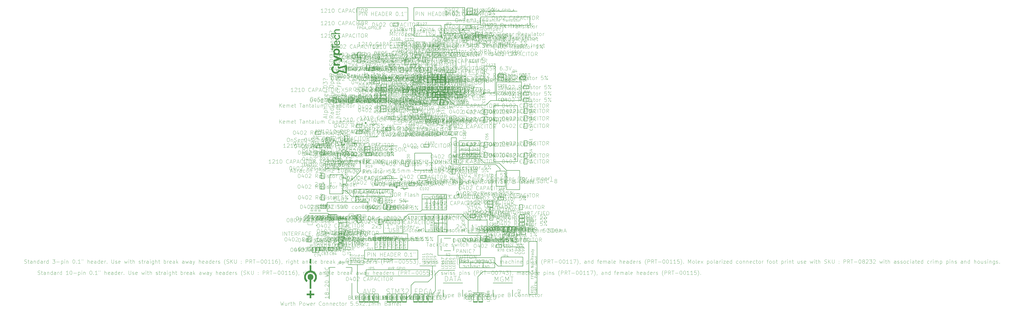
<source format=gbr>
%TF.GenerationSoftware,KiCad,Pcbnew,no-vcs-found-e46fdb0~60~ubuntu17.04.1*%
%TF.CreationDate,2017-09-26T11:00:32+02:00*%
%TF.ProjectId,Cryptech Alpha,437279707465636820416C7068612E6B,rev?*%
%TF.SameCoordinates,Original*%
%TF.FileFunction,Legend,Top*%
%TF.FilePolarity,Positive*%
%FSLAX46Y46*%
G04 Gerber Fmt 4.6, Leading zero omitted, Abs format (unit mm)*
G04 Created by KiCad (PCBNEW no-vcs-found-e46fdb0~60~ubuntu17.04.1) date Tue Sep 26 11:00:32 2017*
%MOMM*%
%LPD*%
G01*
G04 APERTURE LIST*
%ADD10C,0.254000*%
%ADD11C,0.152400*%
%ADD12C,0.150000*%
%ADD13C,0.062500*%
%ADD14C,0.063500*%
%ADD15C,0.127000*%
%ADD16C,0.200000*%
%ADD17C,0.100000*%
%ADD18C,0.050800*%
%ADD19C,0.120000*%
%ADD20C,0.203200*%
%ADD21C,0.050000*%
G04 APERTURE END LIST*
D10*
X67523710Y25439000D02*
G75*
G02X67523710Y25439000I-306910J0D01*
G01*
D11*
X67589400Y31734000D02*
G75*
G02X67589400Y29194000I0J-1270000D01*
G01*
X38086000Y31850000D02*
G75*
G02X40626000Y31850000I1270000J0D01*
G01*
D10*
X44687910Y31477400D02*
G75*
G02X44687910Y31477400I-306910J0D01*
G01*
X85355420Y10451000D02*
G75*
G02X85355420Y10451000I-239620J0D01*
G01*
X21663620Y8090800D02*
G75*
G02X21663620Y8090800I-239620J0D01*
G01*
D11*
X25904800Y45939200D02*
G75*
G02X25295200Y45939200I-304800J12700D01*
G01*
D10*
X21639010Y45431200D02*
G75*
G02X21639010Y45431200I-230010J0D01*
G01*
D12*
X90220400Y39626400D02*
G75*
G02X90220400Y39626400I-300000J0D01*
G01*
D13*
X92045400Y38626400D02*
G75*
G02X92045400Y38626400I-125000J0D01*
G01*
D14*
X70415400Y11774400D02*
G75*
G02X70415400Y11774400I-127000J0D01*
G01*
X53118000Y11774400D02*
G75*
G02X53118000Y11774400I-127000J0D01*
G01*
D13*
X83060400Y13799600D02*
G75*
G02X83060400Y13799600I-125000J0D01*
G01*
X17993600Y6186000D02*
G75*
G02X17993600Y6186000I-125000J0D01*
G01*
D11*
X46044800Y27823200D02*
G75*
G02X45028800Y27823200I-508000J0D01*
G01*
D10*
X42665800Y28333200D02*
G75*
G02X42665800Y28333200I-254000J0D01*
G01*
X30284200Y54078000D02*
G75*
G02X30284200Y54078000I-254000J0D01*
G01*
D11*
X33663200Y53568000D02*
G75*
G02X32647200Y53568000I-508000J0D01*
G01*
D13*
X49208200Y34625000D02*
G75*
G02X49208200Y34625000I-125000J0D01*
G01*
D10*
X69230010Y91480010D02*
G75*
G02X69230010Y91480010I-230010J0D01*
G01*
D15*
X65300001Y3100206D02*
G75*
G02X65150800Y2897000I-210071J-2136D01*
G01*
X60285400Y7610800D02*
G75*
G02X60437800Y7810000I209000J-2000D01*
G01*
X60437793Y2896997D02*
G75*
G02X60285390Y3100200I59267J203203D01*
G01*
X65150796Y7809998D02*
G75*
G02X65300000Y7610800I-58196J-199068D01*
G01*
D12*
X22420000Y30020000D02*
X22420000Y30800000D01*
X21875000Y29475000D02*
X22420000Y30020000D01*
X20880000Y29475000D02*
X21875000Y29475000D01*
X20880000Y32100000D02*
X21900000Y32100000D01*
X21900000Y32100000D02*
X22420000Y31580000D01*
X22420000Y30800000D02*
X22420000Y31580000D01*
X22420000Y30800000D02*
X24000000Y30800000D01*
X20880000Y32100000D02*
X20880000Y33315000D01*
X20880000Y25635000D02*
X20880000Y26900000D01*
X20880000Y26900000D02*
X22125000Y26900000D01*
X24450000Y24575000D02*
X25325000Y24575000D01*
X22125000Y26900000D02*
X24450000Y24575000D01*
X53949990Y10374990D02*
X57450000Y10374990D01*
X53949990Y10374990D02*
X53949990Y17496990D01*
X57450000Y10373390D02*
X57450000Y17525000D01*
X57450000Y10373390D02*
X62600000Y10373390D01*
X52019980Y18621600D02*
X52600000Y19201620D01*
X50500000Y18621600D02*
X52019980Y18621600D01*
X52600000Y19201620D02*
X52600000Y22350810D01*
X26000000Y-2726000D02*
X26750000Y-2726000D01*
D16*
X77000000Y-5500000D02*
X95375000Y-5500000D01*
X75000000Y-7500000D02*
X77000000Y-5500000D01*
X75000000Y-14000000D02*
X75000000Y-7500000D01*
X73000000Y-14000000D02*
X77250000Y-14000000D01*
D12*
X46750000Y-16000000D02*
X48250000Y-14500000D01*
X48250000Y-14500000D02*
X48250000Y-11000000D01*
X48250000Y-11000000D02*
X49550000Y-9700000D01*
X49550000Y-9700000D02*
X54975000Y-9700000D01*
X54975000Y-9700000D02*
X56750000Y-7925000D01*
X56750000Y-7925000D02*
X56750000Y-3250000D01*
X51750000Y-3250000D02*
X58200000Y-3250000D01*
X57000000Y-14250000D02*
X58000000Y-13250000D01*
X58000000Y-13250000D02*
X58000000Y-6500000D01*
X58000000Y-6500000D02*
X59500000Y-5000000D01*
X59500000Y-5000000D02*
X59500000Y-5000000D01*
X59500000Y-5000000D02*
X65750000Y-5000000D01*
X26750000Y-13750000D02*
X27250000Y-14250000D01*
X26750000Y-13750000D02*
X26750000Y-2726000D01*
X23000000Y-2726000D02*
X29150000Y-2726000D01*
X66325000Y37600000D02*
X66525000Y37400000D01*
X66525000Y37400000D02*
X82200000Y37400000D01*
X82200000Y37400000D02*
X83900000Y35700000D01*
X75800000Y39825000D02*
X77625000Y38000000D01*
X77625000Y38000000D02*
X83552800Y38000000D01*
X83552800Y38000000D02*
X84577800Y36975000D01*
X64300000Y37600000D02*
X64300000Y48175000D01*
D16*
X83050000Y-3300000D02*
X84339330Y-3300000D01*
X82374800Y-2624800D02*
X83050000Y-3300000D01*
X81725000Y-1975000D02*
X81725000Y-1975000D01*
X81725000Y-1975000D02*
X82374800Y-2624800D01*
X32135000Y-4730000D02*
X55630000Y-4730000D01*
X30230000Y-4730000D02*
X32135000Y-4730000D01*
X30230000Y-7270000D02*
X30230000Y-4730000D01*
X30230000Y-7270000D02*
X55630000Y-7270000D01*
X55630000Y-7270000D02*
X55630000Y-4730000D01*
D12*
X56875000Y-17825000D02*
X56875000Y-14475000D01*
X55225000Y-17525010D02*
X56875000Y-17525010D01*
X55325000Y-17625010D02*
X56850000Y-17625010D01*
X55325000Y-17725000D02*
X55325000Y-17625000D01*
X56775000Y-17800010D02*
X56775000Y-17725010D01*
X55249990Y-17725010D02*
X56699990Y-17725010D01*
X55224990Y-14475000D02*
X56875000Y-14475000D01*
X55224990Y-17825010D02*
X55224990Y-14475000D01*
X55224990Y-17825010D02*
X56875000Y-17825010D01*
X53224990Y-17825010D02*
X54875000Y-17825010D01*
X53224990Y-17825010D02*
X53224990Y-14475000D01*
X53224990Y-14475000D02*
X54875000Y-14475000D01*
X53249990Y-17725010D02*
X54699990Y-17725010D01*
X54775000Y-17800010D02*
X54775000Y-17725010D01*
X53325000Y-17725000D02*
X53325000Y-17625000D01*
X53325000Y-17625010D02*
X54850000Y-17625010D01*
X53225000Y-17525010D02*
X54875000Y-17525010D01*
X54875000Y-17825000D02*
X54875000Y-14475000D01*
X51225000Y-17825010D02*
X52875010Y-17825010D01*
X51225000Y-17825010D02*
X51225000Y-14475000D01*
X51225000Y-14475000D02*
X52875010Y-14475000D01*
X51250000Y-17725010D02*
X52700000Y-17725010D01*
X52775000Y-17800010D02*
X52775000Y-17725010D01*
X51325000Y-17725000D02*
X51325000Y-17625000D01*
X51325000Y-17625010D02*
X52850000Y-17625010D01*
X51225000Y-17525010D02*
X52875000Y-17525010D01*
X52875010Y-17825000D02*
X52875010Y-14475000D01*
X50875010Y-17825000D02*
X50875010Y-14475000D01*
X49225000Y-17525010D02*
X50875000Y-17525010D01*
X49325000Y-17625010D02*
X50850000Y-17625010D01*
X49325000Y-17725000D02*
X49325000Y-17625000D01*
X50775000Y-17800010D02*
X50775000Y-17725010D01*
X49250000Y-17725010D02*
X50700000Y-17725010D01*
X49225000Y-14475000D02*
X50875010Y-14475000D01*
X49225000Y-17825010D02*
X49225000Y-14475000D01*
X49225000Y-17825010D02*
X50875010Y-17825010D01*
X29175010Y-17825000D02*
X29175010Y-14475000D01*
X27525000Y-17525010D02*
X29175000Y-17525010D01*
X27625000Y-17625010D02*
X29150000Y-17625010D01*
X27625000Y-17725000D02*
X27625000Y-17625000D01*
X29075000Y-17800010D02*
X29075000Y-17725010D01*
X27550000Y-17725010D02*
X29000000Y-17725010D01*
X27525000Y-14475000D02*
X29175010Y-14475000D01*
X27525000Y-17825010D02*
X27525000Y-14475000D01*
X27525000Y-17825010D02*
X29175010Y-17825010D01*
X29524990Y-17825010D02*
X31175000Y-17825010D01*
X29524990Y-17825010D02*
X29524990Y-14475000D01*
X29524990Y-14475000D02*
X31175000Y-14475000D01*
X29549990Y-17725010D02*
X30999990Y-17725010D01*
X31074990Y-17800010D02*
X31074990Y-17725010D01*
X29625000Y-17725000D02*
X29625000Y-17625000D01*
X29625000Y-17625010D02*
X31150000Y-17625010D01*
X29525000Y-17525010D02*
X31174990Y-17525010D01*
X31175000Y-17825000D02*
X31175000Y-14475000D01*
X35175000Y-17825000D02*
X35175000Y-14475000D01*
X33525000Y-17525010D02*
X35175000Y-17525010D01*
X33625000Y-17625010D02*
X35150000Y-17625010D01*
X33625000Y-17725000D02*
X33625000Y-17625000D01*
X35075000Y-17800010D02*
X35075000Y-17725010D01*
X33549990Y-17725010D02*
X34999990Y-17725010D01*
X33524990Y-14475000D02*
X35175000Y-14475000D01*
X33524990Y-17825010D02*
X33524990Y-14475000D01*
X33524990Y-17825010D02*
X35175000Y-17825010D01*
X31524990Y-17825010D02*
X33175000Y-17825010D01*
X31524990Y-17825010D02*
X31524990Y-14475000D01*
X31524990Y-14475000D02*
X33175000Y-14475000D01*
X31549990Y-17725010D02*
X32999990Y-17725010D01*
X33075000Y-17800010D02*
X33075000Y-17725010D01*
X31625000Y-17725000D02*
X31625000Y-17625000D01*
X31625000Y-17625010D02*
X33150000Y-17625010D01*
X31525000Y-17525010D02*
X33175000Y-17525010D01*
X33175000Y-17825000D02*
X33175000Y-14475000D01*
X40339200Y-17825000D02*
X40339200Y-14475000D01*
X38689190Y-17525010D02*
X40339190Y-17525010D01*
X38789190Y-17625010D02*
X40314190Y-17625010D01*
X38789190Y-17725000D02*
X38789190Y-17625000D01*
X40239190Y-17800000D02*
X40239190Y-17725010D01*
X38714190Y-17725010D02*
X40164190Y-17725010D01*
X38689190Y-14475000D02*
X40339200Y-14475000D01*
X38689190Y-17825000D02*
X38689190Y-14475000D01*
X38689190Y-17825000D02*
X40339200Y-17825000D01*
X40689190Y-17825000D02*
X42339200Y-17825000D01*
X40689190Y-17825000D02*
X40689190Y-14475000D01*
X40689190Y-14475000D02*
X42339200Y-14475000D01*
X40714190Y-17725010D02*
X42164190Y-17725010D01*
X42239190Y-17800000D02*
X42239190Y-17725010D01*
X40789190Y-17725000D02*
X40789190Y-17625000D01*
X40789190Y-17625010D02*
X42314200Y-17625010D01*
X40689190Y-17525010D02*
X42339190Y-17525010D01*
X42339200Y-17825000D02*
X42339200Y-14475000D01*
X42689190Y-17825000D02*
X44339200Y-17825000D01*
X42689190Y-17825000D02*
X42689190Y-14475000D01*
X42689190Y-14475000D02*
X44339200Y-14475000D01*
X42714190Y-17725010D02*
X44164190Y-17725010D01*
X44239200Y-17800000D02*
X44239200Y-17725010D01*
X42789200Y-17725000D02*
X42789200Y-17625000D01*
X42789200Y-17625010D02*
X44314200Y-17625010D01*
X42689200Y-17525010D02*
X44339200Y-17525010D01*
X44339200Y-17825000D02*
X44339200Y-14475000D01*
X46339200Y-17825000D02*
X46339200Y-14475000D01*
X44689200Y-17525010D02*
X46339200Y-17525010D01*
X44789200Y-17625010D02*
X46314200Y-17625010D01*
X44789200Y-17725000D02*
X44789200Y-17625000D01*
X46239200Y-17800000D02*
X46239200Y-17725010D01*
X44714200Y-17725010D02*
X46164200Y-17725010D01*
X44689190Y-14475000D02*
X46339200Y-14475000D01*
X44689190Y-17825000D02*
X44689190Y-14475000D01*
X44689190Y-17825000D02*
X46339200Y-17825000D01*
X83900000Y34930000D02*
X83900000Y35700000D01*
D16*
X82360740Y28730000D02*
X82360740Y34830000D01*
X82360740Y34830000D02*
X85960740Y34830000D01*
X85960740Y28730000D02*
X85960740Y34830000D01*
X82360740Y28730000D02*
X85960740Y28730000D01*
X84339330Y-3300000D02*
X84339330Y300000D01*
X84339330Y-3300000D02*
X93039330Y-3300000D01*
X93039330Y-3300000D02*
X93039330Y300000D01*
X84339330Y300000D02*
X93039330Y300000D01*
X86547000Y35005800D02*
X87847000Y35005800D01*
X86547000Y27325800D02*
X86547000Y35005800D01*
X86547000Y27325800D02*
X91747000Y27325800D01*
X91747000Y27325800D02*
X91747000Y35005800D01*
X87847000Y35005800D02*
X91747000Y35005800D01*
X71064590Y11252200D02*
X71064590Y15152200D01*
X71064590Y15152200D02*
X78744590Y15152200D01*
X78744590Y9952200D02*
X78744590Y15152200D01*
X71064590Y9952200D02*
X78744590Y9952200D01*
X71064590Y9952200D02*
X71064590Y11252200D01*
X37206390Y9952200D02*
X37206390Y11252200D01*
X37206390Y9952200D02*
X44886390Y9952200D01*
X44886390Y9952200D02*
X44886390Y15152200D01*
X37206390Y15152200D02*
X44886390Y15152200D01*
X37206390Y11252200D02*
X37206390Y15152200D01*
X14633800Y18621600D02*
X14633800Y22221600D01*
X14633800Y18621600D02*
X30933790Y18621600D01*
X30933790Y18621600D02*
X30933790Y22221600D01*
X14633800Y22221600D02*
X30933790Y22221600D01*
X29610000Y3100000D02*
X50968000Y3100000D01*
X50968000Y-500000D02*
X50968000Y3100000D01*
X29610000Y-500000D02*
X50968000Y-500000D01*
X29610000Y-500000D02*
X29610000Y3100000D01*
D17*
X15039800Y41960600D02*
X15039800Y42860600D01*
X16439800Y42910600D02*
X16439800Y43910600D01*
X15039800Y43910600D02*
X16439800Y43910600D01*
X16439800Y40910600D02*
X16439800Y41910600D01*
X15039800Y40910600D02*
X16439800Y40910600D01*
X88606400Y74550400D02*
X90006400Y74550400D01*
X88606400Y73550400D02*
X88606400Y74550400D01*
X88606400Y71550400D02*
X90006400Y71550400D01*
X88606400Y71550400D02*
X88606400Y72550400D01*
X90006400Y72600400D02*
X90006400Y73500400D01*
X70952000Y94538800D02*
X70952000Y95938800D01*
X70952000Y94538800D02*
X71952000Y94538800D01*
X73952000Y94538800D02*
X73952000Y95938800D01*
X72952000Y94538800D02*
X73952000Y94538800D01*
X72002000Y95938800D02*
X72902000Y95938800D01*
X32116800Y72473400D02*
X32116800Y73373400D01*
X33516800Y73423400D02*
X33516800Y74423400D01*
X32116800Y74423400D02*
X33516800Y74423400D01*
X33516800Y71423400D02*
X33516800Y72423400D01*
X32116800Y71423400D02*
X33516800Y71423400D01*
X10907800Y48769400D02*
X12307800Y48769400D01*
X10907800Y47769400D02*
X10907800Y48769400D01*
X10907800Y45769400D02*
X12307800Y45769400D01*
X10907800Y45769400D02*
X10907800Y46769400D01*
X12307800Y46819400D02*
X12307800Y47719400D01*
X21680400Y63100800D02*
X21680400Y64000800D01*
X20280400Y62050800D02*
X20280400Y63050800D01*
X20280400Y62050800D02*
X21680400Y62050800D01*
X20280400Y64050800D02*
X20280400Y65050800D01*
X20280400Y65050800D02*
X21680400Y65050800D01*
D12*
X20525000Y7275000D02*
X20975000Y6825000D01*
X20975000Y4000000D02*
X20975000Y6825000D01*
X7500000Y17900000D02*
X14950000Y17900000D01*
X14975000Y17900000D02*
X15500000Y17375000D01*
X98675000Y-14624800D02*
X98675000Y6575200D01*
X95375000Y6575200D02*
X98675000Y6575200D01*
X95375000Y-14624800D02*
X95375000Y6575200D01*
X95375000Y-14624800D02*
X98675000Y-14624800D01*
X62600000Y10373390D02*
X62600000Y17525000D01*
X57450000Y17525000D02*
X62600000Y17525000D01*
X59250000Y10475000D02*
X59250000Y17450000D01*
X60800000Y10525000D02*
X60800000Y17475000D01*
X57500000Y13950000D02*
X62550000Y13950000D01*
X68800000Y17416790D02*
X71064590Y15152200D01*
X47259190Y17525000D02*
X59150000Y17525000D01*
X44886390Y15152200D02*
X47259190Y17525000D01*
X61900000Y17525000D02*
X68691800Y17525000D01*
X68691800Y17525000D02*
X68800000Y17416790D01*
X85575000Y4400000D02*
X93125000Y4400000D01*
X85125000Y4850000D02*
X85575000Y4400000D01*
X85125000Y4850000D02*
X85125000Y9200000D01*
X85125000Y9200000D02*
X85600000Y9675000D01*
X85600000Y9675000D02*
X86450000Y9675000D01*
X86450000Y9675000D02*
X87000000Y10225000D01*
X87000000Y10225000D02*
X87000000Y12550000D01*
X83475000Y12550000D02*
X89725000Y12550000D01*
X25325000Y27525000D02*
X40875000Y27525000D01*
X40875000Y24575000D02*
X40875000Y27525000D01*
X25325000Y24575000D02*
X40875000Y24575000D01*
X25325000Y24575000D02*
X25325000Y27525000D01*
X25325000Y24575000D02*
X25325000Y26150000D01*
X13975000Y35700000D02*
X13975000Y38800000D01*
X13975000Y35700000D02*
X27900000Y35700000D01*
X27900000Y34700000D02*
X27900000Y38800000D01*
X13975000Y38800000D02*
X27900000Y38800000D01*
X52600000Y19201620D02*
X52600000Y23601620D01*
X52600000Y23601620D02*
X62500000Y23601620D01*
X62500000Y19201620D02*
X62500000Y23601620D01*
X52600000Y19201620D02*
X62500000Y19201620D01*
X54625000Y19176620D02*
X54625000Y23601620D01*
X56125000Y19201620D02*
X56125000Y23501620D01*
X57675000Y19226620D02*
X57675000Y23576620D01*
X59175000Y19226620D02*
X59175000Y23551620D01*
X60725000Y19151620D02*
X60725000Y23601620D01*
X52600000Y23601620D02*
X52600000Y25450810D01*
X52600000Y25450810D02*
X62500000Y25450810D01*
X62500000Y23601620D02*
X62500000Y25450810D01*
X30933790Y18621600D02*
X50500000Y18621600D01*
X76275000Y98850000D02*
X90750000Y98850000D01*
X69750000Y97400000D02*
X74825000Y97400000D01*
X74825000Y97400000D02*
X76275000Y98850000D01*
X76050000Y93300000D02*
X76050000Y96625000D01*
X67676800Y93544800D02*
X76044800Y93544800D01*
X33750000Y9650000D02*
X46900000Y9650000D01*
X33750000Y7800810D02*
X33750000Y9650000D01*
X41875000Y3350810D02*
X41875000Y7800810D01*
X40325000Y3425810D02*
X40325000Y7750800D01*
X38824990Y3425810D02*
X38824990Y7775810D01*
X37275000Y3400810D02*
X37275000Y7700810D01*
X35775000Y3375810D02*
X35775000Y7800810D01*
X33750000Y3400810D02*
X33750000Y7800810D01*
X46900000Y3400810D02*
X46900000Y7800810D01*
X45125000Y3350810D02*
X45125000Y7800810D01*
X46900000Y7800810D02*
X46900000Y9650000D01*
X33750000Y7800810D02*
X43575000Y7800810D01*
X33750000Y3400810D02*
X43575000Y3400810D01*
X43575000Y3400810D02*
X43575000Y7800810D01*
X43475000Y3400810D02*
X46900000Y3400810D01*
X43575000Y7800810D02*
X46900000Y7800810D01*
X71725000Y39850000D02*
X71725000Y44900000D01*
X67550000Y41625000D02*
X75750000Y41625000D01*
X67500000Y43175000D02*
X75725000Y43175000D01*
X75800000Y39825000D02*
X75800000Y44975000D01*
X67550000Y39825000D02*
X75800000Y39825000D01*
X67550000Y39825000D02*
X67550000Y44975000D01*
X67550000Y44975000D02*
X75800000Y44975000D01*
X67550000Y44975000D02*
X67550000Y46950000D01*
X75800000Y44975000D02*
X75800000Y46875000D01*
X67550000Y46950000D02*
X75800000Y46950000D01*
X75800000Y46875000D02*
X75800000Y46950000D01*
X84577800Y36975000D02*
X86547000Y35005800D01*
X15075000Y17350000D02*
X18400000Y17350000D01*
X67650000Y-1975000D02*
X67650000Y75000D01*
X67650000Y-1975000D02*
X81725000Y-1975000D01*
X81725000Y-1975000D02*
X81725000Y75000D01*
X67650000Y75000D02*
X81725000Y75000D01*
X66325000Y37600000D02*
X66325000Y48175000D01*
X64350000Y37600000D02*
X66325000Y37600000D01*
X64300000Y48175000D02*
X66325000Y48175000D01*
X76050000Y93250000D02*
X95850000Y93250000D01*
X76050000Y96625000D02*
X95850000Y96625000D01*
X95850000Y93250000D02*
X95850000Y96625000D01*
X62350000Y63075000D02*
X62350000Y65975000D01*
X56525000Y63050000D02*
X56525000Y67125000D01*
X56525000Y63050000D02*
X58675000Y63050000D01*
X57425000Y67600000D02*
X59100000Y67600000D01*
X59100000Y67600000D02*
X59125000Y67575000D01*
X59125000Y66675000D02*
X59125000Y67575000D01*
X59125000Y66675000D02*
X60650000Y66675000D01*
X60650000Y66675000D02*
X60650000Y67150000D01*
X61200000Y63075000D02*
X62350000Y63075000D01*
X82400000Y63100000D02*
X82400000Y70500000D01*
X82400000Y63100000D02*
X92400000Y63100000D01*
X92400000Y63100000D02*
X92400000Y70500000D01*
X82400000Y70500000D02*
X92400000Y70500000D01*
X80100000Y63100000D02*
X82400000Y63100000D01*
X78200000Y61200000D02*
X80100000Y63100000D01*
X67400000Y61200000D02*
X78200000Y61200000D01*
X65675000Y61200000D02*
X67400000Y61200000D01*
X62350000Y64525000D02*
X65675000Y61200000D01*
X56600000Y70000000D02*
X56600000Y80300000D01*
X56600000Y80300000D02*
X66300000Y80300000D01*
X66300000Y74300000D02*
X66300000Y80300000D01*
X62100000Y74300000D02*
X66300000Y74300000D01*
X62100000Y69700000D02*
X62100000Y74300000D01*
D18*
X22402800Y73937600D02*
X22402800Y77290400D01*
X22352000Y73937600D02*
X22352000Y77290400D01*
X22301200Y73988400D02*
X22301200Y77239600D01*
X22250400Y73988400D02*
X22250400Y77239600D01*
X22199600Y73988400D02*
X22199600Y77239600D01*
X22148800Y74039200D02*
X22148800Y77239600D01*
X22098000Y74039200D02*
X22098000Y77239600D01*
X22047200Y74039200D02*
X22047200Y77188800D01*
X21996400Y74039200D02*
X21996400Y77188800D01*
X21945600Y74090000D02*
X21945600Y77188800D01*
X21894800Y76630000D02*
X21894800Y77188800D01*
X21894800Y74090000D02*
X21894800Y74598000D01*
X21844000Y76579200D02*
X21844000Y77138000D01*
X21844000Y74090000D02*
X21844000Y74648800D01*
X21793200Y76579200D02*
X21793200Y77138000D01*
X21793200Y74090000D02*
X21793200Y74648800D01*
X21742400Y76579200D02*
X21742400Y77138000D01*
X21742400Y74140800D02*
X21742400Y74648800D01*
X21691600Y76528400D02*
X21691600Y77087200D01*
X21691600Y74140800D02*
X21691600Y74648800D01*
X21640800Y76528400D02*
X21640800Y77087200D01*
X21640800Y74140800D02*
X21640800Y74699600D01*
X21590000Y76528400D02*
X21590000Y77087200D01*
X21590000Y74140800D02*
X21590000Y74699600D01*
X21539200Y76528400D02*
X21539200Y77087200D01*
X21539200Y74191600D02*
X21539200Y74699600D01*
X21488400Y76477600D02*
X21488400Y77036400D01*
X21488400Y74191600D02*
X21488400Y74699600D01*
X21437600Y76477600D02*
X21437600Y77036400D01*
X21437600Y74191600D02*
X21437600Y74750400D01*
X21386800Y76477600D02*
X21386800Y77036400D01*
X21386800Y74191600D02*
X21386800Y74750400D01*
X21336000Y76477600D02*
X21336000Y77036400D01*
X21336000Y74242400D02*
X21336000Y74750400D01*
X21285200Y76426800D02*
X21285200Y76985600D01*
X21285200Y74242400D02*
X21285200Y74801200D01*
X21234400Y76426800D02*
X21234400Y76985600D01*
X21234400Y74242400D02*
X21234400Y74801200D01*
X21183600Y76426800D02*
X21183600Y76985600D01*
X21183600Y74293200D02*
X21183600Y74801200D01*
X21132800Y76376000D02*
X21132800Y76934800D01*
X21132800Y74293200D02*
X21132800Y74801200D01*
X21082000Y76376000D02*
X21082000Y76934800D01*
X21082000Y74293200D02*
X21082000Y74852000D01*
X21031200Y76376000D02*
X21031200Y76934800D01*
X21031200Y74293200D02*
X21031200Y74852000D01*
X20980400Y76376000D02*
X20980400Y76934800D01*
X20980400Y74344000D02*
X20980400Y74852000D01*
X20929600Y76325200D02*
X20929600Y76884000D01*
X20929600Y74344000D02*
X20929600Y74852000D01*
X20878800Y76325200D02*
X20878800Y76884000D01*
X20878800Y74344000D02*
X20878800Y74902800D01*
X20828000Y76325200D02*
X20828000Y76884000D01*
X20828000Y74344000D02*
X20828000Y74902800D01*
X20777200Y76325200D02*
X20777200Y76833200D01*
X20777200Y74394800D02*
X20777200Y74902800D01*
X20726400Y76274400D02*
X20726400Y76833200D01*
X20726400Y74394800D02*
X20726400Y74953600D01*
X20675600Y76274400D02*
X20675600Y76833200D01*
X20675600Y74394800D02*
X20675600Y74953600D01*
X20624800Y76274400D02*
X20624800Y76833200D01*
X20624800Y74394800D02*
X20624800Y74953600D01*
X20574000Y79068400D02*
X20574000Y79474800D01*
X20574000Y76223600D02*
X20574000Y76782400D01*
X20574000Y74445600D02*
X20574000Y74953600D01*
X20523200Y78916000D02*
X20523200Y79627200D01*
X20523200Y76223600D02*
X20523200Y76782400D01*
X20523200Y74445600D02*
X20523200Y75004400D01*
X20472400Y81405200D02*
X20472400Y81964000D01*
X20472400Y78814400D02*
X20472400Y79728800D01*
X20472400Y76223600D02*
X20472400Y76782400D01*
X20472400Y74445600D02*
X20472400Y75004400D01*
X20421600Y81405200D02*
X20421600Y81964000D01*
X20421600Y78763600D02*
X20421600Y79779600D01*
X20421600Y76223600D02*
X20421600Y76782400D01*
X20421600Y74496400D02*
X20421600Y75004400D01*
X20370800Y81405200D02*
X20370800Y81964000D01*
X20370800Y78712800D02*
X20370800Y79830400D01*
X20370800Y76172800D02*
X20370800Y76731600D01*
X20370800Y74496400D02*
X20370800Y75004400D01*
X20320000Y81405200D02*
X20320000Y81964000D01*
X20320000Y78662000D02*
X20320000Y79881200D01*
X20320000Y76172800D02*
X20320000Y76731600D01*
X20320000Y74496400D02*
X20320000Y75055200D01*
X20269200Y81405200D02*
X20269200Y81964000D01*
X20269200Y78662000D02*
X20269200Y79932000D01*
X20269200Y76172800D02*
X20269200Y76731600D01*
X20269200Y74496400D02*
X20269200Y75055200D01*
X20218400Y81405200D02*
X20218400Y81964000D01*
X20218400Y78712800D02*
X20218400Y79982800D01*
X20218400Y76172800D02*
X20218400Y76680800D01*
X20218400Y74547200D02*
X20218400Y75055200D01*
X20167600Y81405200D02*
X20167600Y81964000D01*
X20167600Y78763600D02*
X20167600Y80033600D01*
X20167600Y76122000D02*
X20167600Y76680800D01*
X20167600Y74547200D02*
X20167600Y75106000D01*
X20116800Y81405200D02*
X20116800Y81964000D01*
X20116800Y78763600D02*
X20116800Y80033600D01*
X20116800Y76122000D02*
X20116800Y76680800D01*
X20116800Y74547200D02*
X20116800Y75106000D01*
X20066000Y81405200D02*
X20066000Y81964000D01*
X20066000Y78814400D02*
X20066000Y80084400D01*
X20066000Y76122000D02*
X20066000Y76680800D01*
X20066000Y74547200D02*
X20066000Y75106000D01*
X20015200Y81405200D02*
X20015200Y81964000D01*
X20015200Y79373200D02*
X20015200Y80084400D01*
X20015200Y78814400D02*
X20015200Y79170000D01*
X20015200Y76071200D02*
X20015200Y76630000D01*
X20015200Y74598000D02*
X20015200Y75106000D01*
X19964400Y81405200D02*
X19964400Y81964000D01*
X19964400Y79474800D02*
X19964400Y80084400D01*
X19964400Y78865200D02*
X19964400Y79068400D01*
X19964400Y76071200D02*
X19964400Y76630000D01*
X19964400Y74598000D02*
X19964400Y75156800D01*
X19913600Y81405200D02*
X19913600Y81964000D01*
X19913600Y79525600D02*
X19913600Y80135200D01*
X19913600Y78865200D02*
X19913600Y78966800D01*
X19913600Y76071200D02*
X19913600Y76630000D01*
X19913600Y74598000D02*
X19913600Y75156800D01*
X19862800Y81405200D02*
X19862800Y81964000D01*
X19862800Y79525600D02*
X19862800Y80135200D01*
X19862800Y76071200D02*
X19862800Y76579200D01*
X19862800Y74598000D02*
X19862800Y75156800D01*
X19812000Y81405200D02*
X19812000Y81964000D01*
X19812000Y79576400D02*
X19812000Y80186000D01*
X19812000Y76020400D02*
X19812000Y76579200D01*
X19812000Y74648800D02*
X19812000Y75156800D01*
X19761200Y81405200D02*
X19761200Y81964000D01*
X19761200Y79576400D02*
X19761200Y80186000D01*
X19761200Y76020400D02*
X19761200Y76579200D01*
X19761200Y74648800D02*
X19761200Y75207600D01*
X19710400Y81405200D02*
X19710400Y81964000D01*
X19710400Y79627200D02*
X19710400Y80186000D01*
X19710400Y76020400D02*
X19710400Y76579200D01*
X19710400Y74648800D02*
X19710400Y75207600D01*
X19659600Y88466400D02*
X19659600Y88822000D01*
X19659600Y86028000D02*
X19659600Y86434400D01*
X19659600Y82675200D02*
X19659600Y82827600D01*
X19659600Y81405200D02*
X19659600Y81964000D01*
X19659600Y79627200D02*
X19659600Y80236800D01*
X19659600Y75969600D02*
X19659600Y76528400D01*
X19659600Y74648800D02*
X19659600Y75207600D01*
X19608800Y91260400D02*
X19608800Y91565200D01*
X19608800Y89787200D02*
X19608800Y90092000D01*
X19608800Y88263200D02*
X19608800Y89025200D01*
X19608800Y85824800D02*
X19608800Y86637600D01*
X19608800Y84402400D02*
X19608800Y84758000D01*
X19608800Y82421200D02*
X19608800Y83132400D01*
X19608800Y81405200D02*
X19608800Y81964000D01*
X19608800Y79576400D02*
X19608800Y80236800D01*
X19608800Y77138000D02*
X19608800Y77696800D01*
X19608800Y75969600D02*
X19608800Y76528400D01*
X19608800Y74699600D02*
X19608800Y75258400D01*
X19558000Y91260400D02*
X19558000Y91565200D01*
X19558000Y89787200D02*
X19558000Y90092000D01*
X19558000Y88110800D02*
X19558000Y89126800D01*
X19558000Y85672400D02*
X19558000Y86739200D01*
X19558000Y84402400D02*
X19558000Y84758000D01*
X19558000Y82268800D02*
X19558000Y83234000D01*
X19558000Y81405200D02*
X19558000Y81964000D01*
X19558000Y79576400D02*
X19558000Y80287600D01*
X19558000Y77138000D02*
X19558000Y77696800D01*
X19558000Y75969600D02*
X19558000Y76528400D01*
X19558000Y74699600D02*
X19558000Y75258400D01*
X19507200Y91260400D02*
X19507200Y91565200D01*
X19507200Y89787200D02*
X19507200Y90092000D01*
X19507200Y88009200D02*
X19507200Y89228400D01*
X19507200Y85621600D02*
X19507200Y86840800D01*
X19507200Y84402400D02*
X19507200Y84758000D01*
X19507200Y82167200D02*
X19507200Y83335600D01*
X19507200Y81405200D02*
X19507200Y81964000D01*
X19507200Y79576400D02*
X19507200Y80287600D01*
X19507200Y77138000D02*
X19507200Y77696800D01*
X19507200Y75969600D02*
X19507200Y76528400D01*
X19507200Y74699600D02*
X19507200Y75258400D01*
X19456400Y91260400D02*
X19456400Y91565200D01*
X19456400Y89787200D02*
X19456400Y90092000D01*
X19456400Y87958400D02*
X19456400Y89279200D01*
X19456400Y85520000D02*
X19456400Y86942400D01*
X19456400Y84402400D02*
X19456400Y84758000D01*
X19456400Y82116400D02*
X19456400Y83386400D01*
X19456400Y81405200D02*
X19456400Y81964000D01*
X19456400Y79525600D02*
X19456400Y80287600D01*
X19456400Y77138000D02*
X19456400Y77696800D01*
X19456400Y75918800D02*
X19456400Y76477600D01*
X19456400Y74750400D02*
X19456400Y75258400D01*
X19405600Y91260400D02*
X19405600Y91565200D01*
X19405600Y89787200D02*
X19405600Y90092000D01*
X19405600Y87907600D02*
X19405600Y89330000D01*
X19405600Y85469200D02*
X19405600Y86993200D01*
X19405600Y84402400D02*
X19405600Y84758000D01*
X19405600Y82065600D02*
X19405600Y83488000D01*
X19405600Y81405200D02*
X19405600Y81964000D01*
X19405600Y79525600D02*
X19405600Y80338400D01*
X19405600Y77138000D02*
X19405600Y77696800D01*
X19405600Y75918800D02*
X19405600Y76528400D01*
X19405600Y74699600D02*
X19405600Y75309200D01*
X19354800Y91260400D02*
X19354800Y91565200D01*
X19354800Y89787200D02*
X19354800Y90092000D01*
X19354800Y88822000D02*
X19354800Y89380800D01*
X19354800Y87856800D02*
X19354800Y88466400D01*
X19354800Y86383600D02*
X19354800Y87044000D01*
X19354800Y85418400D02*
X19354800Y86028000D01*
X19354800Y84402400D02*
X19354800Y84758000D01*
X19354800Y82014800D02*
X19354800Y83538800D01*
X19354800Y81405200D02*
X19354800Y81964000D01*
X19354800Y79474800D02*
X19354800Y80338400D01*
X19354800Y77138000D02*
X19354800Y77696800D01*
X19354800Y75918800D02*
X19354800Y76579200D01*
X19354800Y74648800D02*
X19354800Y75309200D01*
X19304000Y91260400D02*
X19304000Y91565200D01*
X19304000Y89787200D02*
X19304000Y90092000D01*
X19304000Y88923600D02*
X19304000Y89431600D01*
X19304000Y87806000D02*
X19304000Y88314000D01*
X19304000Y86536000D02*
X19304000Y87094800D01*
X19304000Y85367600D02*
X19304000Y85875600D01*
X19304000Y84402400D02*
X19304000Y84758000D01*
X19304000Y81405200D02*
X19304000Y83589600D01*
X19304000Y79474800D02*
X19304000Y80389200D01*
X19304000Y77138000D02*
X19304000Y77696800D01*
X19304000Y75918800D02*
X19304000Y76680800D01*
X19304000Y74547200D02*
X19304000Y75309200D01*
X19253200Y91260400D02*
X19253200Y91565200D01*
X19253200Y89787200D02*
X19253200Y90092000D01*
X19253200Y89025200D02*
X19253200Y89431600D01*
X19253200Y87755200D02*
X19253200Y88212400D01*
X19253200Y86637600D02*
X19253200Y87094800D01*
X19253200Y85367600D02*
X19253200Y85774000D01*
X19253200Y84402400D02*
X19253200Y84758000D01*
X19253200Y81405200D02*
X19253200Y83640400D01*
X19253200Y79474800D02*
X19253200Y80389200D01*
X19253200Y77138000D02*
X19253200Y77696800D01*
X19253200Y75868000D02*
X19253200Y76731600D01*
X19253200Y74496400D02*
X19253200Y75309200D01*
X19202400Y91260400D02*
X19202400Y91565200D01*
X19202400Y89787200D02*
X19202400Y90092000D01*
X19202400Y89076000D02*
X19202400Y89330000D01*
X19202400Y87704400D02*
X19202400Y88161600D01*
X19202400Y86688400D02*
X19202400Y87145600D01*
X19202400Y85316800D02*
X19202400Y85723200D01*
X19202400Y84402400D02*
X19202400Y84758000D01*
X19202400Y81405200D02*
X19202400Y83691200D01*
X19202400Y79424000D02*
X19202400Y80389200D01*
X19202400Y77138000D02*
X19202400Y77696800D01*
X19202400Y75868000D02*
X19202400Y76782400D01*
X19202400Y74445600D02*
X19202400Y75360000D01*
X19151600Y91260400D02*
X19151600Y91565200D01*
X19151600Y89787200D02*
X19151600Y90092000D01*
X19151600Y89126800D02*
X19151600Y89279200D01*
X19151600Y87704400D02*
X19151600Y88110800D01*
X19151600Y86790000D02*
X19151600Y87094800D01*
X19151600Y85266000D02*
X19151600Y85672400D01*
X19151600Y84402400D02*
X19151600Y84758000D01*
X19151600Y82675200D02*
X19151600Y83691200D01*
X19151600Y81405200D02*
X19151600Y82624400D01*
X19151600Y79424000D02*
X19151600Y80440000D01*
X19151600Y77138000D02*
X19151600Y77696800D01*
X19151600Y75918800D02*
X19151600Y76833200D01*
X19151600Y74394800D02*
X19151600Y75309200D01*
X19100800Y91260400D02*
X19100800Y91565200D01*
X19100800Y89787200D02*
X19100800Y90092000D01*
X19100800Y89177600D02*
X19100800Y89228400D01*
X19100800Y87653600D02*
X19100800Y88060000D01*
X19100800Y86840800D02*
X19100800Y87044000D01*
X19100800Y85266000D02*
X19100800Y85621600D01*
X19100800Y84402400D02*
X19100800Y84758000D01*
X19100800Y82878400D02*
X19100800Y83742000D01*
X19100800Y81405200D02*
X19100800Y82370400D01*
X19100800Y79373200D02*
X19100800Y80440000D01*
X19100800Y77138000D02*
X19100800Y77696800D01*
X19100800Y75969600D02*
X19100800Y76884000D01*
X19100800Y74344000D02*
X19100800Y75258400D01*
X19050000Y91260400D02*
X19050000Y91565200D01*
X19050000Y89787200D02*
X19050000Y90092000D01*
X19050000Y87653600D02*
X19050000Y88009200D01*
X19050000Y86840800D02*
X19050000Y86942400D01*
X19050000Y85215200D02*
X19050000Y85621600D01*
X19050000Y84402400D02*
X19050000Y84758000D01*
X19050000Y82980000D02*
X19050000Y83792800D01*
X19050000Y81405200D02*
X19050000Y82268800D01*
X19050000Y79373200D02*
X19050000Y80490800D01*
X19050000Y77138000D02*
X19050000Y77696800D01*
X19050000Y76071200D02*
X19050000Y76884000D01*
X19050000Y74293200D02*
X19050000Y75156800D01*
X18999200Y91260400D02*
X18999200Y91565200D01*
X18999200Y89787200D02*
X18999200Y90092000D01*
X18999200Y87602800D02*
X18999200Y87958400D01*
X18999200Y85215200D02*
X18999200Y85570800D01*
X18999200Y84402400D02*
X18999200Y84758000D01*
X18999200Y83081600D02*
X18999200Y83792800D01*
X18999200Y81405200D02*
X18999200Y82218000D01*
X18999200Y79373200D02*
X18999200Y80490800D01*
X18999200Y77138000D02*
X18999200Y77696800D01*
X18999200Y76172800D02*
X18999200Y76833200D01*
X18999200Y74293200D02*
X18999200Y75055200D01*
X18948400Y91260400D02*
X18948400Y91565200D01*
X18948400Y89787200D02*
X18948400Y90092000D01*
X18948400Y87602800D02*
X18948400Y87958400D01*
X18948400Y85215200D02*
X18948400Y85570800D01*
X18948400Y84402400D02*
X18948400Y84758000D01*
X18948400Y83132400D02*
X18948400Y83843600D01*
X18948400Y81405200D02*
X18948400Y82167200D01*
X18948400Y79322400D02*
X18948400Y80541600D01*
X18948400Y77138000D02*
X18948400Y77696800D01*
X18948400Y76223600D02*
X18948400Y76782400D01*
X18948400Y74242400D02*
X18948400Y75004400D01*
X18897600Y91260400D02*
X18897600Y91565200D01*
X18897600Y89787200D02*
X18897600Y90092000D01*
X18897600Y87602800D02*
X18897600Y87907600D01*
X18897600Y85164400D02*
X18897600Y85520000D01*
X18897600Y84402400D02*
X18897600Y84758000D01*
X18897600Y83183200D02*
X18897600Y83843600D01*
X18897600Y81405200D02*
X18897600Y82116400D01*
X18897600Y79322400D02*
X18897600Y80541600D01*
X18897600Y77138000D02*
X18897600Y77696800D01*
X18897600Y76325200D02*
X18897600Y76731600D01*
X18897600Y74191600D02*
X18897600Y74902800D01*
X18846800Y91260400D02*
X18846800Y91565200D01*
X18846800Y89787200D02*
X18846800Y90092000D01*
X18846800Y87552000D02*
X18846800Y87907600D01*
X18846800Y85164400D02*
X18846800Y85520000D01*
X18846800Y84402400D02*
X18846800Y84758000D01*
X18846800Y83234000D02*
X18846800Y83843600D01*
X18846800Y81405200D02*
X18846800Y82065600D01*
X18846800Y79271600D02*
X18846800Y80541600D01*
X18846800Y77138000D02*
X18846800Y77696800D01*
X18846800Y76376000D02*
X18846800Y76680800D01*
X18846800Y74191600D02*
X18846800Y74852000D01*
X18796000Y91260400D02*
X18796000Y91565200D01*
X18796000Y89787200D02*
X18796000Y90092000D01*
X18796000Y87552000D02*
X18796000Y87907600D01*
X18796000Y85164400D02*
X18796000Y85520000D01*
X18796000Y84402400D02*
X18796000Y84758000D01*
X18796000Y83234000D02*
X18796000Y83894400D01*
X18796000Y81405200D02*
X18796000Y82065600D01*
X18796000Y79982800D02*
X18796000Y80592400D01*
X18796000Y79271600D02*
X18796000Y79881200D01*
X18796000Y77138000D02*
X18796000Y77696800D01*
X18796000Y76426800D02*
X18796000Y76630000D01*
X18796000Y74140800D02*
X18796000Y74801200D01*
X18745200Y91260400D02*
X18745200Y91565200D01*
X18745200Y89787200D02*
X18745200Y90092000D01*
X18745200Y87552000D02*
X18745200Y87907600D01*
X18745200Y85164400D02*
X18745200Y85469200D01*
X18745200Y84402400D02*
X18745200Y84758000D01*
X18745200Y83284800D02*
X18745200Y83894400D01*
X18745200Y81405200D02*
X18745200Y82014800D01*
X18745200Y79982800D02*
X18745200Y80592400D01*
X18745200Y79271600D02*
X18745200Y79881200D01*
X18745200Y77138000D02*
X18745200Y77696800D01*
X18745200Y76477600D02*
X18745200Y76579200D01*
X18745200Y74140800D02*
X18745200Y74750400D01*
X18694400Y91260400D02*
X18694400Y91565200D01*
X18694400Y89787200D02*
X18694400Y90092000D01*
X18694400Y87552000D02*
X18694400Y87856800D01*
X18694400Y85164400D02*
X18694400Y85469200D01*
X18694400Y84402400D02*
X18694400Y84758000D01*
X18694400Y83284800D02*
X18694400Y83894400D01*
X18694400Y81405200D02*
X18694400Y82014800D01*
X18694400Y79982800D02*
X18694400Y80643200D01*
X18694400Y79220800D02*
X18694400Y79881200D01*
X18694400Y77138000D02*
X18694400Y77696800D01*
X18694400Y74090000D02*
X18694400Y74699600D01*
X18643600Y91260400D02*
X18643600Y91565200D01*
X18643600Y89787200D02*
X18643600Y90092000D01*
X18643600Y87552000D02*
X18643600Y87856800D01*
X18643600Y85164400D02*
X18643600Y87196400D01*
X18643600Y84402400D02*
X18643600Y84758000D01*
X18643600Y83335600D02*
X18643600Y83894400D01*
X18643600Y81405200D02*
X18643600Y81964000D01*
X18643600Y80033600D02*
X18643600Y80643200D01*
X18643600Y79220800D02*
X18643600Y79830400D01*
X18643600Y77138000D02*
X18643600Y77696800D01*
X18643600Y74090000D02*
X18643600Y74699600D01*
X18592800Y91260400D02*
X18592800Y91565200D01*
X18592800Y89787200D02*
X18592800Y90092000D01*
X18592800Y87552000D02*
X18592800Y87856800D01*
X18592800Y85164400D02*
X18592800Y87196400D01*
X18592800Y84402400D02*
X18592800Y84758000D01*
X18592800Y83335600D02*
X18592800Y83894400D01*
X18592800Y81405200D02*
X18592800Y81964000D01*
X18592800Y80033600D02*
X18592800Y80643200D01*
X18592800Y79170000D02*
X18592800Y79830400D01*
X18592800Y77138000D02*
X18592800Y77696800D01*
X18592800Y74039200D02*
X18592800Y74648800D01*
X18542000Y91260400D02*
X18542000Y91565200D01*
X18542000Y89787200D02*
X18542000Y90092000D01*
X18542000Y87552000D02*
X18542000Y87856800D01*
X18542000Y85164400D02*
X18542000Y87196400D01*
X18542000Y84402400D02*
X18542000Y84758000D01*
X18542000Y83335600D02*
X18542000Y83894400D01*
X18542000Y81405200D02*
X18542000Y81964000D01*
X18542000Y80084400D02*
X18542000Y80694000D01*
X18542000Y79170000D02*
X18542000Y79779600D01*
X18542000Y77138000D02*
X18542000Y77696800D01*
X18542000Y74039200D02*
X18542000Y74598000D01*
X18491200Y91260400D02*
X18491200Y91565200D01*
X18491200Y89787200D02*
X18491200Y90092000D01*
X18491200Y87552000D02*
X18491200Y87856800D01*
X18491200Y85164400D02*
X18491200Y87196400D01*
X18491200Y84402400D02*
X18491200Y84758000D01*
X18491200Y83335600D02*
X18491200Y83945200D01*
X18491200Y81405200D02*
X18491200Y81964000D01*
X18491200Y80084400D02*
X18491200Y80694000D01*
X18491200Y79170000D02*
X18491200Y79779600D01*
X18491200Y77138000D02*
X18491200Y77696800D01*
X18491200Y74039200D02*
X18491200Y74598000D01*
X18440400Y91260400D02*
X18440400Y91565200D01*
X18440400Y89787200D02*
X18440400Y90092000D01*
X18440400Y87552000D02*
X18440400Y87856800D01*
X18440400Y85164400D02*
X18440400Y87196400D01*
X18440400Y84402400D02*
X18440400Y84758000D01*
X18440400Y83335600D02*
X18440400Y83945200D01*
X18440400Y81405200D02*
X18440400Y81964000D01*
X18440400Y80084400D02*
X18440400Y80744800D01*
X18440400Y79119200D02*
X18440400Y79779600D01*
X18440400Y77138000D02*
X18440400Y77696800D01*
X18440400Y73988400D02*
X18440400Y74547200D01*
X18389600Y91260400D02*
X18389600Y91565200D01*
X18389600Y89787200D02*
X18389600Y90142800D01*
X18389600Y87552000D02*
X18389600Y87907600D01*
X18389600Y85164400D02*
X18389600Y87196400D01*
X18389600Y84402400D02*
X18389600Y84758000D01*
X18389600Y83335600D02*
X18389600Y83945200D01*
X18389600Y81405200D02*
X18389600Y81964000D01*
X18389600Y80135200D02*
X18389600Y80744800D01*
X18389600Y79119200D02*
X18389600Y79728800D01*
X18389600Y77138000D02*
X18389600Y77696800D01*
X18389600Y73988400D02*
X18389600Y74547200D01*
X18338800Y91260400D02*
X18338800Y91565200D01*
X18338800Y89787200D02*
X18338800Y90142800D01*
X18338800Y87552000D02*
X18338800Y87907600D01*
X18338800Y86840800D02*
X18338800Y87196400D01*
X18338800Y85164400D02*
X18338800Y85469200D01*
X18338800Y84402400D02*
X18338800Y84758000D01*
X18338800Y83335600D02*
X18338800Y83945200D01*
X18338800Y81405200D02*
X18338800Y81964000D01*
X18338800Y80135200D02*
X18338800Y80744800D01*
X18338800Y79068400D02*
X18338800Y79728800D01*
X18338800Y77138000D02*
X18338800Y77696800D01*
X18338800Y73988400D02*
X18338800Y74547200D01*
X18288000Y91260400D02*
X18288000Y91565200D01*
X18288000Y89787200D02*
X18288000Y90142800D01*
X18288000Y87552000D02*
X18288000Y87907600D01*
X18288000Y86840800D02*
X18288000Y87196400D01*
X18288000Y85164400D02*
X18288000Y85520000D01*
X18288000Y84402400D02*
X18288000Y84758000D01*
X18288000Y83335600D02*
X18288000Y83945200D01*
X18288000Y81405200D02*
X18288000Y81964000D01*
X18288000Y80186000D02*
X18288000Y80795600D01*
X18288000Y79068400D02*
X18288000Y79678000D01*
X18288000Y77138000D02*
X18288000Y77696800D01*
X18288000Y73988400D02*
X18288000Y74496400D01*
X18237200Y91260400D02*
X18237200Y91565200D01*
X18237200Y89787200D02*
X18237200Y90142800D01*
X18237200Y87602800D02*
X18237200Y87958400D01*
X18237200Y86840800D02*
X18237200Y87145600D01*
X18237200Y85215200D02*
X18237200Y85520000D01*
X18237200Y84402400D02*
X18237200Y84758000D01*
X18237200Y83335600D02*
X18237200Y83894400D01*
X18237200Y81405200D02*
X18237200Y81964000D01*
X18237200Y80186000D02*
X18237200Y80795600D01*
X18237200Y79068400D02*
X18237200Y79678000D01*
X18237200Y77138000D02*
X18237200Y77696800D01*
X18237200Y73988400D02*
X18237200Y74496400D01*
X18186400Y91260400D02*
X18186400Y91565200D01*
X18186400Y89787200D02*
X18186400Y90193600D01*
X18186400Y87602800D02*
X18186400Y87958400D01*
X18186400Y86840800D02*
X18186400Y87145600D01*
X18186400Y85215200D02*
X18186400Y85520000D01*
X18186400Y84402400D02*
X18186400Y84758000D01*
X18186400Y83335600D02*
X18186400Y83894400D01*
X18186400Y81405200D02*
X18186400Y81964000D01*
X18186400Y80186000D02*
X18186400Y80846400D01*
X18186400Y79017600D02*
X18186400Y79678000D01*
X18186400Y77138000D02*
X18186400Y77747600D01*
X18186400Y73937600D02*
X18186400Y74496400D01*
X18135600Y91260400D02*
X18135600Y91565200D01*
X18135600Y89787200D02*
X18135600Y90193600D01*
X18135600Y87602800D02*
X18135600Y88009200D01*
X18135600Y86790000D02*
X18135600Y87145600D01*
X18135600Y85215200D02*
X18135600Y85570800D01*
X18135600Y84402400D02*
X18135600Y84758000D01*
X18135600Y83335600D02*
X18135600Y83894400D01*
X18135600Y81405200D02*
X18135600Y81964000D01*
X18135600Y80236800D02*
X18135600Y80846400D01*
X18135600Y79017600D02*
X18135600Y79627200D01*
X18135600Y77138000D02*
X18135600Y77747600D01*
X18135600Y73937600D02*
X18135600Y74496400D01*
X18084800Y91209600D02*
X18084800Y91565200D01*
X18084800Y89787200D02*
X18084800Y90244400D01*
X18084800Y87653600D02*
X18084800Y88009200D01*
X18084800Y86790000D02*
X18084800Y87145600D01*
X18084800Y85266000D02*
X18084800Y85621600D01*
X18084800Y84402400D02*
X18084800Y84758000D01*
X18084800Y83284800D02*
X18084800Y83894400D01*
X18084800Y81405200D02*
X18084800Y82014800D01*
X18084800Y80236800D02*
X18084800Y80846400D01*
X18084800Y78966800D02*
X18084800Y79627200D01*
X18084800Y77138000D02*
X18084800Y77747600D01*
X18084800Y73937600D02*
X18084800Y74496400D01*
X18034000Y91209600D02*
X18034000Y91565200D01*
X18034000Y89787200D02*
X18034000Y90244400D01*
X18034000Y89177600D02*
X18034000Y89228400D01*
X18034000Y87653600D02*
X18034000Y88060000D01*
X18034000Y86739200D02*
X18034000Y87094800D01*
X18034000Y85266000D02*
X18034000Y85621600D01*
X18034000Y84402400D02*
X18034000Y84758000D01*
X18034000Y83284800D02*
X18034000Y83894400D01*
X18034000Y81405200D02*
X18034000Y82014800D01*
X18034000Y80287600D02*
X18034000Y80897200D01*
X18034000Y78966800D02*
X18034000Y79576400D01*
X18034000Y77138000D02*
X18034000Y77798400D01*
X18034000Y73937600D02*
X18034000Y74496400D01*
X17983200Y91158800D02*
X17983200Y91565200D01*
X17983200Y89787200D02*
X17983200Y90295200D01*
X17983200Y89126800D02*
X17983200Y89279200D01*
X17983200Y87704400D02*
X17983200Y88110800D01*
X17983200Y86688400D02*
X17983200Y87094800D01*
X17983200Y85316800D02*
X17983200Y85672400D01*
X17983200Y84402400D02*
X17983200Y84758000D01*
X17983200Y83234000D02*
X17983200Y83894400D01*
X17983200Y81405200D02*
X17983200Y82065600D01*
X17983200Y80287600D02*
X17983200Y80897200D01*
X17983200Y78966800D02*
X17983200Y79576400D01*
X17983200Y77138000D02*
X17983200Y77849200D01*
X17983200Y73937600D02*
X17983200Y74496400D01*
X17932400Y91158800D02*
X17932400Y91514400D01*
X17932400Y89787200D02*
X17932400Y90346000D01*
X17932400Y89076000D02*
X17932400Y89380800D01*
X17932400Y87704400D02*
X17932400Y88161600D01*
X17932400Y86637600D02*
X17932400Y87044000D01*
X17932400Y85316800D02*
X17932400Y85723200D01*
X17932400Y84402400D02*
X17932400Y84758000D01*
X17932400Y83234000D02*
X17932400Y83843600D01*
X17932400Y81405200D02*
X17932400Y82065600D01*
X17932400Y80338400D02*
X17932400Y80948000D01*
X17932400Y78916000D02*
X17932400Y79576400D01*
X17932400Y77138000D02*
X17932400Y77849200D01*
X17932400Y73937600D02*
X17932400Y74496400D01*
X17881600Y91108000D02*
X17881600Y91514400D01*
X17881600Y89787200D02*
X17881600Y90396800D01*
X17881600Y88974400D02*
X17881600Y89431600D01*
X17881600Y87755200D02*
X17881600Y88263200D01*
X17881600Y86586800D02*
X17881600Y87044000D01*
X17881600Y85367600D02*
X17881600Y85824800D01*
X17881600Y84402400D02*
X17881600Y84758000D01*
X17881600Y83183200D02*
X17881600Y83843600D01*
X17881600Y81405200D02*
X17881600Y82116400D01*
X17881600Y80338400D02*
X17881600Y80948000D01*
X17881600Y78916000D02*
X17881600Y79525600D01*
X17881600Y77138000D02*
X17881600Y77900000D01*
X17881600Y73937600D02*
X17881600Y74496400D01*
X17830800Y91057200D02*
X17830800Y91463600D01*
X17830800Y89787200D02*
X17830800Y90498400D01*
X17830800Y88923600D02*
X17830800Y89431600D01*
X17830800Y87806000D02*
X17830800Y88314000D01*
X17830800Y86485200D02*
X17830800Y86993200D01*
X17830800Y85418400D02*
X17830800Y85875600D01*
X17830800Y84402400D02*
X17830800Y84758000D01*
X17830800Y83132400D02*
X17830800Y83843600D01*
X17830800Y81405200D02*
X17830800Y82167200D01*
X17830800Y80338400D02*
X17830800Y80948000D01*
X17830800Y78865200D02*
X17830800Y79525600D01*
X17830800Y77138000D02*
X17830800Y77950800D01*
X17830800Y73937600D02*
X17830800Y74496400D01*
X17780000Y90904800D02*
X17780000Y91463600D01*
X17780000Y90142800D02*
X17780000Y90650800D01*
X17780000Y89787200D02*
X17780000Y90092000D01*
X17780000Y88771200D02*
X17780000Y89380800D01*
X17780000Y87856800D02*
X17780000Y88517200D01*
X17780000Y86332800D02*
X17780000Y86942400D01*
X17780000Y85418400D02*
X17780000Y86028000D01*
X17780000Y84402400D02*
X17780000Y84758000D01*
X17780000Y83081600D02*
X17780000Y83792800D01*
X17780000Y81405200D02*
X17780000Y82218000D01*
X17780000Y80389200D02*
X17780000Y80998800D01*
X17780000Y78865200D02*
X17780000Y79474800D01*
X17780000Y77138000D02*
X17780000Y78001600D01*
X17780000Y73988400D02*
X17780000Y74496400D01*
X17729200Y90142800D02*
X17729200Y91412800D01*
X17729200Y89787200D02*
X17729200Y90092000D01*
X17729200Y87907600D02*
X17729200Y89330000D01*
X17729200Y85520000D02*
X17729200Y86891600D01*
X17729200Y84402400D02*
X17729200Y84758000D01*
X17729200Y83030800D02*
X17729200Y83792800D01*
X17729200Y81405200D02*
X17729200Y82268800D01*
X17729200Y80389200D02*
X17729200Y80998800D01*
X17729200Y78865200D02*
X17729200Y79474800D01*
X17729200Y77138000D02*
X17729200Y78103200D01*
X17729200Y73988400D02*
X17729200Y74496400D01*
X17678400Y90244400D02*
X17678400Y91362000D01*
X17678400Y89787200D02*
X17678400Y90092000D01*
X17678400Y87958400D02*
X17678400Y89279200D01*
X17678400Y85570800D02*
X17678400Y86840800D01*
X17678400Y84402400D02*
X17678400Y84758000D01*
X17678400Y82929200D02*
X17678400Y83742000D01*
X17678400Y81405200D02*
X17678400Y82370400D01*
X17678400Y80440000D02*
X17678400Y81049600D01*
X17678400Y78814400D02*
X17678400Y79474800D01*
X17678400Y77138000D02*
X17678400Y78357200D01*
X17678400Y73988400D02*
X17678400Y74547200D01*
X17627600Y90295200D02*
X17627600Y91311200D01*
X17627600Y89787200D02*
X17627600Y90092000D01*
X17627600Y88060000D02*
X17627600Y89177600D01*
X17627600Y85621600D02*
X17627600Y86790000D01*
X17627600Y84402400D02*
X17627600Y84758000D01*
X17627600Y82776800D02*
X17627600Y83742000D01*
X17627600Y81405200D02*
X17627600Y82472000D01*
X17627600Y80440000D02*
X17627600Y81049600D01*
X17627600Y78814400D02*
X17627600Y79424000D01*
X17627600Y77138000D02*
X17627600Y78458800D01*
X17627600Y73988400D02*
X17627600Y74547200D01*
X17576800Y90346000D02*
X17576800Y91260400D01*
X17576800Y89787200D02*
X17576800Y90092000D01*
X17576800Y88161600D02*
X17576800Y89126800D01*
X17576800Y85723200D02*
X17576800Y86688400D01*
X17576800Y84402400D02*
X17576800Y84758000D01*
X17576800Y81405200D02*
X17576800Y83691200D01*
X17576800Y80440000D02*
X17576800Y81100400D01*
X17576800Y78763600D02*
X17576800Y79424000D01*
X17576800Y77138000D02*
X17576800Y78458800D01*
X17576800Y73988400D02*
X17576800Y74547200D01*
X17526000Y90447600D02*
X17526000Y91158800D01*
X17526000Y89787200D02*
X17526000Y90092000D01*
X17526000Y88263200D02*
X17526000Y88974400D01*
X17526000Y85824800D02*
X17526000Y86586800D01*
X17526000Y84402400D02*
X17526000Y84758000D01*
X17526000Y81405200D02*
X17526000Y83640400D01*
X17526000Y80490800D02*
X17526000Y81100400D01*
X17526000Y78763600D02*
X17526000Y79373200D01*
X17526000Y77138000D02*
X17526000Y78458800D01*
X17526000Y74039200D02*
X17526000Y74598000D01*
X17475200Y90701600D02*
X17475200Y90854000D01*
X17475200Y89787200D02*
X17475200Y90092000D01*
X17475200Y88568000D02*
X17475200Y88720400D01*
X17475200Y86129600D02*
X17475200Y86282000D01*
X17475200Y84402400D02*
X17475200Y84758000D01*
X17475200Y81405200D02*
X17475200Y83589600D01*
X17475200Y80490800D02*
X17475200Y81100400D01*
X17475200Y78763600D02*
X17475200Y79373200D01*
X17475200Y77747600D02*
X17475200Y78458800D01*
X17475200Y77138000D02*
X17475200Y77696800D01*
X17475200Y74039200D02*
X17475200Y74598000D01*
X17424400Y89787200D02*
X17424400Y90092000D01*
X17424400Y84402400D02*
X17424400Y84758000D01*
X17424400Y82014800D02*
X17424400Y83538800D01*
X17424400Y81405200D02*
X17424400Y81964000D01*
X17424400Y80541600D02*
X17424400Y81151200D01*
X17424400Y78712800D02*
X17424400Y79322400D01*
X17424400Y77747600D02*
X17424400Y78458800D01*
X17424400Y77138000D02*
X17424400Y77696800D01*
X17424400Y74039200D02*
X17424400Y74648800D01*
X17373600Y89787200D02*
X17373600Y90092000D01*
X17373600Y84402400D02*
X17373600Y84758000D01*
X17373600Y82065600D02*
X17373600Y83488000D01*
X17373600Y81405200D02*
X17373600Y81964000D01*
X17373600Y80541600D02*
X17373600Y81151200D01*
X17373600Y78712800D02*
X17373600Y79322400D01*
X17373600Y77798400D02*
X17373600Y78458800D01*
X17373600Y77138000D02*
X17373600Y77696800D01*
X17373600Y74090000D02*
X17373600Y74699600D01*
X17322800Y89787200D02*
X17322800Y90092000D01*
X17322800Y84402400D02*
X17322800Y84758000D01*
X17322800Y82116400D02*
X17322800Y83437200D01*
X17322800Y81405200D02*
X17322800Y81964000D01*
X17322800Y80541600D02*
X17322800Y81202000D01*
X17322800Y78662000D02*
X17322800Y79322400D01*
X17322800Y77900000D02*
X17322800Y78458800D01*
X17322800Y77138000D02*
X17322800Y77696800D01*
X17322800Y74090000D02*
X17322800Y74699600D01*
X17272000Y89787200D02*
X17272000Y90092000D01*
X17272000Y84402400D02*
X17272000Y84758000D01*
X17272000Y82167200D02*
X17272000Y83335600D01*
X17272000Y81405200D02*
X17272000Y81964000D01*
X17272000Y80592400D02*
X17272000Y81202000D01*
X17272000Y78662000D02*
X17272000Y79271600D01*
X17272000Y77950800D02*
X17272000Y78458800D01*
X17272000Y77138000D02*
X17272000Y77696800D01*
X17272000Y76477600D02*
X17272000Y76579200D01*
X17272000Y74140800D02*
X17272000Y74750400D01*
X17221200Y89787200D02*
X17221200Y90092000D01*
X17221200Y84402400D02*
X17221200Y84758000D01*
X17221200Y82268800D02*
X17221200Y83284800D01*
X17221200Y81405200D02*
X17221200Y81964000D01*
X17221200Y80592400D02*
X17221200Y81202000D01*
X17221200Y78662000D02*
X17221200Y79271600D01*
X17221200Y78001600D02*
X17221200Y78458800D01*
X17221200Y77138000D02*
X17221200Y77696800D01*
X17221200Y76426800D02*
X17221200Y76630000D01*
X17221200Y74140800D02*
X17221200Y74801200D01*
X17170400Y89787200D02*
X17170400Y90092000D01*
X17170400Y84402400D02*
X17170400Y84758000D01*
X17170400Y82370400D02*
X17170400Y83132400D01*
X17170400Y81405200D02*
X17170400Y81964000D01*
X17170400Y80643200D02*
X17170400Y81252800D01*
X17170400Y78611200D02*
X17170400Y79220800D01*
X17170400Y78103200D02*
X17170400Y78458800D01*
X17170400Y77138000D02*
X17170400Y77696800D01*
X17170400Y76376000D02*
X17170400Y76680800D01*
X17170400Y74191600D02*
X17170400Y74852000D01*
X17119600Y89787200D02*
X17119600Y90092000D01*
X17119600Y84402400D02*
X17119600Y84758000D01*
X17119600Y82522800D02*
X17119600Y82929200D01*
X17119600Y78306400D02*
X17119600Y78458800D01*
X17119600Y76325200D02*
X17119600Y76731600D01*
X17119600Y74191600D02*
X17119600Y74902800D01*
X17068800Y89787200D02*
X17068800Y90092000D01*
X17068800Y84402400D02*
X17068800Y84758000D01*
X17068800Y76223600D02*
X17068800Y76782400D01*
X17068800Y74242400D02*
X17068800Y75004400D01*
X17018000Y89787200D02*
X17018000Y90092000D01*
X17018000Y84402400D02*
X17018000Y84758000D01*
X17018000Y76172800D02*
X17018000Y76833200D01*
X17018000Y74293200D02*
X17018000Y75055200D01*
X16967200Y89787200D02*
X16967200Y90092000D01*
X16967200Y84402400D02*
X16967200Y84758000D01*
X16967200Y76071200D02*
X16967200Y76884000D01*
X16967200Y74293200D02*
X16967200Y75156800D01*
X16916400Y89787200D02*
X16916400Y90092000D01*
X16916400Y84402400D02*
X16916400Y84758000D01*
X16916400Y75918800D02*
X16916400Y76884000D01*
X16916400Y74344000D02*
X16916400Y75309200D01*
X16865600Y89787200D02*
X16865600Y90092000D01*
X16865600Y84402400D02*
X16865600Y84758000D01*
X16865600Y74394800D02*
X16865600Y76833200D01*
X16814800Y89787200D02*
X16814800Y90092000D01*
X16814800Y84402400D02*
X16814800Y84758000D01*
X16814800Y74445600D02*
X16814800Y76782400D01*
X16764000Y89787200D02*
X16764000Y90092000D01*
X16764000Y84402400D02*
X16764000Y84758000D01*
X16764000Y74496400D02*
X16764000Y76731600D01*
X16713200Y89787200D02*
X16713200Y90092000D01*
X16713200Y83335600D02*
X16713200Y85824800D01*
X16713200Y74547200D02*
X16713200Y76680800D01*
X16662400Y89787200D02*
X16662400Y90092000D01*
X16662400Y83335600D02*
X16662400Y85824800D01*
X16662400Y74648800D02*
X16662400Y76630000D01*
X16611600Y89787200D02*
X16611600Y90092000D01*
X16611600Y83335600D02*
X16611600Y85824800D01*
X16611600Y74699600D02*
X16611600Y76528400D01*
X16560800Y89787200D02*
X16560800Y90092000D01*
X16560800Y83335600D02*
X16560800Y85824800D01*
X16560800Y74801200D02*
X16560800Y76477600D01*
X16510000Y89787200D02*
X16510000Y90092000D01*
X16510000Y83335600D02*
X16510000Y85824800D01*
X16510000Y74902800D02*
X16510000Y76376000D01*
X16459200Y89787200D02*
X16459200Y90092000D01*
X16459200Y83335600D02*
X16459200Y85824800D01*
X16459200Y75004400D02*
X16459200Y76223600D01*
X16408400Y89787200D02*
X16408400Y90092000D01*
X16408400Y75156800D02*
X16408400Y76071200D01*
X16357600Y89787200D02*
X16357600Y90092000D01*
X16357600Y75410800D02*
X16357600Y75817200D01*
X16306800Y89787200D02*
X16306800Y90092000D01*
X16256000Y89787200D02*
X16256000Y90092000D01*
X5385800Y-8056000D02*
X5385800Y-7243200D01*
X5436600Y-8310000D02*
X5436600Y-6989200D01*
X5487400Y-8462400D02*
X5487400Y-6836800D01*
X5538200Y-8614800D02*
X5538200Y-6684400D01*
X5589000Y-8716400D02*
X5589000Y-6582800D01*
X5639800Y-8818000D02*
X5639800Y-6481200D01*
X5690600Y-8919600D02*
X5690600Y-6379600D01*
X5741400Y-9021200D02*
X5741400Y-6278000D01*
X5792200Y-9072000D02*
X5792200Y-6227200D01*
X5843000Y-9173600D02*
X5843000Y-6125600D01*
X5893800Y-9224400D02*
X5893800Y-6074800D01*
X5944600Y-9275200D02*
X5944600Y-6024000D01*
X5995400Y-9326000D02*
X5995400Y-5973200D01*
X6046200Y-9376800D02*
X6046200Y-7802000D01*
X6046200Y-7497200D02*
X6046200Y-5922400D01*
X6097000Y-9427600D02*
X6097000Y-8106800D01*
X6097000Y-7192400D02*
X6097000Y-5820800D01*
X6147800Y-9478400D02*
X6147800Y-8259200D01*
X6147800Y-7040000D02*
X6147800Y-5820800D01*
X6198600Y-9529200D02*
X6198600Y-8411600D01*
X6198600Y-6887600D02*
X6198600Y-5770000D01*
X6249400Y-9630800D02*
X6249400Y-8513200D01*
X6249400Y-6786000D02*
X6249400Y-5719200D01*
X6300200Y-9630800D02*
X6300200Y-8614800D01*
X6300200Y-6684400D02*
X6300200Y-5668400D01*
X6351000Y-9580000D02*
X6351000Y-8665600D01*
X6351000Y-6633600D02*
X6351000Y-5617600D01*
X6401800Y-14914000D02*
X6401800Y-14355200D01*
X6401800Y-9478400D02*
X6401800Y-8767200D01*
X6401800Y-6532000D02*
X6401800Y-5566800D01*
X6452600Y-14914000D02*
X6452600Y-14355200D01*
X6452600Y-9427600D02*
X6452600Y-8818000D01*
X6452600Y-6481200D02*
X6452600Y-5566800D01*
X6503400Y-14914000D02*
X6503400Y-14355200D01*
X6503400Y-9376800D02*
X6503400Y-8868800D01*
X6503400Y-6430400D02*
X6503400Y-5516000D01*
X6554200Y-14914000D02*
X6554200Y-14355200D01*
X6554200Y-9326000D02*
X6554200Y-8919600D01*
X6554200Y-6379600D02*
X6554200Y-5465200D01*
X6605000Y-14914000D02*
X6605000Y-14355200D01*
X6605000Y-9275200D02*
X6605000Y-8970400D01*
X6605000Y-6328800D02*
X6605000Y-5465200D01*
X6655800Y-14914000D02*
X6655800Y-14355200D01*
X6655800Y-9173600D02*
X6655800Y-9021200D01*
X6655800Y-6278000D02*
X6655800Y-5414400D01*
X6706600Y-14914000D02*
X6706600Y-14355200D01*
X6706600Y-9122800D02*
X6706600Y-9072000D01*
X6706600Y-6227200D02*
X6706600Y-5414400D01*
X6757400Y-14914000D02*
X6757400Y-14355200D01*
X6757400Y-6176400D02*
X6757400Y-5363600D01*
X6808200Y-14914000D02*
X6808200Y-14355200D01*
X6808200Y-8005200D02*
X6808200Y-7294000D01*
X6808200Y-6125600D02*
X6808200Y-5363600D01*
X6859000Y-14914000D02*
X6859000Y-14355200D01*
X6859000Y-8106800D02*
X6859000Y-7192400D01*
X6859000Y-6125600D02*
X6859000Y-5312800D01*
X6909800Y-14914000D02*
X6909800Y-14355200D01*
X6909800Y-8208400D02*
X6909800Y-7090800D01*
X6909800Y-6074800D02*
X6909800Y-5312800D01*
X6960600Y-14914000D02*
X6960600Y-14355200D01*
X6960600Y-8310000D02*
X6960600Y-6989200D01*
X6960600Y-6024000D02*
X6960600Y-5262000D01*
X7011400Y-14914000D02*
X7011400Y-14355200D01*
X7011400Y-8360800D02*
X7011400Y-6938400D01*
X7011400Y-6024000D02*
X7011400Y-5262000D01*
X7062200Y-14914000D02*
X7062200Y-14355200D01*
X7062200Y-8411600D02*
X7062200Y-6887600D01*
X7062200Y-5973200D02*
X7062200Y-5211200D01*
X7113000Y-14914000D02*
X7113000Y-14355200D01*
X7113000Y-8462400D02*
X7113000Y-6836800D01*
X7113000Y-5973200D02*
X7113000Y-5211200D01*
X7163800Y-14914000D02*
X7163800Y-14355200D01*
X7163800Y-8513200D02*
X7163800Y-6786000D01*
X7163800Y-5922400D02*
X7163800Y-5211200D01*
X7214600Y-14914000D02*
X7214600Y-14355200D01*
X7214600Y-8564000D02*
X7214600Y-6735200D01*
X7214600Y-5922400D02*
X7214600Y-5211200D01*
X7265400Y-14914000D02*
X7265400Y-14355200D01*
X7265400Y-8614800D02*
X7265400Y-6684400D01*
X7265400Y-5922400D02*
X7265400Y-5160400D01*
X7316200Y-14914000D02*
X7316200Y-14355200D01*
X7316200Y-8614800D02*
X7316200Y-6684400D01*
X7316200Y-5871600D02*
X7316200Y-5160400D01*
X7367000Y-14914000D02*
X7367000Y-14355200D01*
X7367000Y-8665600D02*
X7367000Y-6633600D01*
X7367000Y-5871600D02*
X7367000Y-5160400D01*
X7417800Y-14914000D02*
X7417800Y-14355200D01*
X7417800Y-8665600D02*
X7417800Y-6582800D01*
X7417800Y-5871600D02*
X7417800Y-5160400D01*
X7468600Y-14914000D02*
X7468600Y-14355200D01*
X7468600Y-8716400D02*
X7468600Y-6582800D01*
X7468600Y-5820800D02*
X7468600Y-5109600D01*
X7519400Y-14914000D02*
X7519400Y-14355200D01*
X7519400Y-8716400D02*
X7519400Y-6582800D01*
X7519400Y-5820800D02*
X7519400Y-5109600D01*
X7570200Y-14914000D02*
X7570200Y-14355200D01*
X7570200Y-12323200D02*
X7570200Y-6532000D01*
X7570200Y-5820800D02*
X7570200Y-2976000D01*
X7621000Y-16133200D02*
X7621000Y-13136000D01*
X7621000Y-12323200D02*
X7621000Y-6532000D01*
X7621000Y-5820800D02*
X7621000Y-2976000D01*
X7621000Y-2163200D02*
X7621000Y-436000D01*
X7671800Y-16133200D02*
X7671800Y-13136000D01*
X7671800Y-12323200D02*
X7671800Y-6532000D01*
X7671800Y-5820800D02*
X7671800Y-2976000D01*
X7671800Y-2163200D02*
X7671800Y-436000D01*
X7722600Y-16133200D02*
X7722600Y-13136000D01*
X7722600Y-12323200D02*
X7722600Y-6532000D01*
X7722600Y-5820800D02*
X7722600Y-2976000D01*
X7722600Y-2163200D02*
X7722600Y-436000D01*
X7773400Y-16133200D02*
X7773400Y-13136000D01*
X7773400Y-12323200D02*
X7773400Y-6532000D01*
X7773400Y-5770000D02*
X7773400Y-2976000D01*
X7773400Y-2163200D02*
X7773400Y-436000D01*
X7824200Y-16133200D02*
X7824200Y-13136000D01*
X7824200Y-12323200D02*
X7824200Y-6481200D01*
X7824200Y-5770000D02*
X7824200Y-2976000D01*
X7824200Y-2163200D02*
X7824200Y-436000D01*
X7875000Y-16133200D02*
X7875000Y-13136000D01*
X7875000Y-12323200D02*
X7875000Y-6481200D01*
X7875000Y-5770000D02*
X7875000Y-2976000D01*
X7875000Y-2163200D02*
X7875000Y-436000D01*
X7925800Y-16133200D02*
X7925800Y-13136000D01*
X7925800Y-12323200D02*
X7925800Y-6481200D01*
X7925800Y-5770000D02*
X7925800Y-2976000D01*
X7925800Y-2163200D02*
X7925800Y-436000D01*
X7976600Y-16133200D02*
X7976600Y-13136000D01*
X7976600Y-12323200D02*
X7976600Y-6481200D01*
X7976600Y-5770000D02*
X7976600Y-2976000D01*
X7976600Y-2163200D02*
X7976600Y-436000D01*
X8027400Y-16133200D02*
X8027400Y-13136000D01*
X8027400Y-12323200D02*
X8027400Y-6481200D01*
X8027400Y-5770000D02*
X8027400Y-2976000D01*
X8027400Y-2163200D02*
X8027400Y-436000D01*
X8078200Y-16133200D02*
X8078200Y-13136000D01*
X8078200Y-12323200D02*
X8078200Y-6532000D01*
X8078200Y-5770000D02*
X8078200Y-2976000D01*
X8078200Y-2163200D02*
X8078200Y-436000D01*
X8129000Y-16133200D02*
X8129000Y-13136000D01*
X8129000Y-12323200D02*
X8129000Y-6532000D01*
X8129000Y-5820800D02*
X8129000Y-2976000D01*
X8129000Y-2163200D02*
X8129000Y-436000D01*
X8179800Y-16133200D02*
X8179800Y-13136000D01*
X8179800Y-12323200D02*
X8179800Y-6532000D01*
X8179800Y-5820800D02*
X8179800Y-2976000D01*
X8179800Y-2163200D02*
X8179800Y-436000D01*
X8230600Y-14914000D02*
X8230600Y-14355200D01*
X8230600Y-12323200D02*
X8230600Y-6532000D01*
X8230600Y-5820800D02*
X8230600Y-2976000D01*
X8281400Y-14914000D02*
X8281400Y-14355200D01*
X8281400Y-8716400D02*
X8281400Y-6582800D01*
X8281400Y-5820800D02*
X8281400Y-5109600D01*
X8332200Y-14914000D02*
X8332200Y-14355200D01*
X8332200Y-8716400D02*
X8332200Y-6582800D01*
X8332200Y-5820800D02*
X8332200Y-5109600D01*
X8383000Y-14914000D02*
X8383000Y-14355200D01*
X8383000Y-8716400D02*
X8383000Y-6582800D01*
X8383000Y-5871600D02*
X8383000Y-5160400D01*
X8433800Y-14914000D02*
X8433800Y-14355200D01*
X8433800Y-8665600D02*
X8433800Y-6633600D01*
X8433800Y-5871600D02*
X8433800Y-5160400D01*
X8484600Y-14914000D02*
X8484600Y-14355200D01*
X8484600Y-8614800D02*
X8484600Y-6633600D01*
X8484600Y-5871600D02*
X8484600Y-5160400D01*
X8535400Y-14914000D02*
X8535400Y-14355200D01*
X8535400Y-8614800D02*
X8535400Y-6684400D01*
X8535400Y-5871600D02*
X8535400Y-5160400D01*
X8586200Y-14914000D02*
X8586200Y-14355200D01*
X8586200Y-8564000D02*
X8586200Y-6735200D01*
X8586200Y-5922400D02*
X8586200Y-5160400D01*
X8637000Y-14914000D02*
X8637000Y-14355200D01*
X8637000Y-8513200D02*
X8637000Y-6786000D01*
X8637000Y-5922400D02*
X8637000Y-5211200D01*
X8687800Y-14914000D02*
X8687800Y-14355200D01*
X8687800Y-8462400D02*
X8687800Y-6836800D01*
X8687800Y-5973200D02*
X8687800Y-5211200D01*
X8738600Y-14914000D02*
X8738600Y-14355200D01*
X8738600Y-8411600D02*
X8738600Y-6887600D01*
X8738600Y-5973200D02*
X8738600Y-5211200D01*
X8789400Y-14914000D02*
X8789400Y-14355200D01*
X8789400Y-8360800D02*
X8789400Y-6938400D01*
X8789400Y-6024000D02*
X8789400Y-5262000D01*
X8840200Y-14914000D02*
X8840200Y-14355200D01*
X8840200Y-8310000D02*
X8840200Y-6989200D01*
X8840200Y-6024000D02*
X8840200Y-5262000D01*
X8891000Y-14914000D02*
X8891000Y-14355200D01*
X8891000Y-8259200D02*
X8891000Y-7040000D01*
X8891000Y-6074800D02*
X8891000Y-5312800D01*
X8941800Y-14914000D02*
X8941800Y-14355200D01*
X8941800Y-8157600D02*
X8941800Y-7141600D01*
X8941800Y-6074800D02*
X8941800Y-5312800D01*
X8992600Y-14914000D02*
X8992600Y-14355200D01*
X8992600Y-8005200D02*
X8992600Y-7294000D01*
X8992600Y-6125600D02*
X8992600Y-5312800D01*
X9043400Y-14914000D02*
X9043400Y-14355200D01*
X9043400Y-7802000D02*
X9043400Y-7497200D01*
X9043400Y-6176400D02*
X9043400Y-5363600D01*
X9094200Y-14914000D02*
X9094200Y-14355200D01*
X9094200Y-6227200D02*
X9094200Y-5363600D01*
X9145000Y-14914000D02*
X9145000Y-14355200D01*
X9145000Y-9173600D02*
X9145000Y-9021200D01*
X9145000Y-6278000D02*
X9145000Y-5414400D01*
X9195800Y-14914000D02*
X9195800Y-14355200D01*
X9195800Y-9224400D02*
X9195800Y-8970400D01*
X9195800Y-6278000D02*
X9195800Y-5465200D01*
X9246600Y-14914000D02*
X9246600Y-14355200D01*
X9246600Y-9326000D02*
X9246600Y-8970400D01*
X9246600Y-6328800D02*
X9246600Y-5465200D01*
X9297400Y-14914000D02*
X9297400Y-14355200D01*
X9297400Y-9376800D02*
X9297400Y-8868800D01*
X9297400Y-6430400D02*
X9297400Y-5516000D01*
X9348200Y-14914000D02*
X9348200Y-14355200D01*
X9348200Y-9427600D02*
X9348200Y-8818000D01*
X9348200Y-6481200D02*
X9348200Y-5516000D01*
X9399000Y-14914000D02*
X9399000Y-14355200D01*
X9399000Y-9478400D02*
X9399000Y-8767200D01*
X9399000Y-6532000D02*
X9399000Y-5566800D01*
X9449800Y-9529200D02*
X9449800Y-8716400D01*
X9449800Y-6582800D02*
X9449800Y-5617600D01*
X9500600Y-9630800D02*
X9500600Y-8614800D01*
X9500600Y-6684400D02*
X9500600Y-5668400D01*
X9551400Y-9630800D02*
X9551400Y-8513200D01*
X9551400Y-6786000D02*
X9551400Y-5719200D01*
X9602200Y-9580000D02*
X9602200Y-8411600D01*
X9602200Y-6887600D02*
X9602200Y-5719200D01*
X9653000Y-9529200D02*
X9653000Y-8310000D01*
X9653000Y-6989200D02*
X9653000Y-5770000D01*
X9703800Y-9478400D02*
X9703800Y-8157600D01*
X9703800Y-7141600D02*
X9703800Y-5820800D01*
X9754600Y-9427600D02*
X9754600Y-7903600D01*
X9754600Y-7395600D02*
X9754600Y-5871600D01*
X9805400Y-9376800D02*
X9805400Y-5922400D01*
X9856200Y-9275200D02*
X9856200Y-6024000D01*
X9907000Y-9224400D02*
X9907000Y-6074800D01*
X9957800Y-9173600D02*
X9957800Y-6125600D01*
X10008600Y-9072000D02*
X10008600Y-6176400D01*
X10059400Y-9021200D02*
X10059400Y-6278000D01*
X10110200Y-8919600D02*
X10110200Y-6379600D01*
X10161000Y-8868800D02*
X10161000Y-6430400D01*
X10211800Y-8767200D02*
X10211800Y-6532000D01*
X10262600Y-8614800D02*
X10262600Y-6684400D01*
X10313400Y-8513200D02*
X10313400Y-6786000D01*
X10364200Y-8360800D02*
X10364200Y-6938400D01*
X10415000Y-8106800D02*
X10415000Y-7192400D01*
D11*
X67589400Y27111200D02*
X67589400Y29194000D01*
X67589400Y29194000D02*
X67589400Y31734000D01*
X67589400Y31734000D02*
X67589400Y33816800D01*
X80594200Y27111200D02*
X80594200Y33816800D01*
X36003200Y44854800D02*
X42708800Y44854800D01*
X36003200Y31850000D02*
X38086000Y31850000D01*
X38086000Y31850000D02*
X40626000Y31850000D01*
X40626000Y31850000D02*
X42708800Y31850000D01*
D12*
X71849990Y16825000D02*
X71849990Y17325000D01*
X71850000Y17325000D02*
X73950000Y17325000D01*
X73950000Y16075000D02*
X73950000Y17325000D01*
X71850000Y16074990D02*
X73950000Y16074990D01*
X71849990Y16075000D02*
X71849990Y16825000D01*
X35875000Y13449990D02*
X36625000Y13449990D01*
X36625000Y13450000D02*
X36625000Y15550000D01*
X35375000Y15550000D02*
X36625000Y15550000D01*
X35374990Y13450000D02*
X35374990Y15550000D01*
X35375000Y13449990D02*
X35875000Y13449990D01*
X30286800Y75276990D02*
X30786800Y75276990D01*
X30286790Y75277000D02*
X30286790Y77377000D01*
X30286800Y77377010D02*
X31536800Y77377010D01*
X31536810Y75277000D02*
X31536810Y77377000D01*
X30786800Y75276990D02*
X31536800Y75276990D01*
X14708600Y46219390D02*
X15458600Y46219390D01*
X15458610Y46219400D02*
X15458610Y48319400D01*
X14208600Y48319410D02*
X15458600Y48319410D01*
X14208590Y46219400D02*
X14208590Y48319400D01*
X14208600Y46219390D02*
X14708600Y46219390D01*
X23378000Y62043590D02*
X23878000Y62043590D01*
X23377990Y62043600D02*
X23377990Y64143600D01*
X23378000Y64143610D02*
X24628000Y64143610D01*
X24628010Y62043600D02*
X24628010Y64143600D01*
X23878000Y62043590D02*
X24628000Y62043590D01*
X44470460Y74221940D02*
X45220460Y74221940D01*
X45220470Y74221940D02*
X45220470Y76321950D01*
X43970460Y76321950D02*
X45220460Y76321950D01*
X43970460Y74221940D02*
X43970460Y76321950D01*
X43970460Y74221940D02*
X44470460Y74221940D01*
X46998610Y66253200D02*
X46998610Y66753200D01*
X44898600Y66253190D02*
X46998600Y66253190D01*
X44898590Y66253200D02*
X44898590Y67503200D01*
X44898600Y67503210D02*
X46998600Y67503210D01*
X46998610Y66753200D02*
X46998610Y67503200D01*
X67337400Y66336190D02*
X68087400Y66336190D01*
X68087410Y66336200D02*
X68087410Y68436200D01*
X66837400Y68436210D02*
X68087400Y68436210D01*
X66837390Y66336200D02*
X66837390Y68436200D01*
X66837400Y66336190D02*
X67337400Y66336190D01*
X51585400Y73440010D02*
X52085400Y73440010D01*
X52085410Y71340000D02*
X52085410Y73440000D01*
X50835400Y71339990D02*
X52085400Y71339990D01*
X50835390Y71340000D02*
X50835390Y73440000D01*
X50835400Y73440010D02*
X51585400Y73440010D01*
X52002410Y61774800D02*
X52002410Y62524800D01*
X49902400Y62524810D02*
X52002400Y62524810D01*
X49902390Y61274800D02*
X49902390Y62524800D01*
X49902400Y61274790D02*
X52002400Y61274790D01*
X52002410Y61274800D02*
X52002410Y61774800D01*
X64981810Y67269200D02*
X64981810Y67769200D01*
X62881800Y67269190D02*
X64981800Y67269190D01*
X62881790Y67269200D02*
X62881790Y68519200D01*
X62881800Y68519210D02*
X64981800Y68519210D01*
X64981810Y67769200D02*
X64981810Y68519200D01*
X49876990Y80172400D02*
X49876990Y80922400D01*
X49877000Y80172390D02*
X51977000Y80172390D01*
X51977010Y80172400D02*
X51977010Y81422400D01*
X49877000Y81422410D02*
X51977000Y81422410D01*
X49876990Y80922400D02*
X49876990Y81422400D01*
X46905190Y68019200D02*
X46905190Y68519200D01*
X46905200Y68519210D02*
X49005200Y68519210D01*
X49005210Y67269200D02*
X49005210Y68519200D01*
X46905200Y67269190D02*
X49005200Y67269190D01*
X46905190Y67269200D02*
X46905190Y68019200D01*
X59827000Y63457810D02*
X60577000Y63457810D01*
X59826990Y61357800D02*
X59826990Y63457800D01*
X59827000Y61357790D02*
X61077000Y61357790D01*
X61077010Y61357800D02*
X61077010Y63457800D01*
X60577000Y63457810D02*
X61077000Y63457810D01*
X49995810Y76286200D02*
X49995810Y76786200D01*
X47895800Y76286190D02*
X49995800Y76286190D01*
X47895790Y76286200D02*
X47895790Y77536200D01*
X47895800Y77536210D02*
X49995800Y77536210D01*
X49995810Y76786200D02*
X49995810Y77536200D01*
X50986410Y58777600D02*
X50986410Y59527600D01*
X48886400Y59527610D02*
X50986400Y59527610D01*
X48886390Y58277600D02*
X48886390Y59527600D01*
X48886400Y58277590D02*
X50986400Y58277590D01*
X50986410Y58277600D02*
X50986410Y58777600D01*
X48828800Y65345590D02*
X49328800Y65345590D01*
X48828790Y65345600D02*
X48828790Y67445600D01*
X48828800Y67445610D02*
X50078800Y67445610D01*
X50078810Y65345600D02*
X50078810Y67445600D01*
X49328800Y65345590D02*
X50078800Y65345590D01*
X46306200Y77359790D02*
X47056200Y77359790D01*
X47056210Y77359800D02*
X47056210Y79459800D01*
X45806200Y79459810D02*
X47056200Y79459810D01*
X45806190Y77359800D02*
X45806190Y79459800D01*
X45806200Y77359790D02*
X46306200Y77359790D01*
X54009010Y67294600D02*
X54009010Y67794600D01*
X51909000Y67294590D02*
X54009000Y67294590D01*
X51908990Y67294600D02*
X51908990Y68544600D01*
X51909000Y68544610D02*
X54009000Y68544610D01*
X54009010Y67794600D02*
X54009010Y68544600D01*
X66767990Y64119600D02*
X66767990Y64869600D01*
X66768000Y64119590D02*
X68868000Y64119590D01*
X68868010Y64119600D02*
X68868010Y65369600D01*
X66768000Y65369610D02*
X68868000Y65369610D01*
X66767990Y64869600D02*
X66767990Y65369600D01*
X52576000Y76437210D02*
X53076000Y76437210D01*
X53076010Y74337200D02*
X53076010Y76437200D01*
X51826000Y74337190D02*
X53076000Y74337190D01*
X51825990Y74337200D02*
X51825990Y76437200D01*
X51826000Y76437210D02*
X52576000Y76437210D01*
X54059810Y56872600D02*
X54059810Y57622600D01*
X51959800Y57622610D02*
X54059800Y57622610D01*
X51959790Y56372600D02*
X51959790Y57622600D01*
X51959800Y56372590D02*
X54059800Y56372590D01*
X54059810Y56372600D02*
X54059810Y56872600D01*
X44803600Y64448410D02*
X45303600Y64448410D01*
X45303610Y62348400D02*
X45303610Y64448400D01*
X44053600Y62348390D02*
X45303600Y62348390D01*
X44053590Y62348400D02*
X44053590Y64448400D01*
X44053600Y64448410D02*
X44803600Y64448410D01*
X55348600Y74362590D02*
X56098600Y74362590D01*
X56098610Y74362600D02*
X56098610Y76462600D01*
X54848600Y76462610D02*
X56098600Y76462610D01*
X54848590Y74362600D02*
X54848590Y76462600D01*
X54848600Y74362590D02*
X55348600Y74362590D01*
X50986410Y69250400D02*
X50986410Y69750400D01*
X48886400Y69250390D02*
X50986400Y69250390D01*
X48886390Y69250400D02*
X48886390Y70500400D01*
X48886400Y70500410D02*
X50986400Y70500410D01*
X50986410Y69750400D02*
X50986410Y70500400D01*
X63000610Y61799400D02*
X63000610Y62549400D01*
X60900600Y62549410D02*
X63000600Y62549410D01*
X60900590Y61299400D02*
X60900590Y62549400D01*
X60900600Y61299400D02*
X63000600Y61299400D01*
X63000610Y61299400D02*
X63000610Y61799400D01*
X52842000Y78375790D02*
X53342000Y78375790D01*
X52841990Y78375800D02*
X52841990Y80475800D01*
X52842000Y80475810D02*
X54092000Y80475810D01*
X54092010Y78375800D02*
X54092010Y80475800D01*
X53342000Y78375790D02*
X54092000Y78375790D01*
X46905190Y59242800D02*
X46905190Y59992800D01*
X46905200Y59242790D02*
X49005200Y59242790D01*
X49005210Y59242800D02*
X49005210Y60492800D01*
X46905200Y60492810D02*
X49005200Y60492810D01*
X46905190Y59992800D02*
X46905190Y60492800D01*
X48562800Y63432410D02*
X49062800Y63432410D01*
X49062810Y61332400D02*
X49062810Y63432400D01*
X47812800Y61332390D02*
X49062800Y61332390D01*
X47812790Y61332400D02*
X47812790Y63432400D01*
X47812800Y63432410D02*
X48562800Y63432410D01*
X59909990Y72273000D02*
X59909990Y73023000D01*
X59910000Y72272990D02*
X62010000Y72272990D01*
X62010010Y72273000D02*
X62010010Y73523000D01*
X59910000Y73523010D02*
X62010000Y73523010D01*
X59909990Y73023000D02*
X59909990Y73523000D01*
X58811000Y71339990D02*
X59311000Y71339990D01*
X58810990Y71340000D02*
X58810990Y73440000D01*
X58811000Y73440010D02*
X60061000Y73440010D01*
X60061010Y71340000D02*
X60061010Y73440000D01*
X59311000Y71339990D02*
X60061000Y71339990D01*
X61984610Y71782400D02*
X61984610Y72532400D01*
X59884600Y72532410D02*
X61984600Y72532410D01*
X59884590Y71282400D02*
X59884590Y72532400D01*
X59884600Y71282390D02*
X61984600Y71282390D01*
X61984610Y71282400D02*
X61984610Y71782400D01*
X55547800Y66429610D02*
X56047800Y66429610D01*
X56047810Y64329600D02*
X56047810Y66429600D01*
X54797800Y64329590D02*
X56047800Y64329590D01*
X54797790Y64329600D02*
X54797790Y66429600D01*
X54797800Y66429610D02*
X55547800Y66429610D01*
X58987410Y63756000D02*
X58987410Y64506000D01*
X56887400Y64506010D02*
X58987400Y64506010D01*
X56887390Y63256000D02*
X56887390Y64506000D01*
X56887400Y63255990D02*
X58987400Y63255990D01*
X58987410Y63256000D02*
X58987410Y63756000D01*
X56829800Y64329590D02*
X57329800Y64329590D01*
X56829790Y64329600D02*
X56829790Y66429600D01*
X56829800Y66429610D02*
X58079800Y66429610D01*
X58079810Y64329600D02*
X58079810Y66429600D01*
X57329800Y64329590D02*
X58079800Y64329590D01*
X61984610Y64721200D02*
X61984610Y65471200D01*
X59884600Y65471210D02*
X61984600Y65471210D01*
X59884590Y64221200D02*
X59884590Y65471200D01*
X59884600Y64221190D02*
X61984600Y64221190D01*
X61984610Y64221200D02*
X61984610Y64721200D01*
X57903390Y71016400D02*
X57903390Y71516400D01*
X57903400Y71516410D02*
X60003400Y71516410D01*
X60003410Y70266400D02*
X60003410Y71516400D01*
X57903400Y70266390D02*
X60003400Y70266390D01*
X57903390Y70266400D02*
X57903390Y71016400D01*
X60003410Y64721200D02*
X60003410Y65471200D01*
X57903400Y65471210D02*
X60003400Y65471210D01*
X57903390Y64221200D02*
X57903390Y65471200D01*
X57903400Y64221190D02*
X60003400Y64221190D01*
X60003410Y64221200D02*
X60003410Y64721200D01*
X54848600Y72355990D02*
X55348600Y72355990D01*
X54848590Y72356000D02*
X54848590Y74456000D01*
X54848600Y74456010D02*
X56098600Y74456010D01*
X56098610Y72356000D02*
X56098610Y74456000D01*
X55348600Y72355990D02*
X56098600Y72355990D01*
X57928790Y65262600D02*
X57928790Y66012600D01*
X57928800Y65262590D02*
X60028800Y65262590D01*
X60028810Y65262600D02*
X60028810Y66512600D01*
X57928800Y66512610D02*
X60028800Y66512610D01*
X57928790Y66012600D02*
X57928790Y66512600D01*
X54848600Y70349390D02*
X55348600Y70349390D01*
X54848590Y70349400D02*
X54848590Y72449400D01*
X54848600Y72449410D02*
X56098600Y72449410D01*
X56098610Y70349400D02*
X56098610Y72449400D01*
X55348600Y70349390D02*
X56098600Y70349390D01*
X59884590Y65262600D02*
X59884590Y66012600D01*
X59884600Y65262590D02*
X61984600Y65262590D01*
X61984610Y65262600D02*
X61984610Y66512600D01*
X59884600Y66512610D02*
X61984600Y66512610D01*
X59884590Y66012600D02*
X59884590Y66512600D01*
X60900590Y67003200D02*
X60900590Y67503200D01*
X60900600Y67503210D02*
X63000600Y67503210D01*
X63000610Y66253200D02*
X63000610Y67503200D01*
X60900600Y66253190D02*
X63000600Y66253190D01*
X60900590Y66253200D02*
X60900590Y67003200D01*
X59909990Y67269200D02*
X59909990Y68019200D01*
X59910000Y67269190D02*
X62010000Y67269190D01*
X62010010Y67269200D02*
X62010010Y68519200D01*
X59910000Y68519210D02*
X62010000Y68519210D01*
X59909990Y68019200D02*
X59909990Y68519200D01*
X56829800Y69358790D02*
X57329800Y69358790D01*
X56829790Y69358800D02*
X56829790Y71458800D01*
X56829800Y71458810D02*
X58079800Y71458810D01*
X58079810Y69358800D02*
X58079810Y71458800D01*
X57329800Y69358790D02*
X58079800Y69358790D01*
X56912790Y66278600D02*
X56912790Y67028600D01*
X56912800Y66278590D02*
X59012800Y66278590D01*
X59012810Y66278600D02*
X59012810Y67528600D01*
X56912800Y67528610D02*
X59012800Y67528610D01*
X56912790Y67028600D02*
X56912790Y67528600D01*
X56887390Y72032400D02*
X56887390Y72532400D01*
X56887400Y72532410D02*
X58987400Y72532410D01*
X58987410Y71282400D02*
X58987410Y72532400D01*
X56887400Y71282390D02*
X58987400Y71282390D01*
X56887390Y71282400D02*
X56887390Y72032400D01*
X59909990Y63230600D02*
X59909990Y63980600D01*
X59910000Y63230590D02*
X62010000Y63230590D01*
X62010010Y63230600D02*
X62010010Y64480600D01*
X59910000Y64480610D02*
X62010000Y64480610D01*
X59909990Y63980600D02*
X59909990Y64480600D01*
X59884590Y71041800D02*
X59884590Y71541800D01*
X59884600Y71541810D02*
X61984600Y71541810D01*
X61984610Y70291800D02*
X61984610Y71541800D01*
X59884600Y70291790D02*
X61984600Y70291790D01*
X59884590Y70291800D02*
X59884590Y71041800D01*
X58987410Y72773000D02*
X58987410Y73523000D01*
X56887400Y73523010D02*
X58987400Y73523010D01*
X56887390Y72273000D02*
X56887390Y73523000D01*
X56887400Y72272990D02*
X58987400Y72272990D01*
X58987410Y72273000D02*
X58987410Y72773000D01*
X61984610Y69250400D02*
X61984610Y69750400D01*
X59884600Y69250390D02*
X61984600Y69250390D01*
X59884590Y69250400D02*
X59884590Y70500400D01*
X59884600Y70500410D02*
X61984600Y70500410D01*
X61984610Y69750400D02*
X61984610Y70500400D01*
X43050010Y93375000D02*
X43050010Y94125000D01*
X40950000Y94125010D02*
X43050000Y94125010D01*
X40949990Y92875000D02*
X40949990Y94125000D01*
X40950000Y92875000D02*
X43050000Y92875000D01*
X43050010Y92875000D02*
X43050010Y93375000D01*
X47499990Y28850000D02*
X47499990Y29600000D01*
X47500000Y28850000D02*
X49600000Y28850000D01*
X49600000Y28850000D02*
X49600000Y30100000D01*
X47500000Y30100010D02*
X49600000Y30100010D01*
X47499990Y29600000D02*
X47499990Y30100000D01*
X33727200Y31198210D02*
X34477200Y31198210D01*
X33727190Y29098200D02*
X33727190Y31198200D01*
X33727200Y29098190D02*
X34977200Y29098190D01*
X34977200Y29098200D02*
X34977200Y31198200D01*
X34477200Y31198210D02*
X34977200Y31198210D01*
X54906190Y68019200D02*
X54906190Y68519200D01*
X54906200Y68519210D02*
X57006200Y68519210D01*
X57006210Y67269200D02*
X57006210Y68519200D01*
X54906200Y67269190D02*
X57006200Y67269190D01*
X54906190Y67269200D02*
X54906190Y68019200D01*
X65200000Y33575000D02*
X65950000Y33575000D01*
X65950010Y33575000D02*
X65950010Y35675000D01*
X64700000Y35675010D02*
X65950000Y35675010D01*
X64700000Y33575000D02*
X64700000Y35675000D01*
X64700000Y33575000D02*
X65200000Y33575000D01*
X52033190Y31803600D02*
X52033190Y32553600D01*
X52033200Y31803590D02*
X54133200Y31803590D01*
X54133200Y31803600D02*
X54133200Y33053600D01*
X52033200Y33053600D02*
X54133200Y33053600D01*
X52033190Y32553600D02*
X52033190Y33053600D01*
X55454000Y44325800D02*
X55454000Y44825800D01*
X53354000Y44325790D02*
X55454000Y44325790D01*
X53353990Y44325800D02*
X53353990Y45575800D01*
X53354000Y45575800D02*
X55454000Y45575800D01*
X55454000Y44825800D02*
X55454000Y45575800D01*
X79766000Y20169600D02*
X80516000Y20169600D01*
X79765990Y18069600D02*
X79765990Y20169600D01*
X79766000Y18069590D02*
X81016000Y18069590D01*
X81016010Y18069600D02*
X81016010Y20169600D01*
X80516000Y20169600D02*
X81016000Y20169600D01*
X92327000Y21363400D02*
X92827000Y21363400D01*
X92827010Y19263400D02*
X92827010Y21363400D01*
X91577000Y19263390D02*
X92827000Y19263390D01*
X91576990Y19263400D02*
X91576990Y21363400D01*
X91577000Y21363400D02*
X92327000Y21363400D01*
X88605200Y12473400D02*
X89355200Y12473400D01*
X88605190Y10373400D02*
X88605190Y12473400D01*
X88605200Y10373390D02*
X89855200Y10373390D01*
X89855210Y10373400D02*
X89855210Y12473400D01*
X89355200Y12473400D02*
X89855200Y12473400D01*
X80516000Y17147000D02*
X81016000Y17147000D01*
X81016010Y15047000D02*
X81016010Y17147000D01*
X79766000Y15046990D02*
X81016000Y15046990D01*
X79765990Y15047000D02*
X79765990Y17147000D01*
X79766000Y17147000D02*
X80516000Y17147000D01*
X87157400Y12473400D02*
X87907400Y12473400D01*
X87157390Y10373400D02*
X87157390Y12473400D01*
X87157400Y10373390D02*
X88407400Y10373390D01*
X88407410Y10373400D02*
X88407410Y12473400D01*
X87907400Y12473400D02*
X88407400Y12473400D01*
X86256400Y12473400D02*
X86756400Y12473400D01*
X86756410Y10373400D02*
X86756410Y12473400D01*
X85506400Y10373390D02*
X86756400Y10373390D01*
X85506390Y10373400D02*
X85506390Y12473400D01*
X85506400Y12473400D02*
X86256400Y12473400D01*
X85149410Y11704790D02*
X85149410Y12454800D01*
X83049400Y12454800D02*
X85149400Y12454800D01*
X83049390Y11204800D02*
X83049390Y12454800D01*
X83049400Y11204790D02*
X85149400Y11204790D01*
X85149410Y11204800D02*
X85149410Y11704790D01*
X80975000Y21525000D02*
X80975000Y22025000D01*
X78875000Y21524990D02*
X80975000Y21524990D01*
X78874990Y21525000D02*
X78874990Y22775000D01*
X78875000Y22775000D02*
X80975000Y22775000D01*
X80975000Y22025000D02*
X80975000Y22775000D01*
X80749990Y11200000D02*
X80749990Y11950000D01*
X80750000Y11200000D02*
X82850000Y11200000D01*
X82850000Y11200000D02*
X82850000Y12450000D01*
X80750000Y12450010D02*
X82850000Y12450010D01*
X80749990Y11950000D02*
X80749990Y12450000D01*
X81009210Y20272600D02*
X81009210Y20772590D01*
X78909200Y20272590D02*
X81009200Y20272590D01*
X78909190Y20272600D02*
X78909190Y21522600D01*
X78909200Y21522600D02*
X81009200Y21522600D01*
X81009210Y20772590D02*
X81009210Y21522600D01*
X10482600Y15907800D02*
X10482600Y16407800D01*
X10482600Y16407800D02*
X12582600Y16407800D01*
X12582610Y15157800D02*
X12582610Y16407800D01*
X10482600Y15157790D02*
X12582600Y15157790D01*
X10482600Y15157800D02*
X10482600Y15907800D01*
X19264200Y13886400D02*
X20014200Y13886400D01*
X19264200Y11786400D02*
X19264200Y13886400D01*
X19264200Y11786390D02*
X20514200Y11786390D01*
X20514210Y11786400D02*
X20514210Y13886400D01*
X20014200Y13886400D02*
X20514200Y13886400D01*
X15029200Y3715800D02*
X15029200Y4215800D01*
X15029200Y4215800D02*
X17129200Y4215800D01*
X17129210Y2965800D02*
X17129210Y4215800D01*
X15029200Y2965790D02*
X17129200Y2965790D01*
X15029200Y2965800D02*
X15029200Y3715800D01*
X11498600Y2940400D02*
X11498600Y3690400D01*
X11498600Y2940390D02*
X13598600Y2940390D01*
X13598610Y2940400D02*
X13598610Y4190400D01*
X11498600Y4190400D02*
X13598600Y4190400D01*
X11498600Y3690400D02*
X11498600Y4190400D01*
X19264200Y9678190D02*
X19764200Y9678190D01*
X19264200Y9678200D02*
X19264200Y11778200D01*
X19264200Y11778200D02*
X20514200Y11778200D01*
X20514210Y9678200D02*
X20514210Y11778200D01*
X19764200Y9678190D02*
X20514200Y9678190D01*
X22200000Y8974990D02*
X22950000Y8974990D01*
X22950000Y8975000D02*
X22950000Y11075000D01*
X21700000Y11075000D02*
X22950000Y11075000D01*
X21699990Y8975000D02*
X21699990Y11075000D01*
X21700000Y8974990D02*
X22200000Y8974990D01*
X20014200Y8247600D02*
X20514200Y8247600D01*
X20514210Y6147600D02*
X20514210Y8247600D01*
X19264200Y6147590D02*
X20514200Y6147590D01*
X19264200Y6147600D02*
X19264200Y8247600D01*
X19264200Y8247600D02*
X20014200Y8247600D01*
X8672400Y4234400D02*
X9422400Y4234400D01*
X8672400Y2134400D02*
X8672400Y4234400D01*
X8672400Y2134390D02*
X9922400Y2134390D01*
X9922410Y2134400D02*
X9922410Y4234400D01*
X9422400Y4234400D02*
X9922400Y4234400D01*
X19264200Y3810790D02*
X19764200Y3810790D01*
X19264200Y3810800D02*
X19264200Y5910800D01*
X19264200Y5910800D02*
X20514200Y5910800D01*
X20514210Y3810800D02*
X20514210Y5910800D01*
X19764200Y3810790D02*
X20514200Y3810790D01*
X10094800Y4234400D02*
X10844800Y4234400D01*
X10094800Y2134400D02*
X10094800Y4234400D01*
X10094800Y2134390D02*
X11344800Y2134390D01*
X11344810Y2134400D02*
X11344810Y4234400D01*
X10844800Y4234400D02*
X11344800Y4234400D01*
X19175000Y39849990D02*
X19925000Y39849990D01*
X19925000Y39850000D02*
X19925000Y41950000D01*
X18675000Y41950000D02*
X19925000Y41950000D01*
X18674990Y39850000D02*
X18674990Y41950000D01*
X18675000Y39849990D02*
X19175000Y39849990D01*
X22225000Y48925010D02*
X22725000Y48925010D01*
X22725000Y46825000D02*
X22725000Y48925000D01*
X21475000Y46824990D02*
X22725000Y46824990D01*
X21474990Y46825000D02*
X21474990Y48925000D01*
X21475000Y48925010D02*
X22225000Y48925010D01*
X38050000Y51050000D02*
X38050000Y51800000D01*
X38050000Y51049990D02*
X40150000Y51049990D01*
X40150010Y51050000D02*
X40150010Y52300000D01*
X38050000Y52300000D02*
X40150000Y52300000D01*
X38050000Y51800000D02*
X38050000Y52300000D01*
X93431200Y53958210D02*
X94181200Y53958210D01*
X93431190Y51858200D02*
X93431190Y53958200D01*
X93431200Y51858190D02*
X94681200Y51858190D01*
X94681210Y51858200D02*
X94681210Y53958200D01*
X94181200Y53958210D02*
X94681200Y53958210D01*
X77480000Y44314390D02*
X77980000Y44314390D01*
X77479990Y44314400D02*
X77479990Y46414400D01*
X77480000Y46414410D02*
X78730000Y46414410D01*
X78730010Y44314400D02*
X78730010Y46414400D01*
X77980000Y44314390D02*
X78730000Y44314390D01*
X93431200Y59927210D02*
X94181200Y59927210D01*
X93431190Y57827200D02*
X93431190Y59927200D01*
X93431200Y57827190D02*
X94681200Y57827190D01*
X94681210Y57827200D02*
X94681210Y59927200D01*
X94181200Y59927210D02*
X94681200Y59927210D01*
X93431200Y39945590D02*
X93931200Y39945590D01*
X93431190Y39945600D02*
X93431190Y42045600D01*
X93431200Y42045610D02*
X94681200Y42045610D01*
X94681210Y39945600D02*
X94681210Y42045600D01*
X93931200Y39945590D02*
X94681200Y39945590D01*
X93931200Y59943390D02*
X94681200Y59943390D01*
X94681210Y59943400D02*
X94681210Y62043400D01*
X93431200Y62043400D02*
X94681200Y62043400D01*
X93431190Y59943400D02*
X93431190Y62043400D01*
X93431200Y59943390D02*
X93931200Y59943390D01*
X77480000Y54474390D02*
X77980000Y54474390D01*
X77479990Y54474400D02*
X77479990Y56574400D01*
X77480000Y56574410D02*
X78730000Y56574410D01*
X78730010Y54474400D02*
X78730010Y56574400D01*
X77980000Y54474390D02*
X78730000Y54474390D01*
X93431200Y46973210D02*
X94181200Y46973210D01*
X93431190Y44873200D02*
X93431190Y46973200D01*
X93431200Y44873190D02*
X94681200Y44873190D01*
X94681210Y44873200D02*
X94681210Y46973200D01*
X94181200Y46973210D02*
X94681200Y46973210D01*
X77480000Y57344590D02*
X77980000Y57344590D01*
X77479990Y57344600D02*
X77479990Y59444600D01*
X77480000Y59444610D02*
X78730000Y59444610D01*
X78730010Y57344600D02*
X78730010Y59444600D01*
X77980000Y57344590D02*
X78730000Y57344590D01*
X93431200Y56955410D02*
X94181200Y56955410D01*
X93431190Y54855400D02*
X93431190Y56955400D01*
X93431200Y54855390D02*
X94681200Y54855390D01*
X94681210Y54855400D02*
X94681210Y56955400D01*
X94181200Y56955410D02*
X94681200Y56955410D01*
X78230000Y42277410D02*
X78730000Y42277410D01*
X78730010Y40177400D02*
X78730010Y42277400D01*
X77480000Y40177390D02*
X78730000Y40177390D01*
X77479990Y40177400D02*
X77479990Y42277400D01*
X77480000Y42277410D02*
X78230000Y42277410D01*
X93431200Y39658010D02*
X94181200Y39658010D01*
X93431190Y37558000D02*
X93431190Y39658000D01*
X93431200Y37557990D02*
X94681200Y37557990D01*
X94681210Y37558000D02*
X94681210Y39658000D01*
X94181200Y39658010D02*
X94681200Y39658010D01*
X39075000Y19249990D02*
X39825000Y19249990D01*
X39825010Y19250000D02*
X39825010Y21350000D01*
X38575000Y21350010D02*
X39825000Y21350010D01*
X38575000Y19250000D02*
X38575000Y21350000D01*
X38575000Y19249990D02*
X39075000Y19249990D01*
X37675000Y19449990D02*
X38425000Y19449990D01*
X38425010Y19450000D02*
X38425010Y21550000D01*
X37175000Y21550010D02*
X38425000Y21550010D01*
X37175000Y19450000D02*
X37175000Y21550000D01*
X37175000Y19449990D02*
X37675000Y19449990D01*
X26475000Y22249990D02*
X27225000Y22249990D01*
X27225010Y22250000D02*
X27225010Y24350000D01*
X25975000Y24350000D02*
X27225000Y24350000D01*
X25975000Y22250000D02*
X25975000Y24350000D01*
X25975000Y22249990D02*
X26475000Y22249990D01*
X14175010Y19825000D02*
X14175010Y20325000D01*
X12075000Y19824990D02*
X14175000Y19824990D01*
X12074990Y19825000D02*
X12074990Y21075000D01*
X12075000Y21075000D02*
X14175000Y21075000D01*
X14175010Y20325000D02*
X14175010Y21075000D01*
X70199990Y92625000D02*
X70199990Y93125000D01*
X70200000Y93125010D02*
X72300000Y93125010D01*
X72300010Y91875000D02*
X72300010Y93125000D01*
X70200000Y91875000D02*
X72300000Y91875000D01*
X70199990Y91875000D02*
X70199990Y92625000D01*
X73875000Y90550000D02*
X74625000Y90550000D01*
X73875000Y88450000D02*
X73875000Y90550000D01*
X73875000Y88449990D02*
X75125000Y88449990D01*
X75125010Y88450000D02*
X75125010Y90550000D01*
X74625000Y90550000D02*
X75125000Y90550000D01*
D19*
X45647200Y55183200D02*
X45647200Y56083200D01*
X45647200Y55183200D02*
X49247200Y55183200D01*
X49247200Y55183200D02*
X49247200Y56983200D01*
X45647200Y56983200D02*
X49247200Y56983200D01*
X45647200Y56083200D02*
X45647200Y56983200D01*
X69265800Y76628400D02*
X70165800Y76628400D01*
X70165800Y73028400D02*
X70165800Y76628400D01*
X68365800Y73028400D02*
X70165800Y73028400D01*
X68365800Y73028400D02*
X68365800Y76628400D01*
X68365800Y76628400D02*
X69265800Y76628400D01*
X42621200Y74120600D02*
X43521200Y74120600D01*
X43521200Y74120600D02*
X43521200Y77720600D01*
X41721200Y77720600D02*
X43521200Y77720600D01*
X41721200Y74120600D02*
X41721200Y77720600D01*
X41721200Y74120600D02*
X42621200Y74120600D01*
X64316200Y81559400D02*
X64316200Y82459400D01*
X64316200Y82459400D02*
X67916200Y82459400D01*
X67916200Y80659400D02*
X67916200Y82459400D01*
X64316200Y80659400D02*
X67916200Y80659400D01*
X64316200Y80659400D02*
X64316200Y81559400D01*
X64555800Y56918000D02*
X65455800Y56918000D01*
X64555800Y53318000D02*
X64555800Y56918000D01*
X64555800Y53318000D02*
X66355800Y53318000D01*
X66355800Y53318000D02*
X66355800Y56918000D01*
X65455800Y56918000D02*
X66355800Y56918000D01*
X68365800Y77143200D02*
X69265800Y77143200D01*
X68365800Y77143200D02*
X68365800Y80743200D01*
X68365800Y80743200D02*
X70165800Y80743200D01*
X70165800Y77143200D02*
X70165800Y80743200D01*
X69265800Y77143200D02*
X70165800Y77143200D01*
X54098600Y54914800D02*
X54098600Y55814800D01*
X50498600Y55814800D02*
X54098600Y55814800D01*
X50498600Y54014800D02*
X50498600Y55814800D01*
X50498600Y54014800D02*
X54098600Y54014800D01*
X54098600Y54014800D02*
X54098600Y54914800D01*
X42595800Y64842800D02*
X43495800Y64842800D01*
X43495800Y61242800D02*
X43495800Y64842800D01*
X41695800Y61242800D02*
X43495800Y61242800D01*
X41695800Y61242800D02*
X41695800Y64842800D01*
X41695800Y64842800D02*
X42595800Y64842800D01*
X39257400Y64842800D02*
X40157400Y64842800D01*
X39257400Y61242800D02*
X39257400Y64842800D01*
X39257400Y61242800D02*
X41057400Y61242800D01*
X41057400Y61242800D02*
X41057400Y64842800D01*
X40157400Y64842800D02*
X41057400Y64842800D01*
X44624400Y78373400D02*
X44624400Y79273400D01*
X41024400Y78373400D02*
X44624400Y78373400D01*
X41024400Y78373400D02*
X41024400Y80173400D01*
X41024400Y80173400D02*
X44624400Y80173400D01*
X44624400Y79273400D02*
X44624400Y80173400D01*
X44573600Y82067400D02*
X44573600Y82967400D01*
X40973600Y82967400D02*
X44573600Y82967400D01*
X40973600Y81167400D02*
X40973600Y82967400D01*
X40973600Y81167400D02*
X44573600Y81167400D01*
X44573600Y81167400D02*
X44573600Y82067400D01*
X63246000Y56542980D02*
X64146000Y56542980D01*
X64146000Y52942980D02*
X64146000Y56542980D01*
X62346000Y52942980D02*
X64146000Y52942980D01*
X62346000Y52942980D02*
X62346000Y56542980D01*
X62346000Y56542980D02*
X63246000Y56542980D01*
X58569000Y56184800D02*
X58569000Y57084800D01*
X54969000Y57084800D02*
X58569000Y57084800D01*
X54969000Y55284800D02*
X54969000Y57084800D01*
X54969000Y55284800D02*
X58569000Y55284800D01*
X58569000Y55284800D02*
X58569000Y56184800D01*
X40502000Y69878800D02*
X41402000Y69878800D01*
X40502000Y69878800D02*
X40502000Y73478800D01*
X40502000Y73478800D02*
X42302000Y73478800D01*
X42302000Y69878800D02*
X42302000Y73478800D01*
X41402000Y69878800D02*
X42302000Y69878800D01*
X59102400Y81559400D02*
X59102400Y82459400D01*
X55502400Y82459400D02*
X59102400Y82459400D01*
X55502400Y80659400D02*
X55502400Y82459400D01*
X55502400Y80659400D02*
X59102400Y80659400D01*
X59102400Y80659400D02*
X59102400Y81559400D01*
X58543600Y52897200D02*
X58543600Y53797200D01*
X54943600Y52897200D02*
X58543600Y52897200D01*
X54943600Y52897200D02*
X54943600Y54697200D01*
X54943600Y54697200D02*
X58543600Y54697200D01*
X58543600Y53797200D02*
X58543600Y54697200D01*
X69585000Y68449600D02*
X70485000Y68449600D01*
X69585000Y64849600D02*
X69585000Y68449600D01*
X69585000Y64849600D02*
X71385000Y64849600D01*
X71385000Y64849600D02*
X71385000Y68449600D01*
X70485000Y68449600D02*
X71385000Y68449600D01*
X59102400Y83123200D02*
X59102400Y84023200D01*
X55502400Y83123200D02*
X59102400Y83123200D01*
X55502400Y83123200D02*
X55502400Y84923200D01*
X55502400Y84923200D02*
X59102400Y84923200D01*
X59102400Y84023200D02*
X59102400Y84923200D01*
X69265800Y69167600D02*
X70165800Y69167600D01*
X70165800Y69167600D02*
X70165800Y72767600D01*
X68365800Y72767600D02*
X70165800Y72767600D01*
X68365800Y69167600D02*
X68365800Y72767600D01*
X68365800Y69167600D02*
X69265800Y69167600D01*
X41427400Y68906800D02*
X42327400Y68906800D01*
X42327400Y65306800D02*
X42327400Y68906800D01*
X40527400Y65306800D02*
X42327400Y65306800D01*
X40527400Y65306800D02*
X40527400Y68906800D01*
X40527400Y68906800D02*
X41427400Y68906800D01*
X43016600Y68906800D02*
X43916600Y68906800D01*
X43016600Y65306800D02*
X43016600Y68906800D01*
X43016600Y65306800D02*
X44816600Y65306800D01*
X44816600Y65306800D02*
X44816600Y68906800D01*
X43916600Y68906800D02*
X44816600Y68906800D01*
X70778800Y69218400D02*
X71678800Y69218400D01*
X70778800Y69218400D02*
X70778800Y72818400D01*
X70778800Y72818400D02*
X72578800Y72818400D01*
X72578800Y69218400D02*
X72578800Y72818400D01*
X71678800Y69218400D02*
X72578800Y69218400D01*
X59221800Y56918000D02*
X60121800Y56918000D01*
X59221800Y53318000D02*
X59221800Y56918000D01*
X59221800Y53318000D02*
X61021800Y53318000D01*
X61021800Y53318000D02*
X61021800Y56918000D01*
X60121800Y56918000D02*
X61021800Y56918000D01*
X60049000Y81559400D02*
X60049000Y82459400D01*
X60049000Y82459400D02*
X63649000Y82459400D01*
X63649000Y80659400D02*
X63649000Y82459400D01*
X60049000Y80659400D02*
X63649000Y80659400D01*
X60049000Y80659400D02*
X60049000Y81559400D01*
X50270000Y84825000D02*
X50270000Y85725000D01*
X50270000Y84825000D02*
X53870000Y84825000D01*
X53870000Y84825000D02*
X53870000Y86625000D01*
X50270000Y86625000D02*
X53870000Y86625000D01*
X50270000Y85725000D02*
X50270000Y86625000D01*
X43992800Y73478800D02*
X44892800Y73478800D01*
X44892800Y69878800D02*
X44892800Y73478800D01*
X43092800Y69878800D02*
X44892800Y69878800D01*
X43092800Y69878800D02*
X43092800Y73478800D01*
X43092800Y73478800D02*
X43992800Y73478800D01*
X50270000Y82107200D02*
X50270000Y83007200D01*
X50270000Y82107200D02*
X53870000Y82107200D01*
X53870000Y82107200D02*
X53870000Y83907200D01*
X50270000Y83907200D02*
X53870000Y83907200D01*
X50270000Y83007200D02*
X50270000Y83907200D01*
X51352600Y30147800D02*
X51352600Y31047800D01*
X51352600Y31047800D02*
X54952600Y31047800D01*
X54952600Y29247800D02*
X54952600Y31047800D01*
X51352600Y29247800D02*
X54952600Y29247800D01*
X51352600Y29247800D02*
X51352600Y30147800D01*
X91800000Y25000000D02*
X91800000Y25900000D01*
X88200000Y25900000D02*
X91800000Y25900000D01*
X88200000Y24100000D02*
X88200000Y25900000D01*
X88200000Y24100000D02*
X91800000Y24100000D01*
X91800000Y24100000D02*
X91800000Y25000000D01*
X91186000Y9007000D02*
X92086000Y9007000D01*
X92086000Y5407000D02*
X92086000Y9007000D01*
X90286000Y5407000D02*
X92086000Y5407000D01*
X90286000Y5407000D02*
X90286000Y9007000D01*
X90286000Y9007000D02*
X91186000Y9007000D01*
X85519000Y8866800D02*
X86419000Y8866800D01*
X85519000Y5266800D02*
X85519000Y8866800D01*
X85519000Y5266800D02*
X87319000Y5266800D01*
X87319000Y5266800D02*
X87319000Y8866800D01*
X86419000Y8866800D02*
X87319000Y8866800D01*
X7773400Y13271600D02*
X8673400Y13271600D01*
X8673400Y13271600D02*
X8673400Y16871600D01*
X6873400Y16871600D02*
X8673400Y16871600D01*
X6873400Y13271600D02*
X6873400Y16871600D01*
X6873400Y13271600D02*
X7773400Y13271600D01*
X23307200Y14084400D02*
X24207200Y14084400D01*
X23307200Y14084400D02*
X23307200Y17684400D01*
X23307200Y17684400D02*
X25107200Y17684400D01*
X25107200Y14084400D02*
X25107200Y17684400D01*
X24207200Y14084400D02*
X25107200Y14084400D01*
X24907400Y11690000D02*
X25807400Y11690000D01*
X24907400Y8090000D02*
X24907400Y11690000D01*
X24907400Y8090000D02*
X26707400Y8090000D01*
X26707400Y8090000D02*
X26707400Y11690000D01*
X25807400Y11690000D02*
X26707400Y11690000D01*
X75350000Y89550000D02*
X76250000Y89550000D01*
X75350000Y85950000D02*
X75350000Y89550000D01*
X75350000Y85950000D02*
X77150000Y85950000D01*
X77150000Y85950000D02*
X77150000Y89550000D01*
X76250000Y89550000D02*
X77150000Y89550000D01*
X74300000Y85600000D02*
X74300000Y86500000D01*
X70700000Y85600000D02*
X74300000Y85600000D01*
X70700000Y85600000D02*
X70700000Y87400000D01*
X70700000Y87400000D02*
X74300000Y87400000D01*
X74300000Y86500000D02*
X74300000Y87400000D01*
D12*
X75307250Y-17825010D02*
X76957260Y-17825010D01*
X75307250Y-17825010D02*
X75307250Y-14475000D01*
X75307250Y-14475000D02*
X76957260Y-14475000D01*
X75332250Y-17725010D02*
X76782250Y-17725010D01*
X76857250Y-17800010D02*
X76857250Y-17725010D01*
X75407250Y-17725000D02*
X75407250Y-17625000D01*
X75407250Y-17625010D02*
X76932250Y-17625010D01*
X75307250Y-17525010D02*
X76957250Y-17525010D01*
X76957260Y-17825000D02*
X76957260Y-14475000D01*
X74825000Y-17825000D02*
X74825000Y-14475000D01*
X73175000Y-17525010D02*
X74825000Y-17525010D01*
X73275000Y-17625010D02*
X74800000Y-17625010D01*
X73275000Y-17725000D02*
X73275000Y-17625000D01*
X74725000Y-17800010D02*
X74725000Y-17725010D01*
X73200000Y-17725010D02*
X74650000Y-17725010D01*
X73174990Y-14475000D02*
X74825000Y-14475000D01*
X73174990Y-17825010D02*
X73174990Y-14475000D01*
X73174990Y-17825010D02*
X74825000Y-17825010D01*
D19*
X73075800Y78471400D02*
X74575800Y78471400D01*
X74575800Y73471400D02*
X74575800Y78471400D01*
X71575800Y73471400D02*
X74575800Y73471400D01*
X71575800Y73471400D02*
X71575800Y78471400D01*
X71575800Y78471400D02*
X73075800Y78471400D01*
X67334000Y56883000D02*
X68834000Y56883000D01*
X67334000Y51883000D02*
X67334000Y56883000D01*
X67334000Y51883000D02*
X70334000Y51883000D01*
X70334000Y51883000D02*
X70334000Y56883000D01*
X68834000Y56883000D02*
X70334000Y56883000D01*
X44791000Y84199600D02*
X44791000Y85699600D01*
X39791000Y84199600D02*
X44791000Y84199600D01*
X39791000Y84199600D02*
X39791000Y87199600D01*
X39791000Y87199600D02*
X44791000Y87199600D01*
X44791000Y85699600D02*
X44791000Y87199600D01*
X66279400Y85064600D02*
X66279400Y86564600D01*
X61279400Y86564600D02*
X66279400Y86564600D01*
X61279400Y83564600D02*
X61279400Y86564600D01*
X61279400Y83564600D02*
X66279400Y83564600D01*
X66279400Y83564600D02*
X66279400Y85064600D01*
X74523600Y68311400D02*
X76023600Y68311400D01*
X76023600Y63311400D02*
X76023600Y68311400D01*
X73023600Y63311400D02*
X76023600Y63311400D01*
X73023600Y63311400D02*
X73023600Y68311400D01*
X73023600Y68311400D02*
X74523600Y68311400D01*
X41349800Y58591350D02*
X42849800Y58591350D01*
X41349800Y53591350D02*
X41349800Y58591350D01*
X41349800Y53591350D02*
X44349800Y53591350D01*
X44349800Y53591350D02*
X44349800Y58591350D01*
X42849800Y58591350D02*
X44349800Y58591350D01*
X46429800Y82056600D02*
X47929800Y82056600D01*
X46429800Y82056600D02*
X46429800Y87056600D01*
X46429800Y87056600D02*
X49429800Y87056600D01*
X49429800Y82056600D02*
X49429800Y87056600D01*
X47929800Y82056600D02*
X49429800Y82056600D01*
D12*
X60225400Y88797000D02*
X60225400Y90997000D01*
X49525400Y88797000D02*
X60225400Y88797000D01*
X49525400Y88797000D02*
X49525400Y93197000D01*
X49525400Y93197000D02*
X60225400Y93197000D01*
X60225400Y90997000D02*
X60225400Y93197000D01*
X60405400Y88297000D02*
X60405400Y88897000D01*
X60105400Y88597000D02*
X60705400Y88597000D01*
X77305200Y65671000D02*
X77305200Y66271000D01*
X77005200Y65971000D02*
X77605200Y65971000D01*
X79705200Y66151000D02*
X81905200Y66151000D01*
X81905200Y66151000D02*
X81905200Y76851000D01*
X77505200Y76851000D02*
X81905200Y76851000D01*
X77505200Y66151000D02*
X77505200Y76851000D01*
X77505200Y66151000D02*
X79705200Y66151000D01*
X84792600Y7784000D02*
X84792600Y9788200D01*
X80289800Y7784000D02*
X80289800Y9788200D01*
X22086800Y3264800D02*
X24091000Y3264800D01*
X22086800Y7767600D02*
X24091000Y7767600D01*
D11*
X24431600Y45939200D02*
X25295200Y45939200D01*
X25295200Y45939200D02*
X26768400Y45939200D01*
X24431600Y40960800D02*
X26768400Y40960800D01*
D12*
X38141010Y60407600D02*
X38141010Y61032600D01*
X36041000Y61032600D02*
X38141000Y61032590D01*
X36041000Y59782600D02*
X36041000Y61032600D01*
X36041000Y59782600D02*
X38141000Y59782600D01*
X38141010Y59782600D02*
X38141010Y60407600D01*
X36040990Y59175700D02*
X36040990Y59800700D01*
X36041000Y59800700D02*
X38141000Y59800700D01*
X38141000Y58550700D02*
X38141000Y59800700D01*
X36041000Y58550710D02*
X38141000Y58550700D01*
X36040990Y58550700D02*
X36040990Y59175700D01*
X59400000Y61349990D02*
X60025000Y61349990D01*
X60024990Y61350000D02*
X60025000Y63450000D01*
X58775000Y63450000D02*
X60025000Y63450000D01*
X58775000Y61350000D02*
X58775000Y63450000D01*
X58775000Y61349990D02*
X59400000Y61349990D01*
X18009600Y15189990D02*
X18634600Y15189990D01*
X18634590Y15190000D02*
X18634600Y17290000D01*
X17384600Y17290000D02*
X18634600Y17290000D01*
X17384600Y15190000D02*
X17384600Y17290000D01*
X17384600Y15189990D02*
X18009600Y15189990D01*
X91558390Y13633200D02*
X91558390Y14258200D01*
X91558400Y14258200D02*
X93658400Y14258200D01*
X93658400Y13008200D02*
X93658400Y14258200D01*
X91558400Y13008210D02*
X93658400Y13008200D01*
X91558390Y13008200D02*
X91558390Y13633200D01*
X93658410Y16605000D02*
X93658410Y17230000D01*
X91558400Y17230000D02*
X93658400Y17229990D01*
X91558400Y15980000D02*
X91558400Y17230000D01*
X91558400Y15980000D02*
X93658400Y15980000D01*
X93658410Y15980000D02*
X93658410Y16605000D01*
X93658410Y14506800D02*
X93658410Y15131800D01*
X91558400Y14506800D02*
X93658400Y14506800D01*
X91558400Y14506800D02*
X91558400Y15756800D01*
X91558400Y15756800D02*
X93658400Y15756790D01*
X93658410Y15131800D02*
X93658410Y15756800D01*
X14870000Y17290010D02*
X15495000Y17290010D01*
X14870000Y15190000D02*
X14870010Y17290000D01*
X14870000Y15190000D02*
X16120000Y15190000D01*
X16120000Y15190000D02*
X16120000Y17290000D01*
X15495000Y17290010D02*
X16120000Y17290010D01*
X16752300Y17290010D02*
X17377300Y17290010D01*
X17377300Y15190000D02*
X17377300Y17290000D01*
X16127300Y15190000D02*
X17377300Y15190000D01*
X16127300Y15190000D02*
X16127310Y17290000D01*
X16127300Y17290010D02*
X16752300Y17290010D01*
X36099990Y62425000D02*
X36099990Y63050000D01*
X36100000Y62425010D02*
X38200000Y62425000D01*
X38200000Y62425000D02*
X38200000Y63675000D01*
X36100000Y63675000D02*
X38200000Y63675000D01*
X36099990Y63050000D02*
X36099990Y63675000D01*
X36099990Y64560670D02*
X36099990Y65185670D01*
X36100000Y65185670D02*
X38200000Y65185670D01*
X38200000Y63935670D02*
X38200000Y65185670D01*
X36100000Y63935680D02*
X38200000Y63935670D01*
X36099990Y63935670D02*
X36099990Y64560670D01*
X36099990Y65375000D02*
X36099990Y66000000D01*
X36100000Y65375010D02*
X38200000Y65375000D01*
X38200000Y65375000D02*
X38200000Y66625000D01*
X36100000Y66625000D02*
X38200000Y66625000D01*
X36099990Y66000000D02*
X36099990Y66625000D01*
X82349990Y4175000D02*
X82349990Y4800000D01*
X82350000Y4175010D02*
X84450000Y4175000D01*
X84450000Y4175000D02*
X84450000Y5425000D01*
X82350000Y5425000D02*
X84450000Y5425000D01*
X82349990Y4800000D02*
X82349990Y5425000D01*
X12971200Y43206610D02*
X13596200Y43206610D01*
X13596200Y41106600D02*
X13596200Y43206600D01*
X12346200Y41106600D02*
X13596200Y41106600D01*
X12346200Y41106600D02*
X12346210Y43206600D01*
X12346200Y43206610D02*
X12971200Y43206610D01*
X33525010Y75625000D02*
X33525010Y76250000D01*
X31425000Y76250000D02*
X33525000Y76249990D01*
X31425000Y75000000D02*
X31425000Y76250000D01*
X31425000Y75000000D02*
X33525000Y75000000D01*
X33525010Y75000000D02*
X33525010Y75625000D01*
X33366990Y70358000D02*
X33366990Y70983000D01*
X33367000Y70983000D02*
X35467000Y70983000D01*
X35467000Y69733000D02*
X35467000Y70983000D01*
X33367000Y69733010D02*
X35467000Y69733000D01*
X33366990Y69733000D02*
X33366990Y70358000D01*
X10449990Y44075000D02*
X10449990Y44700000D01*
X10450000Y44075010D02*
X12550000Y44075000D01*
X12550000Y44075000D02*
X12550000Y45325000D01*
X10450000Y45325000D02*
X12550000Y45325000D01*
X10449990Y44700000D02*
X10449990Y45325000D01*
X9948190Y50165000D02*
X9948190Y50790000D01*
X9948200Y50790000D02*
X12048200Y50790000D01*
X12048200Y49540000D02*
X12048200Y50790000D01*
X9948200Y49540010D02*
X12048200Y49540000D01*
X9948190Y49540000D02*
X9948190Y50165000D01*
X17155000Y64143610D02*
X17780000Y64143610D01*
X17155000Y62043600D02*
X17155010Y64143600D01*
X17155000Y62043600D02*
X18405000Y62043600D01*
X18405000Y62043600D02*
X18405000Y64143600D01*
X17780000Y64143610D02*
X18405000Y64143610D01*
X36224990Y69025000D02*
X36224990Y69650000D01*
X36225000Y69650000D02*
X38325000Y69650000D01*
X38325000Y68400000D02*
X38325000Y69650000D01*
X36225000Y68400010D02*
X38325000Y68400000D01*
X36224990Y68400000D02*
X36224990Y69025000D01*
X44700000Y62400010D02*
X45325000Y62400010D01*
X45325000Y60300000D02*
X45325000Y62400000D01*
X44075000Y60300000D02*
X45325000Y60300000D01*
X44075000Y60300000D02*
X44075010Y62400000D01*
X44075000Y62400010D02*
X44700000Y62400010D01*
X36174990Y67650000D02*
X36174990Y68275000D01*
X36175000Y68275000D02*
X38275000Y68275000D01*
X38275000Y67025000D02*
X38275000Y68275000D01*
X36175000Y67025010D02*
X38275000Y67025000D01*
X36174990Y67025000D02*
X36174990Y67650000D01*
X85259010Y73126600D02*
X85259010Y73751600D01*
X83159000Y73751600D02*
X85259000Y73751590D01*
X83159000Y72501600D02*
X83159000Y73751600D01*
X83159000Y72501600D02*
X85259000Y72501600D01*
X85259010Y72501600D02*
X85259010Y73126600D01*
X43575010Y28850000D02*
X43575010Y29475000D01*
X41475000Y28850000D02*
X43575000Y28850000D01*
X41475000Y28850000D02*
X41475000Y30100000D01*
X41475000Y30100000D02*
X43575000Y30099990D01*
X43575010Y29475000D02*
X43575010Y30100000D01*
X13000000Y23149990D02*
X13625000Y23149990D01*
X13624990Y23150000D02*
X13625000Y25250000D01*
X12375000Y25250000D02*
X13625000Y25250000D01*
X12375000Y23150000D02*
X12375000Y25250000D01*
X12375000Y23149990D02*
X13000000Y23149990D01*
X12250000Y29600010D02*
X12875000Y29600010D01*
X12250000Y27500000D02*
X12250010Y29600000D01*
X12250000Y27500000D02*
X13500000Y27500000D01*
X13500000Y27500000D02*
X13500000Y29600000D01*
X12875000Y29600010D02*
X13500000Y29600010D01*
X12900000Y33875010D02*
X13525000Y33875010D01*
X13525000Y31775000D02*
X13525000Y33875000D01*
X12275000Y31775000D02*
X13525000Y31775000D01*
X12275000Y31775000D02*
X12275010Y33875000D01*
X12275000Y33875010D02*
X12900000Y33875010D01*
X95360210Y63347600D02*
X95360210Y63972600D01*
X93260200Y63972600D02*
X95360200Y63972590D01*
X93260200Y62722600D02*
X93260200Y63972600D01*
X93260200Y62722600D02*
X95360200Y62722600D01*
X95360210Y62722600D02*
X95360210Y63347600D01*
X95360210Y65237200D02*
X95360210Y65862200D01*
X93260200Y65237200D02*
X95360200Y65237200D01*
X93260200Y65237200D02*
X93260200Y66487200D01*
X93260200Y66487200D02*
X95360200Y66487190D01*
X95360210Y65862200D02*
X95360210Y66487200D01*
X95385610Y68402200D02*
X95385610Y69027200D01*
X93285600Y69027200D02*
X95385600Y69027190D01*
X93285600Y67777200D02*
X93285600Y69027200D01*
X93285600Y67777200D02*
X95385600Y67777200D01*
X95385610Y67777200D02*
X95385610Y68402200D01*
X93963210Y71485600D02*
X93963210Y72110600D01*
X91863200Y71485600D02*
X93963200Y71485600D01*
X91863200Y71485600D02*
X91863200Y72735600D01*
X91863200Y72735600D02*
X93963200Y72735590D01*
X93963210Y72110600D02*
X93963210Y72735600D01*
X36250010Y67650000D02*
X36250010Y68275000D01*
X34150000Y68275000D02*
X36250000Y68274990D01*
X34150000Y67025000D02*
X34150000Y68275000D01*
X34150000Y67025000D02*
X36250000Y67025000D01*
X36250010Y67025000D02*
X36250010Y67650000D01*
X85259010Y71104600D02*
X85259010Y71729600D01*
X83159000Y71104600D02*
X85259000Y71104600D01*
X83159000Y71104600D02*
X83159000Y72354600D01*
X83159000Y72354600D02*
X85259000Y72354590D01*
X85259010Y71729600D02*
X85259010Y72354600D01*
X38199990Y70950000D02*
X38199990Y71575000D01*
X38200000Y70950010D02*
X40300000Y70950000D01*
X40300000Y70950000D02*
X40300000Y72200000D01*
X38200000Y72200000D02*
X40300000Y72200000D01*
X38199990Y71575000D02*
X38199990Y72200000D01*
X78375000Y6324990D02*
X79000000Y6324990D01*
X78375000Y6325000D02*
X78375000Y8425000D01*
X78375000Y8425000D02*
X79625000Y8425000D01*
X79624990Y6325000D02*
X79625000Y8425000D01*
X79000000Y6324990D02*
X79625000Y6324990D01*
X35595400Y23935410D02*
X36220400Y23935410D01*
X35595400Y21835400D02*
X35595410Y23935400D01*
X35595400Y21835400D02*
X36845400Y21835400D01*
X36845400Y21835400D02*
X36845400Y23935400D01*
X36220400Y23935410D02*
X36845400Y23935410D01*
X46075000Y38675010D02*
X46700000Y38675010D01*
X46075000Y36575000D02*
X46075010Y38675000D01*
X46075000Y36575000D02*
X47325000Y36575000D01*
X47325000Y36575000D02*
X47325000Y38675000D01*
X46700000Y38675010D02*
X47325000Y38675010D01*
X85225610Y23219000D02*
X85225610Y23844000D01*
X83125600Y23219000D02*
X85225600Y23219000D01*
X83125600Y23219000D02*
X83125600Y24469000D01*
X83125600Y24469000D02*
X85225600Y24468990D01*
X85225610Y23844000D02*
X85225610Y24469000D01*
X87474990Y8775000D02*
X87474990Y9400000D01*
X87475000Y8775010D02*
X89575000Y8775000D01*
X89575000Y8775000D02*
X89575000Y10025000D01*
X87475000Y10025000D02*
X89575000Y10025000D01*
X87474990Y9400000D02*
X87474990Y10025000D01*
X7621000Y8425410D02*
X8246000Y8425410D01*
X8246000Y6325400D02*
X8246000Y8425400D01*
X6996000Y6325400D02*
X8246000Y6325400D01*
X6996000Y6325400D02*
X6996010Y8425400D01*
X6996000Y8425410D02*
X7621000Y8425410D01*
X19245590Y8528400D02*
X19245590Y9153400D01*
X19245600Y8528410D02*
X21345600Y8528400D01*
X21345600Y8528400D02*
X21345600Y9778400D01*
X19245600Y9778400D02*
X21345600Y9778400D01*
X19245590Y9153400D02*
X19245590Y9778400D01*
X31733210Y43469400D02*
X31733210Y44094400D01*
X29633200Y43469400D02*
X31733200Y43469400D01*
X29633200Y43469400D02*
X29633200Y44719400D01*
X29633200Y44719400D02*
X31733200Y44719390D01*
X31733210Y44094400D02*
X31733210Y44719400D01*
X31733210Y42799000D02*
X31733210Y43424000D01*
X29633200Y43424000D02*
X31733200Y43423990D01*
X29633200Y42174000D02*
X29633200Y43424000D01*
X29633200Y42174000D02*
X31733200Y42174000D01*
X31733210Y42174000D02*
X31733210Y42799000D01*
X32358610Y41004000D02*
X32358610Y41629000D01*
X30258600Y41004000D02*
X32358600Y41004000D01*
X30258600Y41004000D02*
X30258600Y42254000D01*
X30258600Y42254000D02*
X32358600Y42253990D01*
X32358610Y41629000D02*
X32358610Y42254000D01*
X26374990Y52275000D02*
X26374990Y52900000D01*
X26375000Y52275010D02*
X28475000Y52275000D01*
X28475000Y52275000D02*
X28475000Y53525000D01*
X26375000Y53525000D02*
X28475000Y53525000D01*
X26374990Y52900000D02*
X26374990Y53525000D01*
X26390190Y50393000D02*
X26390190Y51018000D01*
X26390200Y51018000D02*
X28490200Y51018000D01*
X28490200Y49768000D02*
X28490200Y51018000D01*
X26390200Y49768010D02*
X28490200Y49768000D01*
X26390190Y49768000D02*
X26390190Y50393000D01*
X39920190Y20040600D02*
X39920190Y20665600D01*
X39920200Y20665600D02*
X42020200Y20665600D01*
X42020200Y19415600D02*
X42020200Y20665600D01*
X39920200Y19415610D02*
X42020200Y19415600D01*
X39920190Y19415600D02*
X39920190Y20040600D01*
X72800010Y98250000D02*
X72800010Y98875000D01*
X70700000Y98875000D02*
X72800000Y98874990D01*
X70700000Y97625000D02*
X70700000Y98875000D01*
X70700000Y97625000D02*
X72800000Y97625000D01*
X72800010Y97625000D02*
X72800010Y98250000D01*
X70699990Y99500000D02*
X70699990Y100125000D01*
X70700000Y100125000D02*
X72800000Y100125000D01*
X72800000Y98875000D02*
X72800000Y100125000D01*
X70700000Y98875010D02*
X72800000Y98875000D01*
X70699990Y98875000D02*
X70699990Y99500000D01*
X26754810Y80205800D02*
X26754810Y80830800D01*
X24654800Y80205800D02*
X26754800Y80205800D01*
X24654800Y80205800D02*
X24654800Y81455800D01*
X24654800Y81455800D02*
X26754800Y81455790D01*
X26754810Y80830800D02*
X26754810Y81455800D01*
X27500000Y78149990D02*
X28125000Y78149990D01*
X28124990Y78150000D02*
X28125000Y80250000D01*
X26875000Y80250000D02*
X28125000Y80250000D01*
X26875000Y78150000D02*
X26875000Y80250000D01*
X26875000Y78149990D02*
X27500000Y78149990D01*
X26875000Y80349990D02*
X27500000Y80349990D01*
X26875000Y80350000D02*
X26875000Y82450000D01*
X26875000Y82450000D02*
X28125000Y82450000D01*
X28124990Y80350000D02*
X28125000Y82450000D01*
X27500000Y80349990D02*
X28125000Y80349990D01*
D16*
X81420400Y61026400D02*
X90920400Y61026400D01*
X81420400Y38626400D02*
X90920400Y38626400D01*
X81420400Y38626400D02*
X81420400Y61026400D01*
X90920400Y38626400D02*
X90920400Y61026400D01*
X68615000Y11272800D02*
X69621400Y11272800D01*
D20*
X69621400Y10871200D02*
X69621400Y11272800D01*
D16*
X68615000Y10871200D02*
X69621400Y10871200D01*
D20*
X68615000Y10871200D02*
X68615000Y11272800D01*
X51317600Y10871200D02*
X51317600Y11272800D01*
D16*
X51317600Y10871200D02*
X52324000Y10871200D01*
D20*
X52324000Y10871200D02*
X52324000Y11272800D01*
D16*
X51317600Y11272800D02*
X52324000Y11272800D01*
X81100000Y-10050000D02*
X88911600Y-10050000D01*
X81100000Y-15500000D02*
X81100000Y-12791800D01*
X88911600Y-15500000D02*
X88911600Y-12791800D01*
X68911600Y-15500000D02*
X68911600Y-12791800D01*
X61100000Y-15500000D02*
X61100000Y-12791800D01*
X61100000Y-10050000D02*
X68911600Y-10050000D01*
D12*
X90361000Y12591200D02*
X92011000Y12591200D01*
X92011000Y9341200D02*
X92011000Y12591200D01*
X90361000Y9341190D02*
X92011000Y9341190D01*
X90361000Y9341200D02*
X90361000Y12591200D01*
X92393000Y9341200D02*
X92393000Y12591200D01*
X92393000Y9341190D02*
X94043000Y9341190D01*
X94043000Y9341200D02*
X94043000Y12591200D01*
X92393000Y12591200D02*
X94043000Y12591200D01*
X19127800Y14094200D02*
X19127800Y15744200D01*
X19127800Y15744200D02*
X22377800Y15744200D01*
X22377810Y14094200D02*
X22377810Y15744200D01*
X19127800Y14094190D02*
X22377800Y14094190D01*
X26526190Y14097600D02*
X26526190Y17347600D01*
X26526200Y14097590D02*
X28176200Y14097590D01*
X28176200Y14097600D02*
X28176200Y17347600D01*
X26526200Y17347600D02*
X28176200Y17347600D01*
D16*
X82885400Y14349600D02*
X82885400Y14599600D01*
X82885400Y14349600D02*
X83135400Y14349600D01*
X89645400Y21349600D02*
X89885400Y21349600D01*
X89885400Y21109600D02*
X89885400Y21349600D01*
X10318600Y13136000D02*
X10558600Y13136000D01*
X10318600Y12896000D02*
X10318600Y13136000D01*
X17318600Y6136000D02*
X17318600Y6386000D01*
X17068600Y6136000D02*
X17318600Y6136000D01*
D11*
X43962000Y27823200D02*
X47111600Y27823200D01*
X43962000Y22743200D02*
X47111600Y22743200D01*
X31580400Y48488000D02*
X34730000Y48488000D01*
X31580400Y53568000D02*
X34730000Y53568000D01*
D15*
X20525000Y44282800D02*
X20525000Y46920800D01*
X18025000Y44275000D02*
X18025000Y46921800D01*
D16*
X49683200Y35150000D02*
X56483200Y35150000D01*
X49683200Y41950000D02*
X56483200Y41950000D01*
X49683200Y35150000D02*
X49683200Y41950000D01*
X56483200Y35150000D02*
X56483200Y41950000D01*
X15499980Y-3800000D02*
X17800000Y-3800000D01*
X15499980Y-16400000D02*
X15499980Y-3800000D01*
X22200000Y-3800000D02*
X24500000Y-3800000D01*
X24500000Y-5700000D02*
X24500000Y-3800000D01*
X24500000Y-16400000D02*
X24500000Y-10100000D01*
X61576800Y89944800D02*
X61576800Y93544800D01*
X61576800Y89944800D02*
X67676800Y89944800D01*
X67676800Y89944800D02*
X67676800Y93544800D01*
X61576800Y93544800D02*
X67676800Y93544800D01*
X46989190Y99034600D02*
X46989190Y100334600D01*
X26589190Y100334600D02*
X46989190Y100334600D01*
X26589190Y95134600D02*
X26589190Y100334600D01*
X26589190Y95134600D02*
X46989190Y95134600D01*
X46989190Y95134600D02*
X46989190Y99034600D01*
X69772990Y95134600D02*
X69772990Y99034600D01*
X49372990Y95134600D02*
X69772990Y95134600D01*
X49372990Y95134600D02*
X49372990Y100334600D01*
X49372990Y100334600D02*
X69772990Y100334600D01*
X69772990Y99034600D02*
X69772990Y100334600D01*
D15*
X69700000Y88226000D02*
X71312800Y88226000D01*
X69700000Y91000000D02*
X69950000Y91250000D01*
X69950000Y91250000D02*
X71312800Y91250000D01*
X69700000Y88226000D02*
X69700000Y88429200D01*
X71312800Y88226000D02*
X71312800Y88429200D01*
X71312800Y91050000D02*
X71312800Y91250000D01*
X65300000Y3100200D02*
X65300000Y4624200D01*
X60285400Y6087800D02*
X60285400Y7610800D01*
X61453800Y2846200D02*
X64123000Y2846200D01*
X61453800Y7860800D02*
X64123000Y7860800D01*
X60285400Y3100200D02*
X60285400Y4624200D01*
X65300000Y6087800D02*
X65300000Y7610800D01*
D12*
X59000000Y1000000D02*
X76000000Y1000000D01*
X59000000Y9007000D02*
X76000000Y9007000D01*
X76000000Y1000000D02*
X76000000Y9007000D01*
X59000000Y1000000D02*
X59000000Y9007000D01*
X95375000Y-5500000D02*
X95375000Y-4750000D01*
X67650000Y-3950000D02*
X81725000Y-3950000D01*
X67650000Y-3975000D02*
X67650000Y-1925000D01*
X81750000Y-3975000D02*
X81750000Y-1925000D01*
X72100000Y-3900000D02*
X72100000Y-2000000D01*
X77075000Y-3850000D02*
X77075000Y-2000000D01*
D16*
X15680000Y33315000D02*
X16980000Y33315000D01*
X15680000Y25635000D02*
X15680000Y33315000D01*
X15680000Y25635000D02*
X20880000Y25635000D01*
X20880000Y25635000D02*
X20880000Y33315000D01*
X16980000Y33315000D02*
X20880000Y33315000D01*
D12*
X24000000Y30800000D02*
X27900000Y34700000D01*
D17*
X55902380Y10828095D02*
X56711904Y10828095D01*
X56807142Y10875714D01*
X56854761Y10923333D01*
X56902380Y11018571D01*
X56902380Y11209047D01*
X56854761Y11304285D01*
X56807142Y11351904D01*
X56711904Y11399523D01*
X55902380Y11399523D01*
X56854761Y11828095D02*
X56902380Y11970952D01*
X56902380Y12209047D01*
X56854761Y12304285D01*
X56807142Y12351904D01*
X56711904Y12399523D01*
X56616666Y12399523D01*
X56521428Y12351904D01*
X56473809Y12304285D01*
X56426190Y12209047D01*
X56378571Y12018571D01*
X56330952Y11923333D01*
X56283333Y11875714D01*
X56188095Y11828095D01*
X56092857Y11828095D01*
X55997619Y11875714D01*
X55950000Y11923333D01*
X55902380Y12018571D01*
X55902380Y12256666D01*
X55950000Y12399523D01*
X56378571Y13161428D02*
X56426190Y13304285D01*
X56473809Y13351904D01*
X56569047Y13399523D01*
X56711904Y13399523D01*
X56807142Y13351904D01*
X56854761Y13304285D01*
X56902380Y13209047D01*
X56902380Y12828095D01*
X55902380Y12828095D01*
X55902380Y13161428D01*
X55950000Y13256666D01*
X55997619Y13304285D01*
X56092857Y13351904D01*
X56188095Y13351904D01*
X56283333Y13304285D01*
X56330952Y13256666D01*
X56378571Y13161428D01*
X56378571Y12828095D01*
X56521428Y13828095D02*
X56521428Y14590000D01*
X56807142Y15209047D02*
X56854761Y15256666D01*
X56902380Y15209047D01*
X56854761Y15161428D01*
X56807142Y15209047D01*
X56902380Y15209047D01*
X55950000Y15018571D02*
X55902380Y15113809D01*
X55902380Y15351904D01*
X55950000Y15447142D01*
X56045238Y15494761D01*
X56140476Y15494761D01*
X56235714Y15447142D01*
X56283333Y15399523D01*
X56330952Y15304285D01*
X56378571Y15256666D01*
X56473809Y15209047D01*
X56521428Y15209047D01*
X57502380Y10828095D02*
X58311904Y10828095D01*
X58407142Y10875714D01*
X58454761Y10923333D01*
X58502380Y11018571D01*
X58502380Y11209047D01*
X58454761Y11304285D01*
X58407142Y11351904D01*
X58311904Y11399523D01*
X57502380Y11399523D01*
X58216666Y11828095D02*
X58216666Y12304285D01*
X58502380Y11732857D02*
X57502380Y12066190D01*
X58502380Y12399523D01*
X58502380Y13304285D02*
X58026190Y12970952D01*
X58502380Y12732857D02*
X57502380Y12732857D01*
X57502380Y13113809D01*
X57550000Y13209047D01*
X57597619Y13256666D01*
X57692857Y13304285D01*
X57835714Y13304285D01*
X57930952Y13256666D01*
X57978571Y13209047D01*
X58026190Y13113809D01*
X58026190Y12732857D01*
X57502380Y13590000D02*
X57502380Y14161428D01*
X58502380Y13875714D02*
X57502380Y13875714D01*
X14166666Y56069761D02*
X14166666Y56831666D01*
X14623809Y55917380D02*
X13023809Y56450714D01*
X14623809Y56984047D01*
X14623809Y57745952D02*
X14547619Y57593571D01*
X14395238Y57517380D01*
X13023809Y57517380D01*
X13557142Y58355476D02*
X15157142Y58355476D01*
X13633333Y58355476D02*
X13557142Y58507857D01*
X13557142Y58812619D01*
X13633333Y58965000D01*
X13709523Y59041190D01*
X13861904Y59117380D01*
X14319047Y59117380D01*
X14471428Y59041190D01*
X14547619Y58965000D01*
X14623809Y58812619D01*
X14623809Y58507857D01*
X14547619Y58355476D01*
X14623809Y59803095D02*
X13023809Y59803095D01*
X14623809Y60488809D02*
X13785714Y60488809D01*
X13633333Y60412619D01*
X13557142Y60260238D01*
X13557142Y60031666D01*
X13633333Y59879285D01*
X13709523Y59803095D01*
X14623809Y61936428D02*
X13785714Y61936428D01*
X13633333Y61860238D01*
X13557142Y61707857D01*
X13557142Y61403095D01*
X13633333Y61250714D01*
X14547619Y61936428D02*
X14623809Y61784047D01*
X14623809Y61403095D01*
X14547619Y61250714D01*
X14395238Y61174523D01*
X14242857Y61174523D01*
X14090476Y61250714D01*
X14014285Y61403095D01*
X14014285Y61784047D01*
X13938095Y61936428D01*
X14623809Y63917380D02*
X13557142Y63917380D01*
X13861904Y63917380D02*
X13709523Y63993571D01*
X13633333Y64069761D01*
X13557142Y64222142D01*
X13557142Y64374523D01*
X14547619Y65517380D02*
X14623809Y65365000D01*
X14623809Y65060238D01*
X14547619Y64907857D01*
X14395238Y64831666D01*
X13785714Y64831666D01*
X13633333Y64907857D01*
X13557142Y65060238D01*
X13557142Y65365000D01*
X13633333Y65517380D01*
X13785714Y65593571D01*
X13938095Y65593571D01*
X14090476Y64831666D01*
X13557142Y66126904D02*
X14623809Y66507857D01*
X13557142Y66888809D01*
X14471428Y67498333D02*
X14547619Y67574523D01*
X14623809Y67498333D01*
X14547619Y67422142D01*
X14471428Y67498333D01*
X14623809Y67498333D01*
X13023809Y68565000D02*
X13023809Y68717380D01*
X13100000Y68869761D01*
X13176190Y68945952D01*
X13328571Y69022142D01*
X13633333Y69098333D01*
X14014285Y69098333D01*
X14319047Y69022142D01*
X14471428Y68945952D01*
X14547619Y68869761D01*
X14623809Y68717380D01*
X14623809Y68565000D01*
X14547619Y68412619D01*
X14471428Y68336428D01*
X14319047Y68260238D01*
X14014285Y68184047D01*
X13633333Y68184047D01*
X13328571Y68260238D01*
X13176190Y68336428D01*
X13100000Y68412619D01*
X13023809Y68565000D01*
X13023809Y69631666D02*
X13023809Y70622142D01*
X13633333Y70088809D01*
X13633333Y70317380D01*
X13709523Y70469761D01*
X13785714Y70545952D01*
X13938095Y70622142D01*
X14319047Y70622142D01*
X14471428Y70545952D01*
X14547619Y70469761D01*
X14623809Y70317380D01*
X14623809Y69860238D01*
X14547619Y69707857D01*
X14471428Y69631666D01*
X14471428Y71536428D02*
X14547619Y71612619D01*
X14623809Y71536428D01*
X14547619Y71460238D01*
X14471428Y71536428D01*
X14623809Y71536428D01*
X13100000Y71231666D02*
X13023809Y71384047D01*
X13023809Y71765000D01*
X13100000Y71917380D01*
X13252380Y71993571D01*
X13404761Y71993571D01*
X13557142Y71917380D01*
X13633333Y71841190D01*
X13709523Y71688809D01*
X13785714Y71612619D01*
X13938095Y71536428D01*
X14014285Y71536428D01*
X17123809Y57060238D02*
X16361904Y56526904D01*
X17123809Y56145952D02*
X15523809Y56145952D01*
X15523809Y56755476D01*
X15600000Y56907857D01*
X15676190Y56984047D01*
X15828571Y57060238D01*
X16057142Y57060238D01*
X16209523Y56984047D01*
X16285714Y56907857D01*
X16361904Y56755476D01*
X16361904Y56145952D01*
X17123809Y58431666D02*
X16285714Y58431666D01*
X16133333Y58355476D01*
X16057142Y58203095D01*
X16057142Y57898333D01*
X16133333Y57745952D01*
X17047619Y58431666D02*
X17123809Y58279285D01*
X17123809Y57898333D01*
X17047619Y57745952D01*
X16895238Y57669761D01*
X16742857Y57669761D01*
X16590476Y57745952D01*
X16514285Y57898333D01*
X16514285Y58279285D01*
X16438095Y58431666D01*
X17123809Y59879285D02*
X15523809Y59879285D01*
X17047619Y59879285D02*
X17123809Y59726904D01*
X17123809Y59422142D01*
X17047619Y59269761D01*
X16971428Y59193571D01*
X16819047Y59117380D01*
X16361904Y59117380D01*
X16209523Y59193571D01*
X16133333Y59269761D01*
X16057142Y59422142D01*
X16057142Y59726904D01*
X16133333Y59879285D01*
X17123809Y60641190D02*
X16057142Y60641190D01*
X15523809Y60641190D02*
X15600000Y60565000D01*
X15676190Y60641190D01*
X15600000Y60717380D01*
X15523809Y60641190D01*
X15676190Y60641190D01*
X17047619Y62088809D02*
X17123809Y61936428D01*
X17123809Y61631666D01*
X17047619Y61479285D01*
X16971428Y61403095D01*
X16819047Y61326904D01*
X16361904Y61326904D01*
X16209523Y61403095D01*
X16133333Y61479285D01*
X16057142Y61631666D01*
X16057142Y61936428D01*
X16133333Y62088809D01*
X17123809Y63460238D02*
X16285714Y63460238D01*
X16133333Y63384047D01*
X16057142Y63231666D01*
X16057142Y62926904D01*
X16133333Y62774523D01*
X17047619Y63460238D02*
X17123809Y63307857D01*
X17123809Y62926904D01*
X17047619Y62774523D01*
X16895238Y62698333D01*
X16742857Y62698333D01*
X16590476Y62774523D01*
X16514285Y62926904D01*
X16514285Y63307857D01*
X16438095Y63460238D01*
X17123809Y64450714D02*
X17047619Y64298333D01*
X16895238Y64222142D01*
X15523809Y64222142D01*
X17123809Y65288809D02*
X17047619Y65136428D01*
X16895238Y65060238D01*
X15523809Y65060238D01*
X16057142Y65745952D02*
X17123809Y66126904D01*
X16057142Y66507857D02*
X17123809Y66126904D01*
X17504761Y65974523D01*
X17580952Y65898333D01*
X17657142Y65745952D01*
X15523809Y68641190D02*
X15523809Y68945952D01*
X15600000Y69098333D01*
X15752380Y69250714D01*
X16057142Y69326904D01*
X16590476Y69326904D01*
X16895238Y69250714D01*
X17047619Y69098333D01*
X17123809Y68945952D01*
X17123809Y68641190D01*
X17047619Y68488809D01*
X16895238Y68336428D01*
X16590476Y68260238D01*
X16057142Y68260238D01*
X15752380Y68336428D01*
X15600000Y68488809D01*
X15523809Y68641190D01*
X16057142Y70012619D02*
X17657142Y70012619D01*
X16133333Y70012619D02*
X16057142Y70165000D01*
X16057142Y70469761D01*
X16133333Y70622142D01*
X16209523Y70698333D01*
X16361904Y70774523D01*
X16819047Y70774523D01*
X16971428Y70698333D01*
X17047619Y70622142D01*
X17123809Y70469761D01*
X17123809Y70165000D01*
X17047619Y70012619D01*
X17047619Y72069761D02*
X17123809Y71917380D01*
X17123809Y71612619D01*
X17047619Y71460238D01*
X16895238Y71384047D01*
X16285714Y71384047D01*
X16133333Y71460238D01*
X16057142Y71612619D01*
X16057142Y71917380D01*
X16133333Y72069761D01*
X16285714Y72145952D01*
X16438095Y72145952D01*
X16590476Y71384047D01*
X16057142Y72831666D02*
X17123809Y72831666D01*
X16209523Y72831666D02*
X16133333Y72907857D01*
X16057142Y73060238D01*
X16057142Y73288809D01*
X16133333Y73441190D01*
X16285714Y73517380D01*
X17123809Y73517380D01*
X16285714Y76031666D02*
X16361904Y76260238D01*
X16438095Y76336428D01*
X16590476Y76412619D01*
X16819047Y76412619D01*
X16971428Y76336428D01*
X17047619Y76260238D01*
X17123809Y76107857D01*
X17123809Y75498333D01*
X15523809Y75498333D01*
X15523809Y76031666D01*
X15600000Y76184047D01*
X15676190Y76260238D01*
X15828571Y76336428D01*
X15980952Y76336428D01*
X16133333Y76260238D01*
X16209523Y76184047D01*
X16285714Y76031666D01*
X16285714Y75498333D01*
X17047619Y77022142D02*
X17123809Y77250714D01*
X17123809Y77631666D01*
X17047619Y77784047D01*
X16971428Y77860238D01*
X16819047Y77936428D01*
X16666666Y77936428D01*
X16514285Y77860238D01*
X16438095Y77784047D01*
X16361904Y77631666D01*
X16285714Y77326904D01*
X16209523Y77174523D01*
X16133333Y77098333D01*
X15980952Y77022142D01*
X15828571Y77022142D01*
X15676190Y77098333D01*
X15600000Y77174523D01*
X15523809Y77326904D01*
X15523809Y77707857D01*
X15600000Y77936428D01*
X17123809Y78622142D02*
X15523809Y78622142D01*
X15523809Y79003095D01*
X15600000Y79231666D01*
X15752380Y79384047D01*
X15904761Y79460238D01*
X16209523Y79536428D01*
X16438095Y79536428D01*
X16742857Y79460238D01*
X16895238Y79384047D01*
X17047619Y79231666D01*
X17123809Y79003095D01*
X17123809Y78622142D01*
X17123809Y82203095D02*
X17123809Y81441190D01*
X15523809Y81441190D01*
X17123809Y82736428D02*
X16057142Y82736428D01*
X15523809Y82736428D02*
X15600000Y82660238D01*
X15676190Y82736428D01*
X15600000Y82812619D01*
X15523809Y82736428D01*
X15676190Y82736428D01*
X17047619Y84184047D02*
X17123809Y84031666D01*
X17123809Y83726904D01*
X17047619Y83574523D01*
X16971428Y83498333D01*
X16819047Y83422142D01*
X16361904Y83422142D01*
X16209523Y83498333D01*
X16133333Y83574523D01*
X16057142Y83726904D01*
X16057142Y84031666D01*
X16133333Y84184047D01*
X17047619Y85479285D02*
X17123809Y85326904D01*
X17123809Y85022142D01*
X17047619Y84869761D01*
X16895238Y84793571D01*
X16285714Y84793571D01*
X16133333Y84869761D01*
X16057142Y85022142D01*
X16057142Y85326904D01*
X16133333Y85479285D01*
X16285714Y85555476D01*
X16438095Y85555476D01*
X16590476Y84793571D01*
X16057142Y86241190D02*
X17123809Y86241190D01*
X16209523Y86241190D02*
X16133333Y86317380D01*
X16057142Y86469761D01*
X16057142Y86698333D01*
X16133333Y86850714D01*
X16285714Y86926904D01*
X17123809Y86926904D01*
X17047619Y87612619D02*
X17123809Y87765000D01*
X17123809Y88069761D01*
X17047619Y88222142D01*
X16895238Y88298333D01*
X16819047Y88298333D01*
X16666666Y88222142D01*
X16590476Y88069761D01*
X16590476Y87841190D01*
X16514285Y87688809D01*
X16361904Y87612619D01*
X16285714Y87612619D01*
X16133333Y87688809D01*
X16057142Y87841190D01*
X16057142Y88069761D01*
X16133333Y88222142D01*
X17047619Y89593571D02*
X17123809Y89441190D01*
X17123809Y89136428D01*
X17047619Y88984047D01*
X16895238Y88907857D01*
X16285714Y88907857D01*
X16133333Y88984047D01*
X16057142Y89136428D01*
X16057142Y89441190D01*
X16133333Y89593571D01*
X16285714Y89669761D01*
X16438095Y89669761D01*
X16590476Y88907857D01*
X16971428Y90584047D02*
X17047619Y90660238D01*
X17123809Y90584047D01*
X17047619Y90507857D01*
X16971428Y90584047D01*
X17123809Y90584047D01*
X15600000Y90279285D02*
X15523809Y90431666D01*
X15523809Y90812619D01*
X15600000Y90965000D01*
X15752380Y91041190D01*
X15904761Y91041190D01*
X16057142Y90965000D01*
X16133333Y90888809D01*
X16209523Y90736428D01*
X16285714Y90660238D01*
X16438095Y90584047D01*
X16514285Y90584047D01*
X19623809Y56145952D02*
X18023809Y56145952D01*
X19623809Y56831666D02*
X18785714Y56831666D01*
X18633333Y56755476D01*
X18557142Y56603095D01*
X18557142Y56374523D01*
X18633333Y56222142D01*
X18709523Y56145952D01*
X18557142Y57365000D02*
X18557142Y57974523D01*
X18023809Y57593571D02*
X19395238Y57593571D01*
X19547619Y57669761D01*
X19623809Y57822142D01*
X19623809Y57974523D01*
X18557142Y58279285D02*
X18557142Y58888809D01*
X18023809Y58507857D02*
X19395238Y58507857D01*
X19547619Y58584047D01*
X19623809Y58736428D01*
X19623809Y58888809D01*
X18557142Y59422142D02*
X20157142Y59422142D01*
X18633333Y59422142D02*
X18557142Y59574523D01*
X18557142Y59879285D01*
X18633333Y60031666D01*
X18709523Y60107857D01*
X18861904Y60184047D01*
X19319047Y60184047D01*
X19471428Y60107857D01*
X19547619Y60031666D01*
X19623809Y59879285D01*
X19623809Y59574523D01*
X19547619Y59422142D01*
X19547619Y60793571D02*
X19623809Y60945952D01*
X19623809Y61250714D01*
X19547619Y61403095D01*
X19395238Y61479285D01*
X19319047Y61479285D01*
X19166666Y61403095D01*
X19090476Y61250714D01*
X19090476Y61022142D01*
X19014285Y60869761D01*
X18861904Y60793571D01*
X18785714Y60793571D01*
X18633333Y60869761D01*
X18557142Y61022142D01*
X18557142Y61250714D01*
X18633333Y61403095D01*
X19471428Y62165000D02*
X19547619Y62241190D01*
X19623809Y62165000D01*
X19547619Y62088809D01*
X19471428Y62165000D01*
X19623809Y62165000D01*
X18633333Y62165000D02*
X18709523Y62241190D01*
X18785714Y62165000D01*
X18709523Y62088809D01*
X18633333Y62165000D01*
X18785714Y62165000D01*
X17947619Y64069761D02*
X20004761Y62698333D01*
X17947619Y65745952D02*
X20004761Y64374523D01*
X19547619Y66965000D02*
X19623809Y66812619D01*
X19623809Y66507857D01*
X19547619Y66355476D01*
X19471428Y66279285D01*
X19319047Y66203095D01*
X18861904Y66203095D01*
X18709523Y66279285D01*
X18633333Y66355476D01*
X18557142Y66507857D01*
X18557142Y66812619D01*
X18633333Y66965000D01*
X19623809Y67650714D02*
X18557142Y67650714D01*
X18861904Y67650714D02*
X18709523Y67726904D01*
X18633333Y67803095D01*
X18557142Y67955476D01*
X18557142Y68107857D01*
X18557142Y68488809D02*
X19623809Y68869761D01*
X18557142Y69250714D02*
X19623809Y68869761D01*
X20004761Y68717380D01*
X20080952Y68641190D01*
X20157142Y68488809D01*
X18557142Y69860238D02*
X20157142Y69860238D01*
X18633333Y69860238D02*
X18557142Y70012619D01*
X18557142Y70317380D01*
X18633333Y70469761D01*
X18709523Y70545952D01*
X18861904Y70622142D01*
X19319047Y70622142D01*
X19471428Y70545952D01*
X19547619Y70469761D01*
X19623809Y70317380D01*
X19623809Y70012619D01*
X19547619Y69860238D01*
X18557142Y71079285D02*
X18557142Y71688809D01*
X18023809Y71307857D02*
X19395238Y71307857D01*
X19547619Y71384047D01*
X19623809Y71536428D01*
X19623809Y71688809D01*
X19547619Y72831666D02*
X19623809Y72679285D01*
X19623809Y72374523D01*
X19547619Y72222142D01*
X19395238Y72145952D01*
X18785714Y72145952D01*
X18633333Y72222142D01*
X18557142Y72374523D01*
X18557142Y72679285D01*
X18633333Y72831666D01*
X18785714Y72907857D01*
X18938095Y72907857D01*
X19090476Y72145952D01*
X19547619Y74279285D02*
X19623809Y74126904D01*
X19623809Y73822142D01*
X19547619Y73669761D01*
X19471428Y73593571D01*
X19319047Y73517380D01*
X18861904Y73517380D01*
X18709523Y73593571D01*
X18633333Y73669761D01*
X18557142Y73822142D01*
X18557142Y74126904D01*
X18633333Y74279285D01*
X19623809Y74965000D02*
X18023809Y74965000D01*
X19623809Y75650714D02*
X18785714Y75650714D01*
X18633333Y75574523D01*
X18557142Y75422142D01*
X18557142Y75193571D01*
X18633333Y75041190D01*
X18709523Y74965000D01*
X19471428Y76412619D02*
X19547619Y76488809D01*
X19623809Y76412619D01*
X19547619Y76336428D01*
X19471428Y76412619D01*
X19623809Y76412619D01*
X19623809Y77174523D02*
X18557142Y77174523D01*
X18023809Y77174523D02*
X18100000Y77098333D01*
X18176190Y77174523D01*
X18100000Y77250714D01*
X18023809Y77174523D01*
X18176190Y77174523D01*
X19547619Y77860238D02*
X19623809Y78012619D01*
X19623809Y78317380D01*
X19547619Y78469761D01*
X19395238Y78545952D01*
X19319047Y78545952D01*
X19166666Y78469761D01*
X19090476Y78317380D01*
X19090476Y78088809D01*
X19014285Y77936428D01*
X18861904Y77860238D01*
X18785714Y77860238D01*
X18633333Y77936428D01*
X18557142Y78088809D01*
X18557142Y78317380D01*
X18633333Y78469761D01*
X17947619Y80374523D02*
X20004761Y79003095D01*
X66422142Y1996428D02*
X66422142Y3496428D01*
X66993571Y3496428D01*
X67136428Y3425000D01*
X67207857Y3353571D01*
X67279285Y3210714D01*
X67279285Y2996428D01*
X67207857Y2853571D01*
X67136428Y2782142D01*
X66993571Y2710714D01*
X66422142Y2710714D01*
X67850714Y2425000D02*
X68565000Y2425000D01*
X67707857Y1996428D02*
X68207857Y3496428D01*
X68707857Y1996428D01*
X69207857Y1996428D02*
X69207857Y3496428D01*
X70065000Y1996428D01*
X70065000Y3496428D01*
X70779285Y1996428D02*
X70779285Y3496428D01*
X72350714Y2139285D02*
X72279285Y2067857D01*
X72065000Y1996428D01*
X71922142Y1996428D01*
X71707857Y2067857D01*
X71565000Y2210714D01*
X71493571Y2353571D01*
X71422142Y2639285D01*
X71422142Y2853571D01*
X71493571Y3139285D01*
X71565000Y3282142D01*
X71707857Y3425000D01*
X71922142Y3496428D01*
X72065000Y3496428D01*
X72279285Y3425000D01*
X72350714Y3353571D01*
X73207857Y2139285D02*
X73279285Y2067857D01*
X73207857Y1996428D01*
X73136428Y2067857D01*
X73207857Y2139285D01*
X73207857Y1996428D01*
X72922142Y3425000D02*
X73065000Y3496428D01*
X73422142Y3496428D01*
X73565000Y3425000D01*
X73636428Y3282142D01*
X73636428Y3139285D01*
X73565000Y2996428D01*
X73493571Y2925000D01*
X73350714Y2853571D01*
X73279285Y2782142D01*
X73207857Y2639285D01*
X73207857Y2567857D01*
X66922142Y432142D02*
X67136428Y360714D01*
X67207857Y289285D01*
X67279285Y146428D01*
X67279285Y-67857D01*
X67207857Y-210714D01*
X67136428Y-282142D01*
X66993571Y-353571D01*
X66422142Y-353571D01*
X66422142Y1146428D01*
X66922142Y1146428D01*
X67065000Y1075000D01*
X67136428Y1003571D01*
X67207857Y860714D01*
X67207857Y717857D01*
X67136428Y575000D01*
X67065000Y503571D01*
X66922142Y432142D01*
X66422142Y432142D01*
X67922142Y1146428D02*
X67922142Y-67857D01*
X67993571Y-210714D01*
X68065000Y-282142D01*
X68207857Y-353571D01*
X68493571Y-353571D01*
X68636428Y-282142D01*
X68707857Y-210714D01*
X68779285Y-67857D01*
X68779285Y1146428D01*
X69279285Y1146428D02*
X70136428Y1146428D01*
X69707857Y-353571D02*
X69707857Y1146428D01*
X70422142Y1146428D02*
X71279285Y1146428D01*
X70850714Y-353571D02*
X70850714Y1146428D01*
X72065000Y1146428D02*
X72350714Y1146428D01*
X72493571Y1075000D01*
X72636428Y932142D01*
X72707857Y646428D01*
X72707857Y146428D01*
X72636428Y-139285D01*
X72493571Y-282142D01*
X72350714Y-353571D01*
X72065000Y-353571D01*
X71922142Y-282142D01*
X71779285Y-139285D01*
X71707857Y146428D01*
X71707857Y646428D01*
X71779285Y932142D01*
X71922142Y1075000D01*
X72065000Y1146428D01*
X73350714Y-353571D02*
X73350714Y1146428D01*
X74207857Y-353571D01*
X74207857Y1146428D01*
X31388809Y-3652380D02*
X31388809Y-4366666D01*
X31341190Y-4509523D01*
X31245952Y-4604761D01*
X31103095Y-4652380D01*
X31007857Y-4652380D01*
X31865000Y-4652380D02*
X31865000Y-3652380D01*
X32245952Y-3652380D01*
X32341190Y-3700000D01*
X32388809Y-3747619D01*
X32436428Y-3842857D01*
X32436428Y-3985714D01*
X32388809Y-4080952D01*
X32341190Y-4128571D01*
X32245952Y-4176190D01*
X31865000Y-4176190D01*
X33341190Y-3652380D02*
X32865000Y-3652380D01*
X32817380Y-4128571D01*
X32865000Y-4080952D01*
X32960238Y-4033333D01*
X33198333Y-4033333D01*
X33293571Y-4080952D01*
X33341190Y-4128571D01*
X33388809Y-4223809D01*
X33388809Y-4461904D01*
X33341190Y-4557142D01*
X33293571Y-4604761D01*
X33198333Y-4652380D01*
X32960238Y-4652380D01*
X32865000Y-4604761D01*
X32817380Y-4557142D01*
X83438809Y27797619D02*
X83438809Y27083333D01*
X83391190Y26940476D01*
X83295952Y26845238D01*
X83153095Y26797619D01*
X83057857Y26797619D01*
X83915000Y26797619D02*
X83915000Y27797619D01*
X84295952Y27797619D01*
X84391190Y27750000D01*
X84438809Y27702380D01*
X84486428Y27607142D01*
X84486428Y27464285D01*
X84438809Y27369047D01*
X84391190Y27321428D01*
X84295952Y27273809D01*
X83915000Y27273809D01*
X85343571Y27797619D02*
X85153095Y27797619D01*
X85057857Y27750000D01*
X85010238Y27702380D01*
X84915000Y27559523D01*
X84867380Y27369047D01*
X84867380Y26988095D01*
X84915000Y26892857D01*
X84962619Y26845238D01*
X85057857Y26797619D01*
X85248333Y26797619D01*
X85343571Y26845238D01*
X85391190Y26892857D01*
X85438809Y26988095D01*
X85438809Y27226190D01*
X85391190Y27321428D01*
X85343571Y27369047D01*
X85248333Y27416666D01*
X85057857Y27416666D01*
X84962619Y27369047D01*
X84915000Y27321428D01*
X84867380Y27226190D01*
X73224523Y83917857D02*
X73176904Y83870238D01*
X73034047Y83822619D01*
X72938809Y83822619D01*
X72795952Y83870238D01*
X72700714Y83965476D01*
X72653095Y84060714D01*
X72605476Y84251190D01*
X72605476Y84394047D01*
X72653095Y84584523D01*
X72700714Y84679761D01*
X72795952Y84775000D01*
X72938809Y84822619D01*
X73034047Y84822619D01*
X73176904Y84775000D01*
X73224523Y84727380D01*
X73557857Y84822619D02*
X74224523Y84822619D01*
X73795952Y83822619D01*
X76507142Y90774523D02*
X76554761Y90726904D01*
X76602380Y90584047D01*
X76602380Y90488809D01*
X76554761Y90345952D01*
X76459523Y90250714D01*
X76364285Y90203095D01*
X76173809Y90155476D01*
X76030952Y90155476D01*
X75840476Y90203095D01*
X75745238Y90250714D01*
X75650000Y90345952D01*
X75602380Y90488809D01*
X75602380Y90584047D01*
X75650000Y90726904D01*
X75697619Y90774523D01*
X76602380Y91726904D02*
X76602380Y91155476D01*
X76602380Y91441190D02*
X75602380Y91441190D01*
X75745238Y91345952D01*
X75840476Y91250714D01*
X75888095Y91155476D01*
X76602380Y92679285D02*
X76602380Y92107857D01*
X76602380Y92393571D02*
X75602380Y92393571D01*
X75745238Y92298333D01*
X75840476Y92203095D01*
X75888095Y92107857D01*
X73274523Y91842857D02*
X73226904Y91795238D01*
X73084047Y91747619D01*
X72988809Y91747619D01*
X72845952Y91795238D01*
X72750714Y91890476D01*
X72703095Y91985714D01*
X72655476Y92176190D01*
X72655476Y92319047D01*
X72703095Y92509523D01*
X72750714Y92604761D01*
X72845952Y92700000D01*
X72988809Y92747619D01*
X73084047Y92747619D01*
X73226904Y92700000D01*
X73274523Y92652380D01*
X74226904Y91747619D02*
X73655476Y91747619D01*
X73941190Y91747619D02*
X73941190Y92747619D01*
X73845952Y92604761D01*
X73750714Y92509523D01*
X73655476Y92461904D01*
X74607857Y92652380D02*
X74655476Y92700000D01*
X74750714Y92747619D01*
X74988809Y92747619D01*
X75084047Y92700000D01*
X75131666Y92652380D01*
X75179285Y92557142D01*
X75179285Y92461904D01*
X75131666Y92319047D01*
X74560238Y91747619D01*
X75179285Y91747619D01*
X78907142Y87549523D02*
X78954761Y87501904D01*
X79002380Y87359047D01*
X79002380Y87263809D01*
X78954761Y87120952D01*
X78859523Y87025714D01*
X78764285Y86978095D01*
X78573809Y86930476D01*
X78430952Y86930476D01*
X78240476Y86978095D01*
X78145238Y87025714D01*
X78050000Y87120952D01*
X78002380Y87263809D01*
X78002380Y87359047D01*
X78050000Y87501904D01*
X78097619Y87549523D01*
X79002380Y88501904D02*
X79002380Y87930476D01*
X79002380Y88216190D02*
X78002380Y88216190D01*
X78145238Y88120952D01*
X78240476Y88025714D01*
X78288095Y87930476D01*
X78002380Y88835238D02*
X78002380Y89454285D01*
X78383333Y89120952D01*
X78383333Y89263809D01*
X78430952Y89359047D01*
X78478571Y89406666D01*
X78573809Y89454285D01*
X78811904Y89454285D01*
X78907142Y89406666D01*
X78954761Y89359047D01*
X79002380Y89263809D01*
X79002380Y88978095D01*
X78954761Y88882857D01*
X78907142Y88835238D01*
X12574523Y20767857D02*
X12526904Y20720238D01*
X12384047Y20672619D01*
X12288809Y20672619D01*
X12145952Y20720238D01*
X12050714Y20815476D01*
X12003095Y20910714D01*
X11955476Y21101190D01*
X11955476Y21244047D01*
X12003095Y21434523D01*
X12050714Y21529761D01*
X12145952Y21625000D01*
X12288809Y21672619D01*
X12384047Y21672619D01*
X12526904Y21625000D01*
X12574523Y21577380D01*
X13526904Y20672619D02*
X12955476Y20672619D01*
X13241190Y20672619D02*
X13241190Y21672619D01*
X13145952Y21529761D01*
X13050714Y21434523D01*
X12955476Y21386904D01*
X14003095Y20672619D02*
X14193571Y20672619D01*
X14288809Y20720238D01*
X14336428Y20767857D01*
X14431666Y20910714D01*
X14479285Y21101190D01*
X14479285Y21482142D01*
X14431666Y21577380D01*
X14384047Y21625000D01*
X14288809Y21672619D01*
X14098333Y21672619D01*
X14003095Y21625000D01*
X13955476Y21577380D01*
X13907857Y21482142D01*
X13907857Y21244047D01*
X13955476Y21148809D01*
X14003095Y21101190D01*
X14098333Y21053571D01*
X14288809Y21053571D01*
X14384047Y21101190D01*
X14431666Y21148809D01*
X14479285Y21244047D01*
X28224523Y22642857D02*
X28176904Y22595238D01*
X28034047Y22547619D01*
X27938809Y22547619D01*
X27795952Y22595238D01*
X27700714Y22690476D01*
X27653095Y22785714D01*
X27605476Y22976190D01*
X27605476Y23119047D01*
X27653095Y23309523D01*
X27700714Y23404761D01*
X27795952Y23500000D01*
X27938809Y23547619D01*
X28034047Y23547619D01*
X28176904Y23500000D01*
X28224523Y23452380D01*
X28605476Y23452380D02*
X28653095Y23500000D01*
X28748333Y23547619D01*
X28986428Y23547619D01*
X29081666Y23500000D01*
X29129285Y23452380D01*
X29176904Y23357142D01*
X29176904Y23261904D01*
X29129285Y23119047D01*
X28557857Y22547619D01*
X29176904Y22547619D01*
X29795952Y23547619D02*
X29891190Y23547619D01*
X29986428Y23500000D01*
X30034047Y23452380D01*
X30081666Y23357142D01*
X30129285Y23166666D01*
X30129285Y22928571D01*
X30081666Y22738095D01*
X30034047Y22642857D01*
X29986428Y22595238D01*
X29891190Y22547619D01*
X29795952Y22547619D01*
X29700714Y22595238D01*
X29653095Y22642857D01*
X29605476Y22738095D01*
X29557857Y22928571D01*
X29557857Y23166666D01*
X29605476Y23357142D01*
X29653095Y23452380D01*
X29700714Y23500000D01*
X29795952Y23547619D01*
X38757142Y22474523D02*
X38804761Y22426904D01*
X38852380Y22284047D01*
X38852380Y22188809D01*
X38804761Y22045952D01*
X38709523Y21950714D01*
X38614285Y21903095D01*
X38423809Y21855476D01*
X38280952Y21855476D01*
X38090476Y21903095D01*
X37995238Y21950714D01*
X37900000Y22045952D01*
X37852380Y22188809D01*
X37852380Y22284047D01*
X37900000Y22426904D01*
X37947619Y22474523D01*
X37852380Y22807857D02*
X37852380Y23426904D01*
X38233333Y23093571D01*
X38233333Y23236428D01*
X38280952Y23331666D01*
X38328571Y23379285D01*
X38423809Y23426904D01*
X38661904Y23426904D01*
X38757142Y23379285D01*
X38804761Y23331666D01*
X38852380Y23236428D01*
X38852380Y22950714D01*
X38804761Y22855476D01*
X38757142Y22807857D01*
X37852380Y24331666D02*
X37852380Y23855476D01*
X38328571Y23807857D01*
X38280952Y23855476D01*
X38233333Y23950714D01*
X38233333Y24188809D01*
X38280952Y24284047D01*
X38328571Y24331666D01*
X38423809Y24379285D01*
X38661904Y24379285D01*
X38757142Y24331666D01*
X38804761Y24284047D01*
X38852380Y24188809D01*
X38852380Y23950714D01*
X38804761Y23855476D01*
X38757142Y23807857D01*
X40332142Y22449523D02*
X40379761Y22401904D01*
X40427380Y22259047D01*
X40427380Y22163809D01*
X40379761Y22020952D01*
X40284523Y21925714D01*
X40189285Y21878095D01*
X39998809Y21830476D01*
X39855952Y21830476D01*
X39665476Y21878095D01*
X39570238Y21925714D01*
X39475000Y22020952D01*
X39427380Y22163809D01*
X39427380Y22259047D01*
X39475000Y22401904D01*
X39522619Y22449523D01*
X39427380Y22782857D02*
X39427380Y23401904D01*
X39808333Y23068571D01*
X39808333Y23211428D01*
X39855952Y23306666D01*
X39903571Y23354285D01*
X39998809Y23401904D01*
X40236904Y23401904D01*
X40332142Y23354285D01*
X40379761Y23306666D01*
X40427380Y23211428D01*
X40427380Y22925714D01*
X40379761Y22830476D01*
X40332142Y22782857D01*
X39427380Y23735238D02*
X39427380Y24401904D01*
X40427380Y23973333D01*
X96657142Y38574523D02*
X96704761Y38526904D01*
X96752380Y38384047D01*
X96752380Y38288809D01*
X96704761Y38145952D01*
X96609523Y38050714D01*
X96514285Y38003095D01*
X96323809Y37955476D01*
X96180952Y37955476D01*
X95990476Y38003095D01*
X95895238Y38050714D01*
X95800000Y38145952D01*
X95752380Y38288809D01*
X95752380Y38384047D01*
X95800000Y38526904D01*
X95847619Y38574523D01*
X96085714Y39431666D02*
X96752380Y39431666D01*
X95704761Y39193571D02*
X96419047Y38955476D01*
X96419047Y39574523D01*
X95752380Y39860238D02*
X95752380Y40526904D01*
X96752380Y40098333D01*
X77807142Y43049523D02*
X77854761Y43001904D01*
X77902380Y42859047D01*
X77902380Y42763809D01*
X77854761Y42620952D01*
X77759523Y42525714D01*
X77664285Y42478095D01*
X77473809Y42430476D01*
X77330952Y42430476D01*
X77140476Y42478095D01*
X77045238Y42525714D01*
X76950000Y42620952D01*
X76902380Y42763809D01*
X76902380Y42859047D01*
X76950000Y43001904D01*
X76997619Y43049523D01*
X77235714Y43906666D02*
X77902380Y43906666D01*
X76854761Y43668571D02*
X77569047Y43430476D01*
X77569047Y44049523D01*
X77330952Y44573333D02*
X77283333Y44478095D01*
X77235714Y44430476D01*
X77140476Y44382857D01*
X77092857Y44382857D01*
X76997619Y44430476D01*
X76950000Y44478095D01*
X76902380Y44573333D01*
X76902380Y44763809D01*
X76950000Y44859047D01*
X76997619Y44906666D01*
X77092857Y44954285D01*
X77140476Y44954285D01*
X77235714Y44906666D01*
X77283333Y44859047D01*
X77330952Y44763809D01*
X77330952Y44573333D01*
X77378571Y44478095D01*
X77426190Y44430476D01*
X77521428Y44382857D01*
X77711904Y44382857D01*
X77807142Y44430476D01*
X77854761Y44478095D01*
X77902380Y44573333D01*
X77902380Y44763809D01*
X77854761Y44859047D01*
X77807142Y44906666D01*
X77711904Y44954285D01*
X77521428Y44954285D01*
X77426190Y44906666D01*
X77378571Y44859047D01*
X77330952Y44763809D01*
X96657142Y54824523D02*
X96704761Y54776904D01*
X96752380Y54634047D01*
X96752380Y54538809D01*
X96704761Y54395952D01*
X96609523Y54300714D01*
X96514285Y54253095D01*
X96323809Y54205476D01*
X96180952Y54205476D01*
X95990476Y54253095D01*
X95895238Y54300714D01*
X95800000Y54395952D01*
X95752380Y54538809D01*
X95752380Y54634047D01*
X95800000Y54776904D01*
X95847619Y54824523D01*
X96085714Y55681666D02*
X96752380Y55681666D01*
X95704761Y55443571D02*
X96419047Y55205476D01*
X96419047Y55824523D01*
X96752380Y56253095D02*
X96752380Y56443571D01*
X96704761Y56538809D01*
X96657142Y56586428D01*
X96514285Y56681666D01*
X96323809Y56729285D01*
X95942857Y56729285D01*
X95847619Y56681666D01*
X95800000Y56634047D01*
X95752380Y56538809D01*
X95752380Y56348333D01*
X95800000Y56253095D01*
X95847619Y56205476D01*
X95942857Y56157857D01*
X96180952Y56157857D01*
X96276190Y56205476D01*
X96323809Y56253095D01*
X96371428Y56348333D01*
X96371428Y56538809D01*
X96323809Y56634047D01*
X96276190Y56681666D01*
X96180952Y56729285D01*
X77732142Y58049523D02*
X77779761Y58001904D01*
X77827380Y57859047D01*
X77827380Y57763809D01*
X77779761Y57620952D01*
X77684523Y57525714D01*
X77589285Y57478095D01*
X77398809Y57430476D01*
X77255952Y57430476D01*
X77065476Y57478095D01*
X76970238Y57525714D01*
X76875000Y57620952D01*
X76827380Y57763809D01*
X76827380Y57859047D01*
X76875000Y58001904D01*
X76922619Y58049523D01*
X76827380Y58954285D02*
X76827380Y58478095D01*
X77303571Y58430476D01*
X77255952Y58478095D01*
X77208333Y58573333D01*
X77208333Y58811428D01*
X77255952Y58906666D01*
X77303571Y58954285D01*
X77398809Y59001904D01*
X77636904Y59001904D01*
X77732142Y58954285D01*
X77779761Y58906666D01*
X77827380Y58811428D01*
X77827380Y58573333D01*
X77779761Y58478095D01*
X77732142Y58430476D01*
X76827380Y59620952D02*
X76827380Y59716190D01*
X76875000Y59811428D01*
X76922619Y59859047D01*
X77017857Y59906666D01*
X77208333Y59954285D01*
X77446428Y59954285D01*
X77636904Y59906666D01*
X77732142Y59859047D01*
X77779761Y59811428D01*
X77827380Y59716190D01*
X77827380Y59620952D01*
X77779761Y59525714D01*
X77732142Y59478095D01*
X77636904Y59430476D01*
X77446428Y59382857D01*
X77208333Y59382857D01*
X77017857Y59430476D01*
X76922619Y59478095D01*
X76875000Y59525714D01*
X76827380Y59620952D01*
X96557142Y45849523D02*
X96604761Y45801904D01*
X96652380Y45659047D01*
X96652380Y45563809D01*
X96604761Y45420952D01*
X96509523Y45325714D01*
X96414285Y45278095D01*
X96223809Y45230476D01*
X96080952Y45230476D01*
X95890476Y45278095D01*
X95795238Y45325714D01*
X95700000Y45420952D01*
X95652380Y45563809D01*
X95652380Y45659047D01*
X95700000Y45801904D01*
X95747619Y45849523D01*
X95652380Y46754285D02*
X95652380Y46278095D01*
X96128571Y46230476D01*
X96080952Y46278095D01*
X96033333Y46373333D01*
X96033333Y46611428D01*
X96080952Y46706666D01*
X96128571Y46754285D01*
X96223809Y46801904D01*
X96461904Y46801904D01*
X96557142Y46754285D01*
X96604761Y46706666D01*
X96652380Y46611428D01*
X96652380Y46373333D01*
X96604761Y46278095D01*
X96557142Y46230476D01*
X96652380Y47754285D02*
X96652380Y47182857D01*
X96652380Y47468571D02*
X95652380Y47468571D01*
X95795238Y47373333D01*
X95890476Y47278095D01*
X95938095Y47182857D01*
X77732142Y54774523D02*
X77779761Y54726904D01*
X77827380Y54584047D01*
X77827380Y54488809D01*
X77779761Y54345952D01*
X77684523Y54250714D01*
X77589285Y54203095D01*
X77398809Y54155476D01*
X77255952Y54155476D01*
X77065476Y54203095D01*
X76970238Y54250714D01*
X76875000Y54345952D01*
X76827380Y54488809D01*
X76827380Y54584047D01*
X76875000Y54726904D01*
X76922619Y54774523D01*
X76827380Y55679285D02*
X76827380Y55203095D01*
X77303571Y55155476D01*
X77255952Y55203095D01*
X77208333Y55298333D01*
X77208333Y55536428D01*
X77255952Y55631666D01*
X77303571Y55679285D01*
X77398809Y55726904D01*
X77636904Y55726904D01*
X77732142Y55679285D01*
X77779761Y55631666D01*
X77827380Y55536428D01*
X77827380Y55298333D01*
X77779761Y55203095D01*
X77732142Y55155476D01*
X76922619Y56107857D02*
X76875000Y56155476D01*
X76827380Y56250714D01*
X76827380Y56488809D01*
X76875000Y56584047D01*
X76922619Y56631666D01*
X77017857Y56679285D01*
X77113095Y56679285D01*
X77255952Y56631666D01*
X77827380Y56060238D01*
X77827380Y56679285D01*
X96582142Y60999523D02*
X96629761Y60951904D01*
X96677380Y60809047D01*
X96677380Y60713809D01*
X96629761Y60570952D01*
X96534523Y60475714D01*
X96439285Y60428095D01*
X96248809Y60380476D01*
X96105952Y60380476D01*
X95915476Y60428095D01*
X95820238Y60475714D01*
X95725000Y60570952D01*
X95677380Y60713809D01*
X95677380Y60809047D01*
X95725000Y60951904D01*
X95772619Y60999523D01*
X95677380Y61904285D02*
X95677380Y61428095D01*
X96153571Y61380476D01*
X96105952Y61428095D01*
X96058333Y61523333D01*
X96058333Y61761428D01*
X96105952Y61856666D01*
X96153571Y61904285D01*
X96248809Y61951904D01*
X96486904Y61951904D01*
X96582142Y61904285D01*
X96629761Y61856666D01*
X96677380Y61761428D01*
X96677380Y61523333D01*
X96629761Y61428095D01*
X96582142Y61380476D01*
X95677380Y62285238D02*
X95677380Y62904285D01*
X96058333Y62570952D01*
X96058333Y62713809D01*
X96105952Y62809047D01*
X96153571Y62856666D01*
X96248809Y62904285D01*
X96486904Y62904285D01*
X96582142Y62856666D01*
X96629761Y62809047D01*
X96677380Y62713809D01*
X96677380Y62428095D01*
X96629761Y62332857D01*
X96582142Y62285238D01*
X96632142Y41649523D02*
X96679761Y41601904D01*
X96727380Y41459047D01*
X96727380Y41363809D01*
X96679761Y41220952D01*
X96584523Y41125714D01*
X96489285Y41078095D01*
X96298809Y41030476D01*
X96155952Y41030476D01*
X95965476Y41078095D01*
X95870238Y41125714D01*
X95775000Y41220952D01*
X95727380Y41363809D01*
X95727380Y41459047D01*
X95775000Y41601904D01*
X95822619Y41649523D01*
X95727380Y42554285D02*
X95727380Y42078095D01*
X96203571Y42030476D01*
X96155952Y42078095D01*
X96108333Y42173333D01*
X96108333Y42411428D01*
X96155952Y42506666D01*
X96203571Y42554285D01*
X96298809Y42601904D01*
X96536904Y42601904D01*
X96632142Y42554285D01*
X96679761Y42506666D01*
X96727380Y42411428D01*
X96727380Y42173333D01*
X96679761Y42078095D01*
X96632142Y42030476D01*
X96060714Y43459047D02*
X96727380Y43459047D01*
X95679761Y43220952D02*
X96394047Y42982857D01*
X96394047Y43601904D01*
X96632142Y57899523D02*
X96679761Y57851904D01*
X96727380Y57709047D01*
X96727380Y57613809D01*
X96679761Y57470952D01*
X96584523Y57375714D01*
X96489285Y57328095D01*
X96298809Y57280476D01*
X96155952Y57280476D01*
X95965476Y57328095D01*
X95870238Y57375714D01*
X95775000Y57470952D01*
X95727380Y57613809D01*
X95727380Y57709047D01*
X95775000Y57851904D01*
X95822619Y57899523D01*
X95727380Y58804285D02*
X95727380Y58328095D01*
X96203571Y58280476D01*
X96155952Y58328095D01*
X96108333Y58423333D01*
X96108333Y58661428D01*
X96155952Y58756666D01*
X96203571Y58804285D01*
X96298809Y58851904D01*
X96536904Y58851904D01*
X96632142Y58804285D01*
X96679761Y58756666D01*
X96727380Y58661428D01*
X96727380Y58423333D01*
X96679761Y58328095D01*
X96632142Y58280476D01*
X95727380Y59756666D02*
X95727380Y59280476D01*
X96203571Y59232857D01*
X96155952Y59280476D01*
X96108333Y59375714D01*
X96108333Y59613809D01*
X96155952Y59709047D01*
X96203571Y59756666D01*
X96298809Y59804285D01*
X96536904Y59804285D01*
X96632142Y59756666D01*
X96679761Y59709047D01*
X96727380Y59613809D01*
X96727380Y59375714D01*
X96679761Y59280476D01*
X96632142Y59232857D01*
X78957142Y47974523D02*
X79004761Y47926904D01*
X79052380Y47784047D01*
X79052380Y47688809D01*
X79004761Y47545952D01*
X78909523Y47450714D01*
X78814285Y47403095D01*
X78623809Y47355476D01*
X78480952Y47355476D01*
X78290476Y47403095D01*
X78195238Y47450714D01*
X78100000Y47545952D01*
X78052380Y47688809D01*
X78052380Y47784047D01*
X78100000Y47926904D01*
X78147619Y47974523D01*
X78052380Y48879285D02*
X78052380Y48403095D01*
X78528571Y48355476D01*
X78480952Y48403095D01*
X78433333Y48498333D01*
X78433333Y48736428D01*
X78480952Y48831666D01*
X78528571Y48879285D01*
X78623809Y48926904D01*
X78861904Y48926904D01*
X78957142Y48879285D01*
X79004761Y48831666D01*
X79052380Y48736428D01*
X79052380Y48498333D01*
X79004761Y48403095D01*
X78957142Y48355476D01*
X78052380Y49784047D02*
X78052380Y49593571D01*
X78100000Y49498333D01*
X78147619Y49450714D01*
X78290476Y49355476D01*
X78480952Y49307857D01*
X78861904Y49307857D01*
X78957142Y49355476D01*
X79004761Y49403095D01*
X79052380Y49498333D01*
X79052380Y49688809D01*
X79004761Y49784047D01*
X78957142Y49831666D01*
X78861904Y49879285D01*
X78623809Y49879285D01*
X78528571Y49831666D01*
X78480952Y49784047D01*
X78433333Y49688809D01*
X78433333Y49498333D01*
X78480952Y49403095D01*
X78528571Y49355476D01*
X78623809Y49307857D01*
X96707142Y51774523D02*
X96754761Y51726904D01*
X96802380Y51584047D01*
X96802380Y51488809D01*
X96754761Y51345952D01*
X96659523Y51250714D01*
X96564285Y51203095D01*
X96373809Y51155476D01*
X96230952Y51155476D01*
X96040476Y51203095D01*
X95945238Y51250714D01*
X95850000Y51345952D01*
X95802380Y51488809D01*
X95802380Y51584047D01*
X95850000Y51726904D01*
X95897619Y51774523D01*
X95802380Y52679285D02*
X95802380Y52203095D01*
X96278571Y52155476D01*
X96230952Y52203095D01*
X96183333Y52298333D01*
X96183333Y52536428D01*
X96230952Y52631666D01*
X96278571Y52679285D01*
X96373809Y52726904D01*
X96611904Y52726904D01*
X96707142Y52679285D01*
X96754761Y52631666D01*
X96802380Y52536428D01*
X96802380Y52298333D01*
X96754761Y52203095D01*
X96707142Y52155476D01*
X95802380Y53060238D02*
X95802380Y53726904D01*
X96802380Y53298333D01*
X39253923Y52424057D02*
X39206304Y52376438D01*
X39063447Y52328819D01*
X38968209Y52328819D01*
X38825352Y52376438D01*
X38730114Y52471676D01*
X38682495Y52566914D01*
X38634876Y52757390D01*
X38634876Y52900247D01*
X38682495Y53090723D01*
X38730114Y53185961D01*
X38825352Y53281200D01*
X38968209Y53328819D01*
X39063447Y53328819D01*
X39206304Y53281200D01*
X39253923Y53233580D01*
X40111066Y53328819D02*
X39920590Y53328819D01*
X39825352Y53281200D01*
X39777733Y53233580D01*
X39682495Y53090723D01*
X39634876Y52900247D01*
X39634876Y52519295D01*
X39682495Y52424057D01*
X39730114Y52376438D01*
X39825352Y52328819D01*
X40015828Y52328819D01*
X40111066Y52376438D01*
X40158685Y52424057D01*
X40206304Y52519295D01*
X40206304Y52757390D01*
X40158685Y52852628D01*
X40111066Y52900247D01*
X40015828Y52947866D01*
X39825352Y52947866D01*
X39730114Y52900247D01*
X39682495Y52852628D01*
X39634876Y52757390D01*
X40682495Y52328819D02*
X40872971Y52328819D01*
X40968209Y52376438D01*
X41015828Y52424057D01*
X41111066Y52566914D01*
X41158685Y52757390D01*
X41158685Y53138342D01*
X41111066Y53233580D01*
X41063447Y53281200D01*
X40968209Y53328819D01*
X40777733Y53328819D01*
X40682495Y53281200D01*
X40634876Y53233580D01*
X40587257Y53138342D01*
X40587257Y52900247D01*
X40634876Y52805009D01*
X40682495Y52757390D01*
X40777733Y52709771D01*
X40968209Y52709771D01*
X41063447Y52757390D01*
X41111066Y52805009D01*
X41158685Y52900247D01*
X21799523Y48792857D02*
X21751904Y48745238D01*
X21609047Y48697619D01*
X21513809Y48697619D01*
X21370952Y48745238D01*
X21275714Y48840476D01*
X21228095Y48935714D01*
X21180476Y49126190D01*
X21180476Y49269047D01*
X21228095Y49459523D01*
X21275714Y49554761D01*
X21370952Y49650000D01*
X21513809Y49697619D01*
X21609047Y49697619D01*
X21751904Y49650000D01*
X21799523Y49602380D01*
X22132857Y49697619D02*
X22799523Y49697619D01*
X22370952Y48697619D01*
X23370952Y49697619D02*
X23466190Y49697619D01*
X23561428Y49650000D01*
X23609047Y49602380D01*
X23656666Y49507142D01*
X23704285Y49316666D01*
X23704285Y49078571D01*
X23656666Y48888095D01*
X23609047Y48792857D01*
X23561428Y48745238D01*
X23466190Y48697619D01*
X23370952Y48697619D01*
X23275714Y48745238D01*
X23228095Y48792857D01*
X23180476Y48888095D01*
X23132857Y49078571D01*
X23132857Y49316666D01*
X23180476Y49507142D01*
X23228095Y49602380D01*
X23275714Y49650000D01*
X23370952Y49697619D01*
X18857142Y40274523D02*
X18904761Y40226904D01*
X18952380Y40084047D01*
X18952380Y39988809D01*
X18904761Y39845952D01*
X18809523Y39750714D01*
X18714285Y39703095D01*
X18523809Y39655476D01*
X18380952Y39655476D01*
X18190476Y39703095D01*
X18095238Y39750714D01*
X18000000Y39845952D01*
X17952380Y39988809D01*
X17952380Y40084047D01*
X18000000Y40226904D01*
X18047619Y40274523D01*
X17952380Y40607857D02*
X17952380Y41274523D01*
X18952380Y40845952D01*
X18952380Y42179285D02*
X18952380Y41607857D01*
X18952380Y41893571D02*
X17952380Y41893571D01*
X18095238Y41798333D01*
X18190476Y41703095D01*
X18238095Y41607857D01*
X10124523Y717857D02*
X10076904Y670238D01*
X9934047Y622619D01*
X9838809Y622619D01*
X9695952Y670238D01*
X9600714Y765476D01*
X9553095Y860714D01*
X9505476Y1051190D01*
X9505476Y1194047D01*
X9553095Y1384523D01*
X9600714Y1479761D01*
X9695952Y1575000D01*
X9838809Y1622619D01*
X9934047Y1622619D01*
X10076904Y1575000D01*
X10124523Y1527380D01*
X10457857Y1622619D02*
X11124523Y1622619D01*
X10695952Y622619D01*
X11934047Y1289285D02*
X11934047Y622619D01*
X11695952Y1670238D02*
X11457857Y955952D01*
X12076904Y955952D01*
X19607142Y3799523D02*
X19654761Y3751904D01*
X19702380Y3609047D01*
X19702380Y3513809D01*
X19654761Y3370952D01*
X19559523Y3275714D01*
X19464285Y3228095D01*
X19273809Y3180476D01*
X19130952Y3180476D01*
X18940476Y3228095D01*
X18845238Y3275714D01*
X18750000Y3370952D01*
X18702380Y3513809D01*
X18702380Y3609047D01*
X18750000Y3751904D01*
X18797619Y3799523D01*
X18702380Y4132857D02*
X18702380Y4799523D01*
X19702380Y4370952D01*
X18702380Y5656666D02*
X18702380Y5180476D01*
X19178571Y5132857D01*
X19130952Y5180476D01*
X19083333Y5275714D01*
X19083333Y5513809D01*
X19130952Y5609047D01*
X19178571Y5656666D01*
X19273809Y5704285D01*
X19511904Y5704285D01*
X19607142Y5656666D01*
X19654761Y5609047D01*
X19702380Y5513809D01*
X19702380Y5275714D01*
X19654761Y5180476D01*
X19607142Y5132857D01*
X8622742Y3558923D02*
X8670361Y3511304D01*
X8717980Y3368447D01*
X8717980Y3273209D01*
X8670361Y3130352D01*
X8575123Y3035114D01*
X8479885Y2987495D01*
X8289409Y2939876D01*
X8146552Y2939876D01*
X7956076Y2987495D01*
X7860838Y3035114D01*
X7765600Y3130352D01*
X7717980Y3273209D01*
X7717980Y3368447D01*
X7765600Y3511304D01*
X7813219Y3558923D01*
X7717980Y3892257D02*
X7717980Y4558923D01*
X8717980Y4130352D01*
X7717980Y5368447D02*
X7717980Y5177971D01*
X7765600Y5082733D01*
X7813219Y5035114D01*
X7956076Y4939876D01*
X8146552Y4892257D01*
X8527504Y4892257D01*
X8622742Y4939876D01*
X8670361Y4987495D01*
X8717980Y5082733D01*
X8717980Y5273209D01*
X8670361Y5368447D01*
X8622742Y5416066D01*
X8527504Y5463685D01*
X8289409Y5463685D01*
X8194171Y5416066D01*
X8146552Y5368447D01*
X8098933Y5273209D01*
X8098933Y5082733D01*
X8146552Y4987495D01*
X8194171Y4939876D01*
X8289409Y4892257D01*
X28582142Y9324523D02*
X28629761Y9276904D01*
X28677380Y9134047D01*
X28677380Y9038809D01*
X28629761Y8895952D01*
X28534523Y8800714D01*
X28439285Y8753095D01*
X28248809Y8705476D01*
X28105952Y8705476D01*
X27915476Y8753095D01*
X27820238Y8800714D01*
X27725000Y8895952D01*
X27677380Y9038809D01*
X27677380Y9134047D01*
X27725000Y9276904D01*
X27772619Y9324523D01*
X27677380Y9657857D02*
X27677380Y10324523D01*
X28677380Y9895952D01*
X27677380Y10610238D02*
X27677380Y11276904D01*
X28677380Y10848333D01*
X21757142Y1749523D02*
X21804761Y1701904D01*
X21852380Y1559047D01*
X21852380Y1463809D01*
X21804761Y1320952D01*
X21709523Y1225714D01*
X21614285Y1178095D01*
X21423809Y1130476D01*
X21280952Y1130476D01*
X21090476Y1178095D01*
X20995238Y1225714D01*
X20900000Y1320952D01*
X20852380Y1463809D01*
X20852380Y1559047D01*
X20900000Y1701904D01*
X20947619Y1749523D01*
X20852380Y2082857D02*
X20852380Y2749523D01*
X21852380Y2320952D01*
X21280952Y3273333D02*
X21233333Y3178095D01*
X21185714Y3130476D01*
X21090476Y3082857D01*
X21042857Y3082857D01*
X20947619Y3130476D01*
X20900000Y3178095D01*
X20852380Y3273333D01*
X20852380Y3463809D01*
X20900000Y3559047D01*
X20947619Y3606666D01*
X21042857Y3654285D01*
X21090476Y3654285D01*
X21185714Y3606666D01*
X21233333Y3559047D01*
X21280952Y3463809D01*
X21280952Y3273333D01*
X21328571Y3178095D01*
X21376190Y3130476D01*
X21471428Y3082857D01*
X21661904Y3082857D01*
X21757142Y3130476D01*
X21804761Y3178095D01*
X21852380Y3273333D01*
X21852380Y3463809D01*
X21804761Y3559047D01*
X21757142Y3606666D01*
X21661904Y3654285D01*
X21471428Y3654285D01*
X21376190Y3606666D01*
X21328571Y3559047D01*
X21280952Y3463809D01*
X24282142Y9699523D02*
X24329761Y9651904D01*
X24377380Y9509047D01*
X24377380Y9413809D01*
X24329761Y9270952D01*
X24234523Y9175714D01*
X24139285Y9128095D01*
X23948809Y9080476D01*
X23805952Y9080476D01*
X23615476Y9128095D01*
X23520238Y9175714D01*
X23425000Y9270952D01*
X23377380Y9413809D01*
X23377380Y9509047D01*
X23425000Y9651904D01*
X23472619Y9699523D01*
X23377380Y10032857D02*
X23377380Y10699523D01*
X24377380Y10270952D01*
X24377380Y11128095D02*
X24377380Y11318571D01*
X24329761Y11413809D01*
X24282142Y11461428D01*
X24139285Y11556666D01*
X23948809Y11604285D01*
X23567857Y11604285D01*
X23472619Y11556666D01*
X23425000Y11509047D01*
X23377380Y11413809D01*
X23377380Y11223333D01*
X23425000Y11128095D01*
X23472619Y11080476D01*
X23567857Y11032857D01*
X23805952Y11032857D01*
X23901190Y11080476D01*
X23948809Y11128095D01*
X23996428Y11223333D01*
X23996428Y11413809D01*
X23948809Y11509047D01*
X23901190Y11556666D01*
X23805952Y11604285D01*
X26757142Y15374523D02*
X26804761Y15326904D01*
X26852380Y15184047D01*
X26852380Y15088809D01*
X26804761Y14945952D01*
X26709523Y14850714D01*
X26614285Y14803095D01*
X26423809Y14755476D01*
X26280952Y14755476D01*
X26090476Y14803095D01*
X25995238Y14850714D01*
X25900000Y14945952D01*
X25852380Y15088809D01*
X25852380Y15184047D01*
X25900000Y15326904D01*
X25947619Y15374523D01*
X26280952Y15945952D02*
X26233333Y15850714D01*
X26185714Y15803095D01*
X26090476Y15755476D01*
X26042857Y15755476D01*
X25947619Y15803095D01*
X25900000Y15850714D01*
X25852380Y15945952D01*
X25852380Y16136428D01*
X25900000Y16231666D01*
X25947619Y16279285D01*
X26042857Y16326904D01*
X26090476Y16326904D01*
X26185714Y16279285D01*
X26233333Y16231666D01*
X26280952Y16136428D01*
X26280952Y15945952D01*
X26328571Y15850714D01*
X26376190Y15803095D01*
X26471428Y15755476D01*
X26661904Y15755476D01*
X26757142Y15803095D01*
X26804761Y15850714D01*
X26852380Y15945952D01*
X26852380Y16136428D01*
X26804761Y16231666D01*
X26757142Y16279285D01*
X26661904Y16326904D01*
X26471428Y16326904D01*
X26376190Y16279285D01*
X26328571Y16231666D01*
X26280952Y16136428D01*
X25852380Y16945952D02*
X25852380Y17041190D01*
X25900000Y17136428D01*
X25947619Y17184047D01*
X26042857Y17231666D01*
X26233333Y17279285D01*
X26471428Y17279285D01*
X26661904Y17231666D01*
X26757142Y17184047D01*
X26804761Y17136428D01*
X26852380Y17041190D01*
X26852380Y16945952D01*
X26804761Y16850714D01*
X26757142Y16803095D01*
X26661904Y16755476D01*
X26471428Y16707857D01*
X26233333Y16707857D01*
X26042857Y16755476D01*
X25947619Y16803095D01*
X25900000Y16850714D01*
X25852380Y16945952D01*
X21932142Y10874523D02*
X21979761Y10826904D01*
X22027380Y10684047D01*
X22027380Y10588809D01*
X21979761Y10445952D01*
X21884523Y10350714D01*
X21789285Y10303095D01*
X21598809Y10255476D01*
X21455952Y10255476D01*
X21265476Y10303095D01*
X21170238Y10350714D01*
X21075000Y10445952D01*
X21027380Y10588809D01*
X21027380Y10684047D01*
X21075000Y10826904D01*
X21122619Y10874523D01*
X21455952Y11445952D02*
X21408333Y11350714D01*
X21360714Y11303095D01*
X21265476Y11255476D01*
X21217857Y11255476D01*
X21122619Y11303095D01*
X21075000Y11350714D01*
X21027380Y11445952D01*
X21027380Y11636428D01*
X21075000Y11731666D01*
X21122619Y11779285D01*
X21217857Y11826904D01*
X21265476Y11826904D01*
X21360714Y11779285D01*
X21408333Y11731666D01*
X21455952Y11636428D01*
X21455952Y11445952D01*
X21503571Y11350714D01*
X21551190Y11303095D01*
X21646428Y11255476D01*
X21836904Y11255476D01*
X21932142Y11303095D01*
X21979761Y11350714D01*
X22027380Y11445952D01*
X22027380Y11636428D01*
X21979761Y11731666D01*
X21932142Y11779285D01*
X21836904Y11826904D01*
X21646428Y11826904D01*
X21551190Y11779285D01*
X21503571Y11731666D01*
X21455952Y11636428D01*
X22027380Y12779285D02*
X22027380Y12207857D01*
X22027380Y12493571D02*
X21027380Y12493571D01*
X21170238Y12398333D01*
X21265476Y12303095D01*
X21313095Y12207857D01*
X6907142Y15474523D02*
X6954761Y15426904D01*
X7002380Y15284047D01*
X7002380Y15188809D01*
X6954761Y15045952D01*
X6859523Y14950714D01*
X6764285Y14903095D01*
X6573809Y14855476D01*
X6430952Y14855476D01*
X6240476Y14903095D01*
X6145238Y14950714D01*
X6050000Y15045952D01*
X6002380Y15188809D01*
X6002380Y15284047D01*
X6050000Y15426904D01*
X6097619Y15474523D01*
X6430952Y16045952D02*
X6383333Y15950714D01*
X6335714Y15903095D01*
X6240476Y15855476D01*
X6192857Y15855476D01*
X6097619Y15903095D01*
X6050000Y15950714D01*
X6002380Y16045952D01*
X6002380Y16236428D01*
X6050000Y16331666D01*
X6097619Y16379285D01*
X6192857Y16426904D01*
X6240476Y16426904D01*
X6335714Y16379285D01*
X6383333Y16331666D01*
X6430952Y16236428D01*
X6430952Y16045952D01*
X6478571Y15950714D01*
X6526190Y15903095D01*
X6621428Y15855476D01*
X6811904Y15855476D01*
X6907142Y15903095D01*
X6954761Y15950714D01*
X7002380Y16045952D01*
X7002380Y16236428D01*
X6954761Y16331666D01*
X6907142Y16379285D01*
X6811904Y16426904D01*
X6621428Y16426904D01*
X6526190Y16379285D01*
X6478571Y16331666D01*
X6430952Y16236428D01*
X6097619Y16807857D02*
X6050000Y16855476D01*
X6002380Y16950714D01*
X6002380Y17188809D01*
X6050000Y17284047D01*
X6097619Y17331666D01*
X6192857Y17379285D01*
X6288095Y17379285D01*
X6430952Y17331666D01*
X7002380Y16760238D01*
X7002380Y17379285D01*
X12999523Y1342857D02*
X12951904Y1295238D01*
X12809047Y1247619D01*
X12713809Y1247619D01*
X12570952Y1295238D01*
X12475714Y1390476D01*
X12428095Y1485714D01*
X12380476Y1676190D01*
X12380476Y1819047D01*
X12428095Y2009523D01*
X12475714Y2104761D01*
X12570952Y2200000D01*
X12713809Y2247619D01*
X12809047Y2247619D01*
X12951904Y2200000D01*
X12999523Y2152380D01*
X13570952Y1819047D02*
X13475714Y1866666D01*
X13428095Y1914285D01*
X13380476Y2009523D01*
X13380476Y2057142D01*
X13428095Y2152380D01*
X13475714Y2200000D01*
X13570952Y2247619D01*
X13761428Y2247619D01*
X13856666Y2200000D01*
X13904285Y2152380D01*
X13951904Y2057142D01*
X13951904Y2009523D01*
X13904285Y1914285D01*
X13856666Y1866666D01*
X13761428Y1819047D01*
X13570952Y1819047D01*
X13475714Y1771428D01*
X13428095Y1723809D01*
X13380476Y1628571D01*
X13380476Y1438095D01*
X13428095Y1342857D01*
X13475714Y1295238D01*
X13570952Y1247619D01*
X13761428Y1247619D01*
X13856666Y1295238D01*
X13904285Y1342857D01*
X13951904Y1438095D01*
X13951904Y1628571D01*
X13904285Y1723809D01*
X13856666Y1771428D01*
X13761428Y1819047D01*
X14285238Y2247619D02*
X14904285Y2247619D01*
X14570952Y1866666D01*
X14713809Y1866666D01*
X14809047Y1819047D01*
X14856666Y1771428D01*
X14904285Y1676190D01*
X14904285Y1438095D01*
X14856666Y1342857D01*
X14809047Y1295238D01*
X14713809Y1247619D01*
X14428095Y1247619D01*
X14332857Y1295238D01*
X14285238Y1342857D01*
X16274523Y1317857D02*
X16226904Y1270238D01*
X16084047Y1222619D01*
X15988809Y1222619D01*
X15845952Y1270238D01*
X15750714Y1365476D01*
X15703095Y1460714D01*
X15655476Y1651190D01*
X15655476Y1794047D01*
X15703095Y1984523D01*
X15750714Y2079761D01*
X15845952Y2175000D01*
X15988809Y2222619D01*
X16084047Y2222619D01*
X16226904Y2175000D01*
X16274523Y2127380D01*
X16845952Y1794047D02*
X16750714Y1841666D01*
X16703095Y1889285D01*
X16655476Y1984523D01*
X16655476Y2032142D01*
X16703095Y2127380D01*
X16750714Y2175000D01*
X16845952Y2222619D01*
X17036428Y2222619D01*
X17131666Y2175000D01*
X17179285Y2127380D01*
X17226904Y2032142D01*
X17226904Y1984523D01*
X17179285Y1889285D01*
X17131666Y1841666D01*
X17036428Y1794047D01*
X16845952Y1794047D01*
X16750714Y1746428D01*
X16703095Y1698809D01*
X16655476Y1603571D01*
X16655476Y1413095D01*
X16703095Y1317857D01*
X16750714Y1270238D01*
X16845952Y1222619D01*
X17036428Y1222619D01*
X17131666Y1270238D01*
X17179285Y1317857D01*
X17226904Y1413095D01*
X17226904Y1603571D01*
X17179285Y1698809D01*
X17131666Y1746428D01*
X17036428Y1794047D01*
X18084047Y1889285D02*
X18084047Y1222619D01*
X17845952Y2270238D02*
X17607857Y1555952D01*
X18226904Y1555952D01*
X23157142Y12374523D02*
X23204761Y12326904D01*
X23252380Y12184047D01*
X23252380Y12088809D01*
X23204761Y11945952D01*
X23109523Y11850714D01*
X23014285Y11803095D01*
X22823809Y11755476D01*
X22680952Y11755476D01*
X22490476Y11803095D01*
X22395238Y11850714D01*
X22300000Y11945952D01*
X22252380Y12088809D01*
X22252380Y12184047D01*
X22300000Y12326904D01*
X22347619Y12374523D01*
X22680952Y12945952D02*
X22633333Y12850714D01*
X22585714Y12803095D01*
X22490476Y12755476D01*
X22442857Y12755476D01*
X22347619Y12803095D01*
X22300000Y12850714D01*
X22252380Y12945952D01*
X22252380Y13136428D01*
X22300000Y13231666D01*
X22347619Y13279285D01*
X22442857Y13326904D01*
X22490476Y13326904D01*
X22585714Y13279285D01*
X22633333Y13231666D01*
X22680952Y13136428D01*
X22680952Y12945952D01*
X22728571Y12850714D01*
X22776190Y12803095D01*
X22871428Y12755476D01*
X23061904Y12755476D01*
X23157142Y12803095D01*
X23204761Y12850714D01*
X23252380Y12945952D01*
X23252380Y13136428D01*
X23204761Y13231666D01*
X23157142Y13279285D01*
X23061904Y13326904D01*
X22871428Y13326904D01*
X22776190Y13279285D01*
X22728571Y13231666D01*
X22680952Y13136428D01*
X22252380Y14231666D02*
X22252380Y13755476D01*
X22728571Y13707857D01*
X22680952Y13755476D01*
X22633333Y13850714D01*
X22633333Y14088809D01*
X22680952Y14184047D01*
X22728571Y14231666D01*
X22823809Y14279285D01*
X23061904Y14279285D01*
X23157142Y14231666D01*
X23204761Y14184047D01*
X23252380Y14088809D01*
X23252380Y13850714D01*
X23204761Y13755476D01*
X23157142Y13707857D01*
X11224523Y16042857D02*
X11176904Y15995238D01*
X11034047Y15947619D01*
X10938809Y15947619D01*
X10795952Y15995238D01*
X10700714Y16090476D01*
X10653095Y16185714D01*
X10605476Y16376190D01*
X10605476Y16519047D01*
X10653095Y16709523D01*
X10700714Y16804761D01*
X10795952Y16900000D01*
X10938809Y16947619D01*
X11034047Y16947619D01*
X11176904Y16900000D01*
X11224523Y16852380D01*
X11795952Y16519047D02*
X11700714Y16566666D01*
X11653095Y16614285D01*
X11605476Y16709523D01*
X11605476Y16757142D01*
X11653095Y16852380D01*
X11700714Y16900000D01*
X11795952Y16947619D01*
X11986428Y16947619D01*
X12081666Y16900000D01*
X12129285Y16852380D01*
X12176904Y16757142D01*
X12176904Y16709523D01*
X12129285Y16614285D01*
X12081666Y16566666D01*
X11986428Y16519047D01*
X11795952Y16519047D01*
X11700714Y16471428D01*
X11653095Y16423809D01*
X11605476Y16328571D01*
X11605476Y16138095D01*
X11653095Y16042857D01*
X11700714Y15995238D01*
X11795952Y15947619D01*
X11986428Y15947619D01*
X12081666Y15995238D01*
X12129285Y16042857D01*
X12176904Y16138095D01*
X12176904Y16328571D01*
X12129285Y16423809D01*
X12081666Y16471428D01*
X11986428Y16519047D01*
X13034047Y16947619D02*
X12843571Y16947619D01*
X12748333Y16900000D01*
X12700714Y16852380D01*
X12605476Y16709523D01*
X12557857Y16519047D01*
X12557857Y16138095D01*
X12605476Y16042857D01*
X12653095Y15995238D01*
X12748333Y15947619D01*
X12938809Y15947619D01*
X13034047Y15995238D01*
X13081666Y16042857D01*
X13129285Y16138095D01*
X13129285Y16376190D01*
X13081666Y16471428D01*
X13034047Y16519047D01*
X12938809Y16566666D01*
X12748333Y16566666D01*
X12653095Y16519047D01*
X12605476Y16471428D01*
X12557857Y16376190D01*
X76799523Y22042857D02*
X76751904Y21995238D01*
X76609047Y21947619D01*
X76513809Y21947619D01*
X76370952Y21995238D01*
X76275714Y22090476D01*
X76228095Y22185714D01*
X76180476Y22376190D01*
X76180476Y22519047D01*
X76228095Y22709523D01*
X76275714Y22804761D01*
X76370952Y22900000D01*
X76513809Y22947619D01*
X76609047Y22947619D01*
X76751904Y22900000D01*
X76799523Y22852380D01*
X77370952Y22519047D02*
X77275714Y22566666D01*
X77228095Y22614285D01*
X77180476Y22709523D01*
X77180476Y22757142D01*
X77228095Y22852380D01*
X77275714Y22900000D01*
X77370952Y22947619D01*
X77561428Y22947619D01*
X77656666Y22900000D01*
X77704285Y22852380D01*
X77751904Y22757142D01*
X77751904Y22709523D01*
X77704285Y22614285D01*
X77656666Y22566666D01*
X77561428Y22519047D01*
X77370952Y22519047D01*
X77275714Y22471428D01*
X77228095Y22423809D01*
X77180476Y22328571D01*
X77180476Y22138095D01*
X77228095Y22042857D01*
X77275714Y21995238D01*
X77370952Y21947619D01*
X77561428Y21947619D01*
X77656666Y21995238D01*
X77704285Y22042857D01*
X77751904Y22138095D01*
X77751904Y22328571D01*
X77704285Y22423809D01*
X77656666Y22471428D01*
X77561428Y22519047D01*
X78228095Y21947619D02*
X78418571Y21947619D01*
X78513809Y21995238D01*
X78561428Y22042857D01*
X78656666Y22185714D01*
X78704285Y22376190D01*
X78704285Y22757142D01*
X78656666Y22852380D01*
X78609047Y22900000D01*
X78513809Y22947619D01*
X78323333Y22947619D01*
X78228095Y22900000D01*
X78180476Y22852380D01*
X78132857Y22757142D01*
X78132857Y22519047D01*
X78180476Y22423809D01*
X78228095Y22376190D01*
X78323333Y22328571D01*
X78513809Y22328571D01*
X78609047Y22376190D01*
X78656666Y22423809D01*
X78704285Y22519047D01*
X81049263Y12067087D02*
X81001644Y12019468D01*
X80858787Y11971849D01*
X80763549Y11971849D01*
X80620692Y12019468D01*
X80525454Y12114706D01*
X80477835Y12209944D01*
X80430216Y12400420D01*
X80430216Y12543277D01*
X80477835Y12733753D01*
X80525454Y12828991D01*
X80620692Y12924230D01*
X80763549Y12971849D01*
X80858787Y12971849D01*
X81001644Y12924230D01*
X81049263Y12876610D01*
X81525454Y11971849D02*
X81715930Y11971849D01*
X81811168Y12019468D01*
X81858787Y12067087D01*
X81954025Y12209944D01*
X82001644Y12400420D01*
X82001644Y12781372D01*
X81954025Y12876610D01*
X81906406Y12924230D01*
X81811168Y12971849D01*
X81620692Y12971849D01*
X81525454Y12924230D01*
X81477835Y12876610D01*
X81430216Y12781372D01*
X81430216Y12543277D01*
X81477835Y12448039D01*
X81525454Y12400420D01*
X81620692Y12352801D01*
X81811168Y12352801D01*
X81906406Y12400420D01*
X81954025Y12448039D01*
X82001644Y12543277D01*
X82620692Y12971849D02*
X82715930Y12971849D01*
X82811168Y12924230D01*
X82858787Y12876610D01*
X82906406Y12781372D01*
X82954025Y12590896D01*
X82954025Y12352801D01*
X82906406Y12162325D01*
X82858787Y12067087D01*
X82811168Y12019468D01*
X82715930Y11971849D01*
X82620692Y11971849D01*
X82525454Y12019468D01*
X82477835Y12067087D01*
X82430216Y12162325D01*
X82382597Y12352801D01*
X82382597Y12590896D01*
X82430216Y12781372D01*
X82477835Y12876610D01*
X82525454Y12924230D01*
X82620692Y12971849D01*
X80049523Y22542857D02*
X80001904Y22495238D01*
X79859047Y22447619D01*
X79763809Y22447619D01*
X79620952Y22495238D01*
X79525714Y22590476D01*
X79478095Y22685714D01*
X79430476Y22876190D01*
X79430476Y23019047D01*
X79478095Y23209523D01*
X79525714Y23304761D01*
X79620952Y23400000D01*
X79763809Y23447619D01*
X79859047Y23447619D01*
X80001904Y23400000D01*
X80049523Y23352380D01*
X80525714Y22447619D02*
X80716190Y22447619D01*
X80811428Y22495238D01*
X80859047Y22542857D01*
X80954285Y22685714D01*
X81001904Y22876190D01*
X81001904Y23257142D01*
X80954285Y23352380D01*
X80906666Y23400000D01*
X80811428Y23447619D01*
X80620952Y23447619D01*
X80525714Y23400000D01*
X80478095Y23352380D01*
X80430476Y23257142D01*
X80430476Y23019047D01*
X80478095Y22923809D01*
X80525714Y22876190D01*
X80620952Y22828571D01*
X80811428Y22828571D01*
X80906666Y22876190D01*
X80954285Y22923809D01*
X81001904Y23019047D01*
X81954285Y22447619D02*
X81382857Y22447619D01*
X81668571Y22447619D02*
X81668571Y23447619D01*
X81573333Y23304761D01*
X81478095Y23209523D01*
X81382857Y23161904D01*
X88982142Y6124523D02*
X89029761Y6076904D01*
X89077380Y5934047D01*
X89077380Y5838809D01*
X89029761Y5695952D01*
X88934523Y5600714D01*
X88839285Y5553095D01*
X88648809Y5505476D01*
X88505952Y5505476D01*
X88315476Y5553095D01*
X88220238Y5600714D01*
X88125000Y5695952D01*
X88077380Y5838809D01*
X88077380Y5934047D01*
X88125000Y6076904D01*
X88172619Y6124523D01*
X89077380Y6600714D02*
X89077380Y6791190D01*
X89029761Y6886428D01*
X88982142Y6934047D01*
X88839285Y7029285D01*
X88648809Y7076904D01*
X88267857Y7076904D01*
X88172619Y7029285D01*
X88125000Y6981666D01*
X88077380Y6886428D01*
X88077380Y6695952D01*
X88125000Y6600714D01*
X88172619Y6553095D01*
X88267857Y6505476D01*
X88505952Y6505476D01*
X88601190Y6553095D01*
X88648809Y6600714D01*
X88696428Y6695952D01*
X88696428Y6886428D01*
X88648809Y6981666D01*
X88601190Y7029285D01*
X88505952Y7076904D01*
X88172619Y7457857D02*
X88125000Y7505476D01*
X88077380Y7600714D01*
X88077380Y7838809D01*
X88125000Y7934047D01*
X88172619Y7981666D01*
X88267857Y8029285D01*
X88363095Y8029285D01*
X88505952Y7981666D01*
X89077380Y7410238D01*
X89077380Y8029285D01*
X87149523Y2717857D02*
X87101904Y2670238D01*
X86959047Y2622619D01*
X86863809Y2622619D01*
X86720952Y2670238D01*
X86625714Y2765476D01*
X86578095Y2860714D01*
X86530476Y3051190D01*
X86530476Y3194047D01*
X86578095Y3384523D01*
X86625714Y3479761D01*
X86720952Y3575000D01*
X86863809Y3622619D01*
X86959047Y3622619D01*
X87101904Y3575000D01*
X87149523Y3527380D01*
X87625714Y2622619D02*
X87816190Y2622619D01*
X87911428Y2670238D01*
X87959047Y2717857D01*
X88054285Y2860714D01*
X88101904Y3051190D01*
X88101904Y3432142D01*
X88054285Y3527380D01*
X88006666Y3575000D01*
X87911428Y3622619D01*
X87720952Y3622619D01*
X87625714Y3575000D01*
X87578095Y3527380D01*
X87530476Y3432142D01*
X87530476Y3194047D01*
X87578095Y3098809D01*
X87625714Y3051190D01*
X87720952Y3003571D01*
X87911428Y3003571D01*
X88006666Y3051190D01*
X88054285Y3098809D01*
X88101904Y3194047D01*
X88435238Y3622619D02*
X89054285Y3622619D01*
X88720952Y3241666D01*
X88863809Y3241666D01*
X88959047Y3194047D01*
X89006666Y3146428D01*
X89054285Y3051190D01*
X89054285Y2813095D01*
X89006666Y2717857D01*
X88959047Y2670238D01*
X88863809Y2622619D01*
X88578095Y2622619D01*
X88482857Y2670238D01*
X88435238Y2717857D01*
X90707142Y2374523D02*
X90754761Y2326904D01*
X90802380Y2184047D01*
X90802380Y2088809D01*
X90754761Y1945952D01*
X90659523Y1850714D01*
X90564285Y1803095D01*
X90373809Y1755476D01*
X90230952Y1755476D01*
X90040476Y1803095D01*
X89945238Y1850714D01*
X89850000Y1945952D01*
X89802380Y2088809D01*
X89802380Y2184047D01*
X89850000Y2326904D01*
X89897619Y2374523D01*
X90802380Y2850714D02*
X90802380Y3041190D01*
X90754761Y3136428D01*
X90707142Y3184047D01*
X90564285Y3279285D01*
X90373809Y3326904D01*
X89992857Y3326904D01*
X89897619Y3279285D01*
X89850000Y3231666D01*
X89802380Y3136428D01*
X89802380Y2945952D01*
X89850000Y2850714D01*
X89897619Y2803095D01*
X89992857Y2755476D01*
X90230952Y2755476D01*
X90326190Y2803095D01*
X90373809Y2850714D01*
X90421428Y2945952D01*
X90421428Y3136428D01*
X90373809Y3231666D01*
X90326190Y3279285D01*
X90230952Y3326904D01*
X90135714Y4184047D02*
X90802380Y4184047D01*
X89754761Y3945952D02*
X90469047Y3707857D01*
X90469047Y4326904D01*
X94357142Y7024523D02*
X94404761Y6976904D01*
X94452380Y6834047D01*
X94452380Y6738809D01*
X94404761Y6595952D01*
X94309523Y6500714D01*
X94214285Y6453095D01*
X94023809Y6405476D01*
X93880952Y6405476D01*
X93690476Y6453095D01*
X93595238Y6500714D01*
X93500000Y6595952D01*
X93452380Y6738809D01*
X93452380Y6834047D01*
X93500000Y6976904D01*
X93547619Y7024523D01*
X94452380Y7500714D02*
X94452380Y7691190D01*
X94404761Y7786428D01*
X94357142Y7834047D01*
X94214285Y7929285D01*
X94023809Y7976904D01*
X93642857Y7976904D01*
X93547619Y7929285D01*
X93500000Y7881666D01*
X93452380Y7786428D01*
X93452380Y7595952D01*
X93500000Y7500714D01*
X93547619Y7453095D01*
X93642857Y7405476D01*
X93880952Y7405476D01*
X93976190Y7453095D01*
X94023809Y7500714D01*
X94071428Y7595952D01*
X94071428Y7786428D01*
X94023809Y7881666D01*
X93976190Y7929285D01*
X93880952Y7976904D01*
X93452380Y8881666D02*
X93452380Y8405476D01*
X93928571Y8357857D01*
X93880952Y8405476D01*
X93833333Y8500714D01*
X93833333Y8738809D01*
X93880952Y8834047D01*
X93928571Y8881666D01*
X94023809Y8929285D01*
X94261904Y8929285D01*
X94357142Y8881666D01*
X94404761Y8834047D01*
X94452380Y8738809D01*
X94452380Y8500714D01*
X94404761Y8405476D01*
X94357142Y8357857D01*
X92057142Y2249523D02*
X92104761Y2201904D01*
X92152380Y2059047D01*
X92152380Y1963809D01*
X92104761Y1820952D01*
X92009523Y1725714D01*
X91914285Y1678095D01*
X91723809Y1630476D01*
X91580952Y1630476D01*
X91390476Y1678095D01*
X91295238Y1725714D01*
X91200000Y1820952D01*
X91152380Y1963809D01*
X91152380Y2059047D01*
X91200000Y2201904D01*
X91247619Y2249523D01*
X92152380Y2725714D02*
X92152380Y2916190D01*
X92104761Y3011428D01*
X92057142Y3059047D01*
X91914285Y3154285D01*
X91723809Y3201904D01*
X91342857Y3201904D01*
X91247619Y3154285D01*
X91200000Y3106666D01*
X91152380Y3011428D01*
X91152380Y2820952D01*
X91200000Y2725714D01*
X91247619Y2678095D01*
X91342857Y2630476D01*
X91580952Y2630476D01*
X91676190Y2678095D01*
X91723809Y2725714D01*
X91771428Y2820952D01*
X91771428Y3011428D01*
X91723809Y3106666D01*
X91676190Y3154285D01*
X91580952Y3201904D01*
X91152380Y4059047D02*
X91152380Y3868571D01*
X91200000Y3773333D01*
X91247619Y3725714D01*
X91390476Y3630476D01*
X91580952Y3582857D01*
X91961904Y3582857D01*
X92057142Y3630476D01*
X92104761Y3678095D01*
X92152380Y3773333D01*
X92152380Y3963809D01*
X92104761Y4059047D01*
X92057142Y4106666D01*
X91961904Y4154285D01*
X91723809Y4154285D01*
X91628571Y4106666D01*
X91580952Y4059047D01*
X91533333Y3963809D01*
X91533333Y3773333D01*
X91580952Y3678095D01*
X91628571Y3630476D01*
X91723809Y3582857D01*
X93267523Y24111857D02*
X93219904Y24064238D01*
X93077047Y24016619D01*
X92981809Y24016619D01*
X92838952Y24064238D01*
X92743714Y24159476D01*
X92696095Y24254714D01*
X92648476Y24445190D01*
X92648476Y24588047D01*
X92696095Y24778523D01*
X92743714Y24873761D01*
X92838952Y24969000D01*
X92981809Y25016619D01*
X93077047Y25016619D01*
X93219904Y24969000D01*
X93267523Y24921380D01*
X93743714Y24016619D02*
X93934190Y24016619D01*
X94029428Y24064238D01*
X94077047Y24111857D01*
X94172285Y24254714D01*
X94219904Y24445190D01*
X94219904Y24826142D01*
X94172285Y24921380D01*
X94124666Y24969000D01*
X94029428Y25016619D01*
X93838952Y25016619D01*
X93743714Y24969000D01*
X93696095Y24921380D01*
X93648476Y24826142D01*
X93648476Y24588047D01*
X93696095Y24492809D01*
X93743714Y24445190D01*
X93838952Y24397571D01*
X94029428Y24397571D01*
X94124666Y24445190D01*
X94172285Y24492809D01*
X94219904Y24588047D01*
X94553238Y25016619D02*
X95219904Y25016619D01*
X94791333Y24016619D01*
X80278733Y13219727D02*
X80231114Y13172108D01*
X80088257Y13124489D01*
X79993019Y13124489D01*
X79850162Y13172108D01*
X79754924Y13267346D01*
X79707305Y13362584D01*
X79659686Y13553060D01*
X79659686Y13695917D01*
X79707305Y13886393D01*
X79754924Y13981631D01*
X79850162Y14076870D01*
X79993019Y14124489D01*
X80088257Y14124489D01*
X80231114Y14076870D01*
X80278733Y14029250D01*
X80754924Y13124489D02*
X80945400Y13124489D01*
X81040638Y13172108D01*
X81088257Y13219727D01*
X81183495Y13362584D01*
X81231114Y13553060D01*
X81231114Y13934012D01*
X81183495Y14029250D01*
X81135876Y14076870D01*
X81040638Y14124489D01*
X80850162Y14124489D01*
X80754924Y14076870D01*
X80707305Y14029250D01*
X80659686Y13934012D01*
X80659686Y13695917D01*
X80707305Y13600679D01*
X80754924Y13553060D01*
X80850162Y13505441D01*
X81040638Y13505441D01*
X81135876Y13553060D01*
X81183495Y13600679D01*
X81231114Y13695917D01*
X81802543Y13695917D02*
X81707305Y13743536D01*
X81659686Y13791155D01*
X81612067Y13886393D01*
X81612067Y13934012D01*
X81659686Y14029250D01*
X81707305Y14076870D01*
X81802543Y14124489D01*
X81993019Y14124489D01*
X82088257Y14076870D01*
X82135876Y14029250D01*
X82183495Y13934012D01*
X82183495Y13886393D01*
X82135876Y13791155D01*
X82088257Y13743536D01*
X81993019Y13695917D01*
X81802543Y13695917D01*
X81707305Y13648298D01*
X81659686Y13600679D01*
X81612067Y13505441D01*
X81612067Y13314965D01*
X81659686Y13219727D01*
X81707305Y13172108D01*
X81802543Y13124489D01*
X81993019Y13124489D01*
X82088257Y13172108D01*
X82135876Y13219727D01*
X82183495Y13314965D01*
X82183495Y13505441D01*
X82135876Y13600679D01*
X82088257Y13648298D01*
X81993019Y13695917D01*
X93532142Y2274523D02*
X93579761Y2226904D01*
X93627380Y2084047D01*
X93627380Y1988809D01*
X93579761Y1845952D01*
X93484523Y1750714D01*
X93389285Y1703095D01*
X93198809Y1655476D01*
X93055952Y1655476D01*
X92865476Y1703095D01*
X92770238Y1750714D01*
X92675000Y1845952D01*
X92627380Y1988809D01*
X92627380Y2084047D01*
X92675000Y2226904D01*
X92722619Y2274523D01*
X93627380Y2750714D02*
X93627380Y2941190D01*
X93579761Y3036428D01*
X93532142Y3084047D01*
X93389285Y3179285D01*
X93198809Y3226904D01*
X92817857Y3226904D01*
X92722619Y3179285D01*
X92675000Y3131666D01*
X92627380Y3036428D01*
X92627380Y2845952D01*
X92675000Y2750714D01*
X92722619Y2703095D01*
X92817857Y2655476D01*
X93055952Y2655476D01*
X93151190Y2703095D01*
X93198809Y2750714D01*
X93246428Y2845952D01*
X93246428Y3036428D01*
X93198809Y3131666D01*
X93151190Y3179285D01*
X93055952Y3226904D01*
X93627380Y3703095D02*
X93627380Y3893571D01*
X93579761Y3988809D01*
X93532142Y4036428D01*
X93389285Y4131666D01*
X93198809Y4179285D01*
X92817857Y4179285D01*
X92722619Y4131666D01*
X92675000Y4084047D01*
X92627380Y3988809D01*
X92627380Y3798333D01*
X92675000Y3703095D01*
X92722619Y3655476D01*
X92817857Y3607857D01*
X93055952Y3607857D01*
X93151190Y3655476D01*
X93198809Y3703095D01*
X93246428Y3798333D01*
X93246428Y3988809D01*
X93198809Y4084047D01*
X93151190Y4131666D01*
X93055952Y4179285D01*
X92649523Y17492857D02*
X92601904Y17445238D01*
X92459047Y17397619D01*
X92363809Y17397619D01*
X92220952Y17445238D01*
X92125714Y17540476D01*
X92078095Y17635714D01*
X92030476Y17826190D01*
X92030476Y17969047D01*
X92078095Y18159523D01*
X92125714Y18254761D01*
X92220952Y18350000D01*
X92363809Y18397619D01*
X92459047Y18397619D01*
X92601904Y18350000D01*
X92649523Y18302380D01*
X93601904Y17397619D02*
X93030476Y17397619D01*
X93316190Y17397619D02*
X93316190Y18397619D01*
X93220952Y18254761D01*
X93125714Y18159523D01*
X93030476Y18111904D01*
X94220952Y18397619D02*
X94316190Y18397619D01*
X94411428Y18350000D01*
X94459047Y18302380D01*
X94506666Y18207142D01*
X94554285Y18016666D01*
X94554285Y17778571D01*
X94506666Y17588095D01*
X94459047Y17492857D01*
X94411428Y17445238D01*
X94316190Y17397619D01*
X94220952Y17397619D01*
X94125714Y17445238D01*
X94078095Y17492857D01*
X94030476Y17588095D01*
X93982857Y17778571D01*
X93982857Y18016666D01*
X94030476Y18207142D01*
X94078095Y18302380D01*
X94125714Y18350000D01*
X94220952Y18397619D01*
X95173333Y18397619D02*
X95268571Y18397619D01*
X95363809Y18350000D01*
X95411428Y18302380D01*
X95459047Y18207142D01*
X95506666Y18016666D01*
X95506666Y17778571D01*
X95459047Y17588095D01*
X95411428Y17492857D01*
X95363809Y17445238D01*
X95268571Y17397619D01*
X95173333Y17397619D01*
X95078095Y17445238D01*
X95030476Y17492857D01*
X94982857Y17588095D01*
X94935238Y17778571D01*
X94935238Y18016666D01*
X94982857Y18207142D01*
X95030476Y18302380D01*
X95078095Y18350000D01*
X95173333Y18397619D01*
X79932142Y17824523D02*
X79979761Y17776904D01*
X80027380Y17634047D01*
X80027380Y17538809D01*
X79979761Y17395952D01*
X79884523Y17300714D01*
X79789285Y17253095D01*
X79598809Y17205476D01*
X79455952Y17205476D01*
X79265476Y17253095D01*
X79170238Y17300714D01*
X79075000Y17395952D01*
X79027380Y17538809D01*
X79027380Y17634047D01*
X79075000Y17776904D01*
X79122619Y17824523D01*
X80027380Y18776904D02*
X80027380Y18205476D01*
X80027380Y18491190D02*
X79027380Y18491190D01*
X79170238Y18395952D01*
X79265476Y18300714D01*
X79313095Y18205476D01*
X79027380Y19395952D02*
X79027380Y19491190D01*
X79075000Y19586428D01*
X79122619Y19634047D01*
X79217857Y19681666D01*
X79408333Y19729285D01*
X79646428Y19729285D01*
X79836904Y19681666D01*
X79932142Y19634047D01*
X79979761Y19586428D01*
X80027380Y19491190D01*
X80027380Y19395952D01*
X79979761Y19300714D01*
X79932142Y19253095D01*
X79836904Y19205476D01*
X79646428Y19157857D01*
X79408333Y19157857D01*
X79217857Y19205476D01*
X79122619Y19253095D01*
X79075000Y19300714D01*
X79027380Y19395952D01*
X80027380Y20681666D02*
X80027380Y20110238D01*
X80027380Y20395952D02*
X79027380Y20395952D01*
X79170238Y20300714D01*
X79265476Y20205476D01*
X79313095Y20110238D01*
X52424523Y27367857D02*
X52376904Y27320238D01*
X52234047Y27272619D01*
X52138809Y27272619D01*
X51995952Y27320238D01*
X51900714Y27415476D01*
X51853095Y27510714D01*
X51805476Y27701190D01*
X51805476Y27844047D01*
X51853095Y28034523D01*
X51900714Y28129761D01*
X51995952Y28225000D01*
X52138809Y28272619D01*
X52234047Y28272619D01*
X52376904Y28225000D01*
X52424523Y28177380D01*
X53376904Y27272619D02*
X52805476Y27272619D01*
X53091190Y27272619D02*
X53091190Y28272619D01*
X52995952Y28129761D01*
X52900714Y28034523D01*
X52805476Y27986904D01*
X53995952Y28272619D02*
X54091190Y28272619D01*
X54186428Y28225000D01*
X54234047Y28177380D01*
X54281666Y28082142D01*
X54329285Y27891666D01*
X54329285Y27653571D01*
X54281666Y27463095D01*
X54234047Y27367857D01*
X54186428Y27320238D01*
X54091190Y27272619D01*
X53995952Y27272619D01*
X53900714Y27320238D01*
X53853095Y27367857D01*
X53805476Y27463095D01*
X53757857Y27653571D01*
X53757857Y27891666D01*
X53805476Y28082142D01*
X53853095Y28177380D01*
X53900714Y28225000D01*
X53995952Y28272619D01*
X54710238Y28177380D02*
X54757857Y28225000D01*
X54853095Y28272619D01*
X55091190Y28272619D01*
X55186428Y28225000D01*
X55234047Y28177380D01*
X55281666Y28082142D01*
X55281666Y27986904D01*
X55234047Y27844047D01*
X54662619Y27272619D01*
X55281666Y27272619D01*
X54570123Y45693057D02*
X54522504Y45645438D01*
X54379647Y45597819D01*
X54284409Y45597819D01*
X54141552Y45645438D01*
X54046314Y45740676D01*
X53998695Y45835914D01*
X53951076Y46026390D01*
X53951076Y46169247D01*
X53998695Y46359723D01*
X54046314Y46454961D01*
X54141552Y46550200D01*
X54284409Y46597819D01*
X54379647Y46597819D01*
X54522504Y46550200D01*
X54570123Y46502580D01*
X55522504Y45597819D02*
X54951076Y45597819D01*
X55236790Y45597819D02*
X55236790Y46597819D01*
X55141552Y46454961D01*
X55046314Y46359723D01*
X54951076Y46312104D01*
X56141552Y46597819D02*
X56236790Y46597819D01*
X56332028Y46550200D01*
X56379647Y46502580D01*
X56427266Y46407342D01*
X56474885Y46216866D01*
X56474885Y45978771D01*
X56427266Y45788295D01*
X56379647Y45693057D01*
X56332028Y45645438D01*
X56236790Y45597819D01*
X56141552Y45597819D01*
X56046314Y45645438D01*
X55998695Y45693057D01*
X55951076Y45788295D01*
X55903457Y45978771D01*
X55903457Y46216866D01*
X55951076Y46407342D01*
X55998695Y46502580D01*
X56046314Y46550200D01*
X56141552Y46597819D01*
X56808219Y46597819D02*
X57427266Y46597819D01*
X57093933Y46216866D01*
X57236790Y46216866D01*
X57332028Y46169247D01*
X57379647Y46121628D01*
X57427266Y46026390D01*
X57427266Y45788295D01*
X57379647Y45693057D01*
X57332028Y45645438D01*
X57236790Y45597819D01*
X56951076Y45597819D01*
X56855838Y45645438D01*
X56808219Y45693057D01*
X55199523Y31542857D02*
X55151904Y31495238D01*
X55009047Y31447619D01*
X54913809Y31447619D01*
X54770952Y31495238D01*
X54675714Y31590476D01*
X54628095Y31685714D01*
X54580476Y31876190D01*
X54580476Y32019047D01*
X54628095Y32209523D01*
X54675714Y32304761D01*
X54770952Y32400000D01*
X54913809Y32447619D01*
X55009047Y32447619D01*
X55151904Y32400000D01*
X55199523Y32352380D01*
X56151904Y31447619D02*
X55580476Y31447619D01*
X55866190Y31447619D02*
X55866190Y32447619D01*
X55770952Y32304761D01*
X55675714Y32209523D01*
X55580476Y32161904D01*
X56770952Y32447619D02*
X56866190Y32447619D01*
X56961428Y32400000D01*
X57009047Y32352380D01*
X57056666Y32257142D01*
X57104285Y32066666D01*
X57104285Y31828571D01*
X57056666Y31638095D01*
X57009047Y31542857D01*
X56961428Y31495238D01*
X56866190Y31447619D01*
X56770952Y31447619D01*
X56675714Y31495238D01*
X56628095Y31542857D01*
X56580476Y31638095D01*
X56532857Y31828571D01*
X56532857Y32066666D01*
X56580476Y32257142D01*
X56628095Y32352380D01*
X56675714Y32400000D01*
X56770952Y32447619D01*
X57961428Y32114285D02*
X57961428Y31447619D01*
X57723333Y32495238D02*
X57485238Y31780952D01*
X58104285Y31780952D01*
X64657142Y34074523D02*
X64704761Y34026904D01*
X64752380Y33884047D01*
X64752380Y33788809D01*
X64704761Y33645952D01*
X64609523Y33550714D01*
X64514285Y33503095D01*
X64323809Y33455476D01*
X64180952Y33455476D01*
X63990476Y33503095D01*
X63895238Y33550714D01*
X63800000Y33645952D01*
X63752380Y33788809D01*
X63752380Y33884047D01*
X63800000Y34026904D01*
X63847619Y34074523D01*
X64752380Y35026904D02*
X64752380Y34455476D01*
X64752380Y34741190D02*
X63752380Y34741190D01*
X63895238Y34645952D01*
X63990476Y34550714D01*
X64038095Y34455476D01*
X63752380Y35645952D02*
X63752380Y35741190D01*
X63800000Y35836428D01*
X63847619Y35884047D01*
X63942857Y35931666D01*
X64133333Y35979285D01*
X64371428Y35979285D01*
X64561904Y35931666D01*
X64657142Y35884047D01*
X64704761Y35836428D01*
X64752380Y35741190D01*
X64752380Y35645952D01*
X64704761Y35550714D01*
X64657142Y35503095D01*
X64561904Y35455476D01*
X64371428Y35407857D01*
X64133333Y35407857D01*
X63942857Y35455476D01*
X63847619Y35503095D01*
X63800000Y35550714D01*
X63752380Y35645952D01*
X63752380Y36836428D02*
X63752380Y36645952D01*
X63800000Y36550714D01*
X63847619Y36503095D01*
X63990476Y36407857D01*
X64180952Y36360238D01*
X64561904Y36360238D01*
X64657142Y36407857D01*
X64704761Y36455476D01*
X64752380Y36550714D01*
X64752380Y36741190D01*
X64704761Y36836428D01*
X64657142Y36884047D01*
X64561904Y36931666D01*
X64323809Y36931666D01*
X64228571Y36884047D01*
X64180952Y36836428D01*
X64133333Y36741190D01*
X64133333Y36550714D01*
X64180952Y36455476D01*
X64228571Y36407857D01*
X64323809Y36360238D01*
X56074523Y68167857D02*
X56026904Y68120238D01*
X55884047Y68072619D01*
X55788809Y68072619D01*
X55645952Y68120238D01*
X55550714Y68215476D01*
X55503095Y68310714D01*
X55455476Y68501190D01*
X55455476Y68644047D01*
X55503095Y68834523D01*
X55550714Y68929761D01*
X55645952Y69025000D01*
X55788809Y69072619D01*
X55884047Y69072619D01*
X56026904Y69025000D01*
X56074523Y68977380D01*
X57026904Y68072619D02*
X56455476Y68072619D01*
X56741190Y68072619D02*
X56741190Y69072619D01*
X56645952Y68929761D01*
X56550714Y68834523D01*
X56455476Y68786904D01*
X57645952Y69072619D02*
X57741190Y69072619D01*
X57836428Y69025000D01*
X57884047Y68977380D01*
X57931666Y68882142D01*
X57979285Y68691666D01*
X57979285Y68453571D01*
X57931666Y68263095D01*
X57884047Y68167857D01*
X57836428Y68120238D01*
X57741190Y68072619D01*
X57645952Y68072619D01*
X57550714Y68120238D01*
X57503095Y68167857D01*
X57455476Y68263095D01*
X57407857Y68453571D01*
X57407857Y68691666D01*
X57455476Y68882142D01*
X57503095Y68977380D01*
X57550714Y69025000D01*
X57645952Y69072619D01*
X58455476Y68072619D02*
X58645952Y68072619D01*
X58741190Y68120238D01*
X58788809Y68167857D01*
X58884047Y68310714D01*
X58931666Y68501190D01*
X58931666Y68882142D01*
X58884047Y68977380D01*
X58836428Y69025000D01*
X58741190Y69072619D01*
X58550714Y69072619D01*
X58455476Y69025000D01*
X58407857Y68977380D01*
X58360238Y68882142D01*
X58360238Y68644047D01*
X58407857Y68548809D01*
X58455476Y68501190D01*
X58550714Y68453571D01*
X58741190Y68453571D01*
X58836428Y68501190D01*
X58884047Y68548809D01*
X58931666Y68644047D01*
X35974523Y29267857D02*
X35926904Y29220238D01*
X35784047Y29172619D01*
X35688809Y29172619D01*
X35545952Y29220238D01*
X35450714Y29315476D01*
X35403095Y29410714D01*
X35355476Y29601190D01*
X35355476Y29744047D01*
X35403095Y29934523D01*
X35450714Y30029761D01*
X35545952Y30125000D01*
X35688809Y30172619D01*
X35784047Y30172619D01*
X35926904Y30125000D01*
X35974523Y30077380D01*
X36926904Y29172619D02*
X36355476Y29172619D01*
X36641190Y29172619D02*
X36641190Y30172619D01*
X36545952Y30029761D01*
X36450714Y29934523D01*
X36355476Y29886904D01*
X37879285Y29172619D02*
X37307857Y29172619D01*
X37593571Y29172619D02*
X37593571Y30172619D01*
X37498333Y30029761D01*
X37403095Y29934523D01*
X37307857Y29886904D01*
X38498333Y30172619D02*
X38593571Y30172619D01*
X38688809Y30125000D01*
X38736428Y30077380D01*
X38784047Y29982142D01*
X38831666Y29791666D01*
X38831666Y29553571D01*
X38784047Y29363095D01*
X38736428Y29267857D01*
X38688809Y29220238D01*
X38593571Y29172619D01*
X38498333Y29172619D01*
X38403095Y29220238D01*
X38355476Y29267857D01*
X38307857Y29363095D01*
X38260238Y29553571D01*
X38260238Y29791666D01*
X38307857Y29982142D01*
X38355476Y30077380D01*
X38403095Y30125000D01*
X38498333Y30172619D01*
X47824523Y29867857D02*
X47776904Y29820238D01*
X47634047Y29772619D01*
X47538809Y29772619D01*
X47395952Y29820238D01*
X47300714Y29915476D01*
X47253095Y30010714D01*
X47205476Y30201190D01*
X47205476Y30344047D01*
X47253095Y30534523D01*
X47300714Y30629761D01*
X47395952Y30725000D01*
X47538809Y30772619D01*
X47634047Y30772619D01*
X47776904Y30725000D01*
X47824523Y30677380D01*
X48776904Y29772619D02*
X48205476Y29772619D01*
X48491190Y29772619D02*
X48491190Y30772619D01*
X48395952Y30629761D01*
X48300714Y30534523D01*
X48205476Y30486904D01*
X49729285Y29772619D02*
X49157857Y29772619D01*
X49443571Y29772619D02*
X49443571Y30772619D01*
X49348333Y30629761D01*
X49253095Y30534523D01*
X49157857Y30486904D01*
X50110238Y30677380D02*
X50157857Y30725000D01*
X50253095Y30772619D01*
X50491190Y30772619D01*
X50586428Y30725000D01*
X50634047Y30677380D01*
X50681666Y30582142D01*
X50681666Y30486904D01*
X50634047Y30344047D01*
X50062619Y29772619D01*
X50681666Y29772619D01*
X42049523Y91442857D02*
X42001904Y91395238D01*
X41859047Y91347619D01*
X41763809Y91347619D01*
X41620952Y91395238D01*
X41525714Y91490476D01*
X41478095Y91585714D01*
X41430476Y91776190D01*
X41430476Y91919047D01*
X41478095Y92109523D01*
X41525714Y92204761D01*
X41620952Y92300000D01*
X41763809Y92347619D01*
X41859047Y92347619D01*
X42001904Y92300000D01*
X42049523Y92252380D01*
X43001904Y91347619D02*
X42430476Y91347619D01*
X42716190Y91347619D02*
X42716190Y92347619D01*
X42620952Y92204761D01*
X42525714Y92109523D01*
X42430476Y92061904D01*
X43382857Y92252380D02*
X43430476Y92300000D01*
X43525714Y92347619D01*
X43763809Y92347619D01*
X43859047Y92300000D01*
X43906666Y92252380D01*
X43954285Y92157142D01*
X43954285Y92061904D01*
X43906666Y91919047D01*
X43335238Y91347619D01*
X43954285Y91347619D01*
X44335238Y92252380D02*
X44382857Y92300000D01*
X44478095Y92347619D01*
X44716190Y92347619D01*
X44811428Y92300000D01*
X44859047Y92252380D01*
X44906666Y92157142D01*
X44906666Y92061904D01*
X44859047Y91919047D01*
X44287619Y91347619D01*
X44906666Y91347619D01*
X79049523Y76942857D02*
X79001904Y76895238D01*
X78859047Y76847619D01*
X78763809Y76847619D01*
X78620952Y76895238D01*
X78525714Y76990476D01*
X78478095Y77085714D01*
X78430476Y77276190D01*
X78430476Y77419047D01*
X78478095Y77609523D01*
X78525714Y77704761D01*
X78620952Y77800000D01*
X78763809Y77847619D01*
X78859047Y77847619D01*
X79001904Y77800000D01*
X79049523Y77752380D01*
X80001904Y76847619D02*
X79430476Y76847619D01*
X79716190Y76847619D02*
X79716190Y77847619D01*
X79620952Y77704761D01*
X79525714Y77609523D01*
X79430476Y77561904D01*
X80382857Y77752380D02*
X80430476Y77800000D01*
X80525714Y77847619D01*
X80763809Y77847619D01*
X80859047Y77800000D01*
X80906666Y77752380D01*
X80954285Y77657142D01*
X80954285Y77561904D01*
X80906666Y77419047D01*
X80335238Y76847619D01*
X80954285Y76847619D01*
X81287619Y77847619D02*
X81906666Y77847619D01*
X81573333Y77466666D01*
X81716190Y77466666D01*
X81811428Y77419047D01*
X81859047Y77371428D01*
X81906666Y77276190D01*
X81906666Y77038095D01*
X81859047Y76942857D01*
X81811428Y76895238D01*
X81716190Y76847619D01*
X81430476Y76847619D01*
X81335238Y76895238D01*
X81287619Y76942857D01*
X63324523Y74392857D02*
X63276904Y74345238D01*
X63134047Y74297619D01*
X63038809Y74297619D01*
X62895952Y74345238D01*
X62800714Y74440476D01*
X62753095Y74535714D01*
X62705476Y74726190D01*
X62705476Y74869047D01*
X62753095Y75059523D01*
X62800714Y75154761D01*
X62895952Y75250000D01*
X63038809Y75297619D01*
X63134047Y75297619D01*
X63276904Y75250000D01*
X63324523Y75202380D01*
X64276904Y74297619D02*
X63705476Y74297619D01*
X63991190Y74297619D02*
X63991190Y75297619D01*
X63895952Y75154761D01*
X63800714Y75059523D01*
X63705476Y75011904D01*
X64657857Y75202380D02*
X64705476Y75250000D01*
X64800714Y75297619D01*
X65038809Y75297619D01*
X65134047Y75250000D01*
X65181666Y75202380D01*
X65229285Y75107142D01*
X65229285Y75011904D01*
X65181666Y74869047D01*
X64610238Y74297619D01*
X65229285Y74297619D01*
X66086428Y74964285D02*
X66086428Y74297619D01*
X65848333Y75345238D02*
X65610238Y74630952D01*
X66229285Y74630952D01*
X57924523Y78492857D02*
X57876904Y78445238D01*
X57734047Y78397619D01*
X57638809Y78397619D01*
X57495952Y78445238D01*
X57400714Y78540476D01*
X57353095Y78635714D01*
X57305476Y78826190D01*
X57305476Y78969047D01*
X57353095Y79159523D01*
X57400714Y79254761D01*
X57495952Y79350000D01*
X57638809Y79397619D01*
X57734047Y79397619D01*
X57876904Y79350000D01*
X57924523Y79302380D01*
X58876904Y78397619D02*
X58305476Y78397619D01*
X58591190Y78397619D02*
X58591190Y79397619D01*
X58495952Y79254761D01*
X58400714Y79159523D01*
X58305476Y79111904D01*
X59257857Y79302380D02*
X59305476Y79350000D01*
X59400714Y79397619D01*
X59638809Y79397619D01*
X59734047Y79350000D01*
X59781666Y79302380D01*
X59829285Y79207142D01*
X59829285Y79111904D01*
X59781666Y78969047D01*
X59210238Y78397619D01*
X59829285Y78397619D01*
X60734047Y79397619D02*
X60257857Y79397619D01*
X60210238Y78921428D01*
X60257857Y78969047D01*
X60353095Y79016666D01*
X60591190Y79016666D01*
X60686428Y78969047D01*
X60734047Y78921428D01*
X60781666Y78826190D01*
X60781666Y78588095D01*
X60734047Y78492857D01*
X60686428Y78445238D01*
X60591190Y78397619D01*
X60353095Y78397619D01*
X60257857Y78445238D01*
X60210238Y78492857D01*
X46482142Y84224523D02*
X46529761Y84176904D01*
X46577380Y84034047D01*
X46577380Y83938809D01*
X46529761Y83795952D01*
X46434523Y83700714D01*
X46339285Y83653095D01*
X46148809Y83605476D01*
X46005952Y83605476D01*
X45815476Y83653095D01*
X45720238Y83700714D01*
X45625000Y83795952D01*
X45577380Y83938809D01*
X45577380Y84034047D01*
X45625000Y84176904D01*
X45672619Y8422452
... [1826908 chars truncated]
</source>
